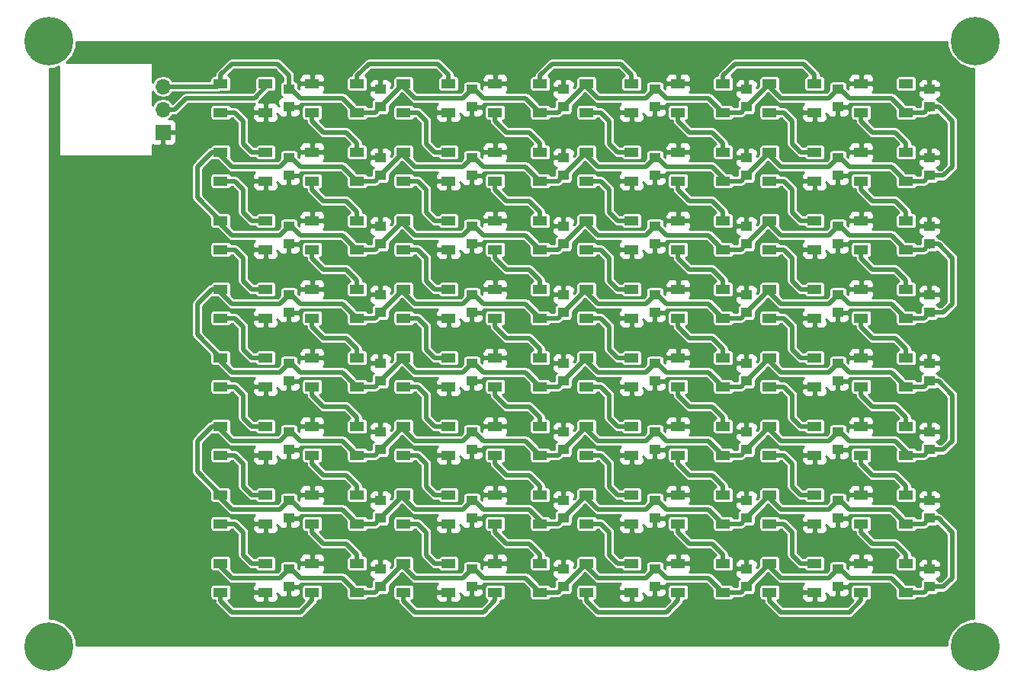
<source format=gbr>
G04 #@! TF.FileFunction,Copper,L1,Top,Signal*
%FSLAX46Y46*%
G04 Gerber Fmt 4.6, Leading zero omitted, Abs format (unit mm)*
G04 Created by KiCad (PCBNEW 4.0.6) date 06/13/17 23:52:04*
%MOMM*%
%LPD*%
G01*
G04 APERTURE LIST*
%ADD10C,0.100000*%
%ADD11R,1.600000X1.000000*%
%ADD12R,1.700000X1.700000*%
%ADD13O,1.700000X1.700000*%
%ADD14R,1.250000X1.000000*%
%ADD15C,5.400000*%
%ADD16C,0.600000*%
%ADD17C,0.500000*%
%ADD18C,0.254000*%
G04 APERTURE END LIST*
D10*
D11*
X47030000Y-37770000D03*
X47030000Y-40970000D03*
X52030000Y-37770000D03*
X52030000Y-40970000D03*
X41870000Y-40970000D03*
X41870000Y-37770000D03*
X36870000Y-40970000D03*
X36870000Y-37770000D03*
X47030000Y-68250000D03*
X47030000Y-71450000D03*
X52030000Y-68250000D03*
X52030000Y-71450000D03*
X82510000Y-33350000D03*
X82510000Y-30150000D03*
X77510000Y-33350000D03*
X77510000Y-30150000D03*
X41870000Y-33350000D03*
X41870000Y-30150000D03*
X36870000Y-33350000D03*
X36870000Y-30150000D03*
X107990000Y-75870000D03*
X107990000Y-79070000D03*
X112990000Y-75870000D03*
X112990000Y-79070000D03*
D12*
X30480000Y-27940000D03*
D13*
X30480000Y-25400000D03*
X30480000Y-22860000D03*
D11*
X41870000Y-25730000D03*
X41870000Y-22530000D03*
X36870000Y-25730000D03*
X36870000Y-22530000D03*
X41870000Y-48590000D03*
X41870000Y-45390000D03*
X36870000Y-48590000D03*
X36870000Y-45390000D03*
X41870000Y-56210000D03*
X41870000Y-53010000D03*
X36870000Y-56210000D03*
X36870000Y-53010000D03*
X41870000Y-63830000D03*
X41870000Y-60630000D03*
X36870000Y-63830000D03*
X36870000Y-60630000D03*
X41870000Y-71450000D03*
X41870000Y-68250000D03*
X36870000Y-71450000D03*
X36870000Y-68250000D03*
X41870000Y-79070000D03*
X41870000Y-75870000D03*
X36870000Y-79070000D03*
X36870000Y-75870000D03*
X47030000Y-75870000D03*
X47030000Y-79070000D03*
X52030000Y-75870000D03*
X52030000Y-79070000D03*
X47030000Y-60630000D03*
X47030000Y-63830000D03*
X52030000Y-60630000D03*
X52030000Y-63830000D03*
X47030000Y-53010000D03*
X47030000Y-56210000D03*
X52030000Y-53010000D03*
X52030000Y-56210000D03*
X47030000Y-45390000D03*
X47030000Y-48590000D03*
X52030000Y-45390000D03*
X52030000Y-48590000D03*
X47030000Y-30150000D03*
X47030000Y-33350000D03*
X52030000Y-30150000D03*
X52030000Y-33350000D03*
X47030000Y-22530000D03*
X47030000Y-25730000D03*
X52030000Y-22530000D03*
X52030000Y-25730000D03*
X62190000Y-25730000D03*
X62190000Y-22530000D03*
X57190000Y-25730000D03*
X57190000Y-22530000D03*
X62190000Y-33350000D03*
X62190000Y-30150000D03*
X57190000Y-33350000D03*
X57190000Y-30150000D03*
X62190000Y-40970000D03*
X62190000Y-37770000D03*
X57190000Y-40970000D03*
X57190000Y-37770000D03*
X62190000Y-48590000D03*
X62190000Y-45390000D03*
X57190000Y-48590000D03*
X57190000Y-45390000D03*
X62190000Y-56210000D03*
X62190000Y-53010000D03*
X57190000Y-56210000D03*
X57190000Y-53010000D03*
X62190000Y-63830000D03*
X62190000Y-60630000D03*
X57190000Y-63830000D03*
X57190000Y-60630000D03*
X62190000Y-71450000D03*
X62190000Y-68250000D03*
X57190000Y-71450000D03*
X57190000Y-68250000D03*
X62190000Y-79070000D03*
X62190000Y-75870000D03*
X57190000Y-79070000D03*
X57190000Y-75870000D03*
X67350000Y-75870000D03*
X67350000Y-79070000D03*
X72350000Y-75870000D03*
X72350000Y-79070000D03*
X67350000Y-68250000D03*
X67350000Y-71450000D03*
X72350000Y-68250000D03*
X72350000Y-71450000D03*
X67350000Y-60630000D03*
X67350000Y-63830000D03*
X72350000Y-60630000D03*
X72350000Y-63830000D03*
X67350000Y-53010000D03*
X67350000Y-56210000D03*
X72350000Y-53010000D03*
X72350000Y-56210000D03*
X67350000Y-45390000D03*
X67350000Y-48590000D03*
X72350000Y-45390000D03*
X72350000Y-48590000D03*
X67350000Y-37770000D03*
X67350000Y-40970000D03*
X72350000Y-37770000D03*
X72350000Y-40970000D03*
X67350000Y-30150000D03*
X67350000Y-33350000D03*
X72350000Y-30150000D03*
X72350000Y-33350000D03*
X67350000Y-22530000D03*
X67350000Y-25730000D03*
X72350000Y-22530000D03*
X72350000Y-25730000D03*
X82510000Y-25730000D03*
X82510000Y-22530000D03*
X77510000Y-25730000D03*
X77510000Y-22530000D03*
X82510000Y-40970000D03*
X82510000Y-37770000D03*
X77510000Y-40970000D03*
X77510000Y-37770000D03*
X82510000Y-48590000D03*
X82510000Y-45390000D03*
X77510000Y-48590000D03*
X77510000Y-45390000D03*
X82510000Y-56210000D03*
X82510000Y-53010000D03*
X77510000Y-56210000D03*
X77510000Y-53010000D03*
X82510000Y-63830000D03*
X82510000Y-60630000D03*
X77510000Y-63830000D03*
X77510000Y-60630000D03*
X82510000Y-71450000D03*
X82510000Y-68250000D03*
X77510000Y-71450000D03*
X77510000Y-68250000D03*
X82510000Y-79070000D03*
X82510000Y-75870000D03*
X77510000Y-79070000D03*
X77510000Y-75870000D03*
X87670000Y-75870000D03*
X87670000Y-79070000D03*
X92670000Y-75870000D03*
X92670000Y-79070000D03*
X87670000Y-68250000D03*
X87670000Y-71450000D03*
X92670000Y-68250000D03*
X92670000Y-71450000D03*
X87670000Y-60630000D03*
X87670000Y-63830000D03*
X92670000Y-60630000D03*
X92670000Y-63830000D03*
X87670000Y-53010000D03*
X87670000Y-56210000D03*
X92670000Y-53010000D03*
X92670000Y-56210000D03*
X87670000Y-45390000D03*
X87670000Y-48590000D03*
X92670000Y-45390000D03*
X92670000Y-48590000D03*
X87670000Y-37770000D03*
X87670000Y-40970000D03*
X92670000Y-37770000D03*
X92670000Y-40970000D03*
X87670000Y-30150000D03*
X87670000Y-33350000D03*
X92670000Y-30150000D03*
X92670000Y-33350000D03*
X87670000Y-22530000D03*
X87670000Y-25730000D03*
X92670000Y-22530000D03*
X92670000Y-25730000D03*
X102830000Y-25730000D03*
X102830000Y-22530000D03*
X97830000Y-25730000D03*
X97830000Y-22530000D03*
X102830000Y-33350000D03*
X102830000Y-30150000D03*
X97830000Y-33350000D03*
X97830000Y-30150000D03*
X102830000Y-40970000D03*
X102830000Y-37770000D03*
X97830000Y-40970000D03*
X97830000Y-37770000D03*
X102830000Y-48590000D03*
X102830000Y-45390000D03*
X97830000Y-48590000D03*
X97830000Y-45390000D03*
X102830000Y-56210000D03*
X102830000Y-53010000D03*
X97830000Y-56210000D03*
X97830000Y-53010000D03*
X102830000Y-63830000D03*
X102830000Y-60630000D03*
X97830000Y-63830000D03*
X97830000Y-60630000D03*
X102830000Y-71450000D03*
X102830000Y-68250000D03*
X97830000Y-71450000D03*
X97830000Y-68250000D03*
X102830000Y-79070000D03*
X102830000Y-75870000D03*
X97830000Y-79070000D03*
X97830000Y-75870000D03*
X107990000Y-68250000D03*
X107990000Y-71450000D03*
X112990000Y-68250000D03*
X112990000Y-71450000D03*
X107990000Y-60630000D03*
X107990000Y-63830000D03*
X112990000Y-60630000D03*
X112990000Y-63830000D03*
X107990000Y-53010000D03*
X107990000Y-56210000D03*
X112990000Y-53010000D03*
X112990000Y-56210000D03*
X107990000Y-45390000D03*
X107990000Y-48590000D03*
X112990000Y-45390000D03*
X112990000Y-48590000D03*
X107990000Y-37770000D03*
X107990000Y-40970000D03*
X112990000Y-37770000D03*
X112990000Y-40970000D03*
X107990000Y-30150000D03*
X107990000Y-33350000D03*
X112990000Y-30150000D03*
X112990000Y-33350000D03*
X107990000Y-22530000D03*
X107990000Y-25730000D03*
X112990000Y-22530000D03*
X112990000Y-25730000D03*
D14*
X44450000Y-25130000D03*
X44450000Y-23130000D03*
X44450000Y-32750000D03*
X44450000Y-30750000D03*
X44450000Y-40370000D03*
X44450000Y-38370000D03*
X44450000Y-47990000D03*
X44450000Y-45990000D03*
X44450000Y-55610000D03*
X44450000Y-53610000D03*
X44450000Y-63230000D03*
X44450000Y-61230000D03*
X44450000Y-70850000D03*
X44450000Y-68850000D03*
X44450000Y-78470000D03*
X44450000Y-76470000D03*
X54610000Y-76470000D03*
X54610000Y-78470000D03*
X54610000Y-68850000D03*
X54610000Y-70850000D03*
X54610000Y-61230000D03*
X54610000Y-63230000D03*
X54610000Y-53610000D03*
X54610000Y-55610000D03*
X54610000Y-45990000D03*
X54610000Y-47990000D03*
X54610000Y-38370000D03*
X54610000Y-40370000D03*
X54610000Y-30750000D03*
X54610000Y-32750000D03*
X54610000Y-23130000D03*
X54610000Y-25130000D03*
X64770000Y-25130000D03*
X64770000Y-23130000D03*
X64770000Y-32750000D03*
X64770000Y-30750000D03*
X64770000Y-40370000D03*
X64770000Y-38370000D03*
X64770000Y-47990000D03*
X64770000Y-45990000D03*
X64770000Y-55610000D03*
X64770000Y-53610000D03*
X64770000Y-63230000D03*
X64770000Y-61230000D03*
X64770000Y-70850000D03*
X64770000Y-68850000D03*
X64770000Y-78470000D03*
X64770000Y-76470000D03*
X74930000Y-76470000D03*
X74930000Y-78470000D03*
X74930000Y-68850000D03*
X74930000Y-70850000D03*
X74930000Y-61230000D03*
X74930000Y-63230000D03*
X74930000Y-53610000D03*
X74930000Y-55610000D03*
X74930000Y-45990000D03*
X74930000Y-47990000D03*
X74930000Y-38370000D03*
X74930000Y-40370000D03*
X74930000Y-30750000D03*
X74930000Y-32750000D03*
X74930000Y-23130000D03*
X74930000Y-25130000D03*
X85090000Y-25130000D03*
X85090000Y-23130000D03*
X85090000Y-32750000D03*
X85090000Y-30750000D03*
X85090000Y-40370000D03*
X85090000Y-38370000D03*
X85090000Y-47990000D03*
X85090000Y-45990000D03*
X85090000Y-55610000D03*
X85090000Y-53610000D03*
X85090000Y-63230000D03*
X85090000Y-61230000D03*
X85090000Y-70850000D03*
X85090000Y-68850000D03*
X85090000Y-78470000D03*
X85090000Y-76470000D03*
X95250000Y-76470000D03*
X95250000Y-78470000D03*
X95250000Y-68850000D03*
X95250000Y-70850000D03*
X95250000Y-61230000D03*
X95250000Y-63230000D03*
X95250000Y-53610000D03*
X95250000Y-55610000D03*
X95250000Y-45990000D03*
X95250000Y-47990000D03*
X95250000Y-38370000D03*
X95250000Y-40370000D03*
X95250000Y-30750000D03*
X95250000Y-32750000D03*
X95250000Y-23130000D03*
X95250000Y-25130000D03*
X105410000Y-25130000D03*
X105410000Y-23130000D03*
X105410000Y-32750000D03*
X105410000Y-30750000D03*
X105410000Y-40370000D03*
X105410000Y-38370000D03*
X105410000Y-47990000D03*
X105410000Y-45990000D03*
X105410000Y-55610000D03*
X105410000Y-53610000D03*
X105410000Y-63230000D03*
X105410000Y-61230000D03*
X105410000Y-70850000D03*
X105410000Y-68850000D03*
X105410000Y-78470000D03*
X105410000Y-76470000D03*
X115570000Y-76470000D03*
X115570000Y-78470000D03*
X115570000Y-68850000D03*
X115570000Y-70850000D03*
X115570000Y-61230000D03*
X115570000Y-63230000D03*
X115570000Y-53610000D03*
X115570000Y-55610000D03*
X115570000Y-45990000D03*
X115570000Y-47990000D03*
X115570000Y-38370000D03*
X115570000Y-40370000D03*
X115570000Y-30750000D03*
X115570000Y-32750000D03*
X115570000Y-23130000D03*
X115570000Y-25130000D03*
D15*
X17780000Y-17780000D03*
D16*
X19805000Y-17780000D03*
X19211891Y-19211891D03*
X17780000Y-19805000D03*
X16348109Y-19211891D03*
X15755000Y-17780000D03*
X16348109Y-16348109D03*
X17780000Y-15755000D03*
X19211891Y-16348109D03*
D15*
X120650000Y-17780000D03*
D16*
X122675000Y-17780000D03*
X122081891Y-19211891D03*
X120650000Y-19805000D03*
X119218109Y-19211891D03*
X118625000Y-17780000D03*
X119218109Y-16348109D03*
X120650000Y-15755000D03*
X122081891Y-16348109D03*
D15*
X120650000Y-85090000D03*
D16*
X122675000Y-85090000D03*
X122081891Y-86521891D03*
X120650000Y-87115000D03*
X119218109Y-86521891D03*
X118625000Y-85090000D03*
X119218109Y-83658109D03*
X120650000Y-83065000D03*
X122081891Y-83658109D03*
D15*
X17780000Y-85090000D03*
D16*
X19805000Y-85090000D03*
X19211891Y-86521891D03*
X17780000Y-87115000D03*
X16348109Y-86521891D03*
X15755000Y-85090000D03*
X16348109Y-83658109D03*
X17780000Y-83065000D03*
X19211891Y-83658109D03*
D17*
X30480000Y-25400000D02*
X31750000Y-25400000D01*
X40640000Y-24130000D02*
X41870000Y-22900000D01*
X33020000Y-24130000D02*
X40640000Y-24130000D01*
X31750000Y-25400000D02*
X33020000Y-24130000D01*
X41870000Y-22900000D02*
X41870000Y-22530000D01*
X36870000Y-25730000D02*
X38430000Y-25730000D01*
X40310000Y-30150000D02*
X41870000Y-30150000D01*
X39370000Y-29210000D02*
X40310000Y-30150000D01*
X39370000Y-26670000D02*
X39370000Y-29210000D01*
X38430000Y-25730000D02*
X39370000Y-26670000D01*
X36870000Y-33350000D02*
X38430000Y-33350000D01*
X40310000Y-37770000D02*
X41870000Y-37770000D01*
X39370000Y-36830000D02*
X40310000Y-37770000D01*
X39370000Y-34290000D02*
X39370000Y-36830000D01*
X38430000Y-33350000D02*
X39370000Y-34290000D01*
X36870000Y-40970000D02*
X38430000Y-40970000D01*
X40310000Y-45390000D02*
X41870000Y-45390000D01*
X39370000Y-44450000D02*
X40310000Y-45390000D01*
X39370000Y-41910000D02*
X39370000Y-44450000D01*
X38430000Y-40970000D02*
X39370000Y-41910000D01*
X36870000Y-48590000D02*
X38430000Y-48590000D01*
X40310000Y-53010000D02*
X41870000Y-53010000D01*
X39370000Y-52070000D02*
X40310000Y-53010000D01*
X39370000Y-49530000D02*
X39370000Y-52070000D01*
X38430000Y-48590000D02*
X39370000Y-49530000D01*
X36870000Y-56210000D02*
X38430000Y-56210000D01*
X40310000Y-60630000D02*
X41870000Y-60630000D01*
X39370000Y-59690000D02*
X40310000Y-60630000D01*
X39370000Y-57150000D02*
X39370000Y-59690000D01*
X38430000Y-56210000D02*
X39370000Y-57150000D01*
X36870000Y-63830000D02*
X38430000Y-63830000D01*
X40310000Y-68250000D02*
X41870000Y-68250000D01*
X39370000Y-67310000D02*
X40310000Y-68250000D01*
X39370000Y-64770000D02*
X39370000Y-67310000D01*
X38430000Y-63830000D02*
X39370000Y-64770000D01*
X36870000Y-71450000D02*
X38430000Y-71450000D01*
X40310000Y-75870000D02*
X41870000Y-75870000D01*
X39370000Y-74930000D02*
X40310000Y-75870000D01*
X39370000Y-72390000D02*
X39370000Y-74930000D01*
X38430000Y-71450000D02*
X39370000Y-72390000D01*
X36870000Y-79070000D02*
X36870000Y-80050000D01*
X47030000Y-79970000D02*
X47030000Y-79070000D01*
X45720000Y-81280000D02*
X47030000Y-79970000D01*
X38100000Y-81280000D02*
X45720000Y-81280000D01*
X36870000Y-80050000D02*
X38100000Y-81280000D01*
X47030000Y-71450000D02*
X47030000Y-72430000D01*
X52030000Y-74890000D02*
X52030000Y-75870000D01*
X50800000Y-73660000D02*
X52030000Y-74890000D01*
X48260000Y-73660000D02*
X50800000Y-73660000D01*
X47030000Y-72430000D02*
X48260000Y-73660000D01*
X47030000Y-63830000D02*
X47030000Y-64810000D01*
X52030000Y-67270000D02*
X52030000Y-68250000D01*
X50800000Y-66040000D02*
X52030000Y-67270000D01*
X48260000Y-66040000D02*
X50800000Y-66040000D01*
X47030000Y-64810000D02*
X48260000Y-66040000D01*
X47030000Y-56210000D02*
X47030000Y-57190000D01*
X52030000Y-59650000D02*
X52030000Y-60630000D01*
X50800000Y-58420000D02*
X52030000Y-59650000D01*
X48260000Y-58420000D02*
X50800000Y-58420000D01*
X47030000Y-57190000D02*
X48260000Y-58420000D01*
X47030000Y-48590000D02*
X47030000Y-49570000D01*
X52030000Y-52030000D02*
X52030000Y-53010000D01*
X50800000Y-50800000D02*
X52030000Y-52030000D01*
X48260000Y-50800000D02*
X50800000Y-50800000D01*
X47030000Y-49570000D02*
X48260000Y-50800000D01*
X47030000Y-40970000D02*
X47030000Y-41950000D01*
X52030000Y-44410000D02*
X52030000Y-45390000D01*
X50800000Y-43180000D02*
X52030000Y-44410000D01*
X48260000Y-43180000D02*
X50800000Y-43180000D01*
X47030000Y-41950000D02*
X48260000Y-43180000D01*
X47030000Y-33350000D02*
X47030000Y-34330000D01*
X52030000Y-36790000D02*
X52030000Y-37770000D01*
X50800000Y-35560000D02*
X52030000Y-36790000D01*
X48260000Y-35560000D02*
X50800000Y-35560000D01*
X47030000Y-34330000D02*
X48260000Y-35560000D01*
X47030000Y-25730000D02*
X47030000Y-26710000D01*
X52030000Y-29170000D02*
X52030000Y-30150000D01*
X50800000Y-27940000D02*
X52030000Y-29170000D01*
X48260000Y-27940000D02*
X50800000Y-27940000D01*
X47030000Y-26710000D02*
X48260000Y-27940000D01*
X52030000Y-22530000D02*
X52030000Y-21630000D01*
X62190000Y-21550000D02*
X62190000Y-22530000D01*
X60960000Y-20320000D02*
X62190000Y-21550000D01*
X53340000Y-20320000D02*
X60960000Y-20320000D01*
X52030000Y-21630000D02*
X53340000Y-20320000D01*
X57190000Y-25730000D02*
X58750000Y-25730000D01*
X60630000Y-30150000D02*
X62190000Y-30150000D01*
X59690000Y-29210000D02*
X60630000Y-30150000D01*
X59690000Y-26670000D02*
X59690000Y-29210000D01*
X58750000Y-25730000D02*
X59690000Y-26670000D01*
X57190000Y-33350000D02*
X58750000Y-33350000D01*
X60630000Y-37770000D02*
X62190000Y-37770000D01*
X59690000Y-36830000D02*
X60630000Y-37770000D01*
X59690000Y-34290000D02*
X59690000Y-36830000D01*
X58750000Y-33350000D02*
X59690000Y-34290000D01*
X57190000Y-40970000D02*
X58750000Y-40970000D01*
X60630000Y-45390000D02*
X62190000Y-45390000D01*
X59690000Y-44450000D02*
X60630000Y-45390000D01*
X59690000Y-41910000D02*
X59690000Y-44450000D01*
X58750000Y-40970000D02*
X59690000Y-41910000D01*
X57190000Y-48590000D02*
X58750000Y-48590000D01*
X60630000Y-53010000D02*
X62190000Y-53010000D01*
X59690000Y-52070000D02*
X60630000Y-53010000D01*
X59690000Y-49530000D02*
X59690000Y-52070000D01*
X58750000Y-48590000D02*
X59690000Y-49530000D01*
X57190000Y-56210000D02*
X58750000Y-56210000D01*
X60630000Y-60630000D02*
X62190000Y-60630000D01*
X59690000Y-59690000D02*
X60630000Y-60630000D01*
X59690000Y-57150000D02*
X59690000Y-59690000D01*
X58750000Y-56210000D02*
X59690000Y-57150000D01*
X57190000Y-63830000D02*
X58750000Y-63830000D01*
X60630000Y-68250000D02*
X62190000Y-68250000D01*
X59690000Y-67310000D02*
X60630000Y-68250000D01*
X59690000Y-64770000D02*
X59690000Y-67310000D01*
X58750000Y-63830000D02*
X59690000Y-64770000D01*
X57190000Y-71450000D02*
X58750000Y-71450000D01*
X60630000Y-75870000D02*
X62190000Y-75870000D01*
X59690000Y-74930000D02*
X60630000Y-75870000D01*
X59690000Y-72390000D02*
X59690000Y-74930000D01*
X58750000Y-71450000D02*
X59690000Y-72390000D01*
X57190000Y-79070000D02*
X57190000Y-80050000D01*
X67350000Y-79970000D02*
X67350000Y-79070000D01*
X66040000Y-81280000D02*
X67350000Y-79970000D01*
X58420000Y-81280000D02*
X66040000Y-81280000D01*
X57190000Y-80050000D02*
X58420000Y-81280000D01*
X67350000Y-71450000D02*
X67350000Y-72430000D01*
X72350000Y-74890000D02*
X72350000Y-75870000D01*
X71120000Y-73660000D02*
X72350000Y-74890000D01*
X68580000Y-73660000D02*
X71120000Y-73660000D01*
X67350000Y-72430000D02*
X68580000Y-73660000D01*
X67350000Y-63830000D02*
X67350000Y-64810000D01*
X72350000Y-67270000D02*
X72350000Y-68250000D01*
X71120000Y-66040000D02*
X72350000Y-67270000D01*
X68580000Y-66040000D02*
X71120000Y-66040000D01*
X67350000Y-64810000D02*
X68580000Y-66040000D01*
X67350000Y-56210000D02*
X67350000Y-57190000D01*
X72350000Y-59650000D02*
X72350000Y-60630000D01*
X71120000Y-58420000D02*
X72350000Y-59650000D01*
X68580000Y-58420000D02*
X71120000Y-58420000D01*
X67350000Y-57190000D02*
X68580000Y-58420000D01*
X67350000Y-48590000D02*
X67350000Y-49570000D01*
X72350000Y-52030000D02*
X72350000Y-53010000D01*
X71120000Y-50800000D02*
X72350000Y-52030000D01*
X68580000Y-50800000D02*
X71120000Y-50800000D01*
X67350000Y-49570000D02*
X68580000Y-50800000D01*
X67350000Y-40970000D02*
X67350000Y-41950000D01*
X72350000Y-44410000D02*
X72350000Y-45390000D01*
X71120000Y-43180000D02*
X72350000Y-44410000D01*
X68580000Y-43180000D02*
X71120000Y-43180000D01*
X67350000Y-41950000D02*
X68580000Y-43180000D01*
X67350000Y-33350000D02*
X67350000Y-34330000D01*
X72350000Y-36790000D02*
X72350000Y-37770000D01*
X71120000Y-35560000D02*
X72350000Y-36790000D01*
X68580000Y-35560000D02*
X71120000Y-35560000D01*
X67350000Y-34330000D02*
X68580000Y-35560000D01*
X67350000Y-25730000D02*
X67350000Y-26710000D01*
X72350000Y-29170000D02*
X72350000Y-30150000D01*
X71120000Y-27940000D02*
X72350000Y-29170000D01*
X68580000Y-27940000D02*
X71120000Y-27940000D01*
X67350000Y-26710000D02*
X68580000Y-27940000D01*
X72350000Y-22530000D02*
X72350000Y-21630000D01*
X82510000Y-21550000D02*
X82510000Y-22530000D01*
X81280000Y-20320000D02*
X82510000Y-21550000D01*
X73660000Y-20320000D02*
X81280000Y-20320000D01*
X72350000Y-21630000D02*
X73660000Y-20320000D01*
X77510000Y-25730000D02*
X79070000Y-25730000D01*
X80950000Y-30150000D02*
X82510000Y-30150000D01*
X80010000Y-29210000D02*
X80950000Y-30150000D01*
X80010000Y-26670000D02*
X80010000Y-29210000D01*
X79070000Y-25730000D02*
X80010000Y-26670000D01*
X77510000Y-33350000D02*
X79070000Y-33350000D01*
X80950000Y-37770000D02*
X82510000Y-37770000D01*
X80010000Y-36830000D02*
X80950000Y-37770000D01*
X80010000Y-34290000D02*
X80010000Y-36830000D01*
X79070000Y-33350000D02*
X80010000Y-34290000D01*
X77510000Y-40970000D02*
X79070000Y-40970000D01*
X80950000Y-45390000D02*
X82510000Y-45390000D01*
X80010000Y-44450000D02*
X80950000Y-45390000D01*
X80010000Y-41910000D02*
X80010000Y-44450000D01*
X79070000Y-40970000D02*
X80010000Y-41910000D01*
X77510000Y-48590000D02*
X79070000Y-48590000D01*
X80950000Y-53010000D02*
X82510000Y-53010000D01*
X80010000Y-52070000D02*
X80950000Y-53010000D01*
X80010000Y-49530000D02*
X80010000Y-52070000D01*
X79070000Y-48590000D02*
X80010000Y-49530000D01*
X77510000Y-56210000D02*
X79070000Y-56210000D01*
X80950000Y-60630000D02*
X82510000Y-60630000D01*
X80010000Y-59690000D02*
X80950000Y-60630000D01*
X80010000Y-57150000D02*
X80010000Y-59690000D01*
X79070000Y-56210000D02*
X80010000Y-57150000D01*
X77510000Y-63830000D02*
X79070000Y-63830000D01*
X80950000Y-68250000D02*
X82510000Y-68250000D01*
X80010000Y-67310000D02*
X80950000Y-68250000D01*
X80010000Y-64770000D02*
X80010000Y-67310000D01*
X79070000Y-63830000D02*
X80010000Y-64770000D01*
X77510000Y-71450000D02*
X79070000Y-71450000D01*
X80950000Y-75870000D02*
X82510000Y-75870000D01*
X80010000Y-74930000D02*
X80950000Y-75870000D01*
X80010000Y-72390000D02*
X80010000Y-74930000D01*
X79070000Y-71450000D02*
X80010000Y-72390000D01*
X77510000Y-79070000D02*
X77510000Y-80050000D01*
X87670000Y-79970000D02*
X87670000Y-79070000D01*
X86360000Y-81280000D02*
X87670000Y-79970000D01*
X78740000Y-81280000D02*
X86360000Y-81280000D01*
X77510000Y-80050000D02*
X78740000Y-81280000D01*
X87670000Y-71450000D02*
X87670000Y-72430000D01*
X92670000Y-74890000D02*
X92670000Y-75870000D01*
X91440000Y-73660000D02*
X92670000Y-74890000D01*
X88900000Y-73660000D02*
X91440000Y-73660000D01*
X87670000Y-72430000D02*
X88900000Y-73660000D01*
X87670000Y-63830000D02*
X87670000Y-64810000D01*
X92670000Y-67270000D02*
X92670000Y-68250000D01*
X91440000Y-66040000D02*
X92670000Y-67270000D01*
X88900000Y-66040000D02*
X91440000Y-66040000D01*
X87670000Y-64810000D02*
X88900000Y-66040000D01*
X87670000Y-56210000D02*
X87670000Y-57190000D01*
X92670000Y-59650000D02*
X92670000Y-60630000D01*
X91440000Y-58420000D02*
X92670000Y-59650000D01*
X88900000Y-58420000D02*
X91440000Y-58420000D01*
X87670000Y-57190000D02*
X88900000Y-58420000D01*
X87670000Y-48590000D02*
X87670000Y-49570000D01*
X92670000Y-52030000D02*
X92670000Y-53010000D01*
X91440000Y-50800000D02*
X92670000Y-52030000D01*
X88900000Y-50800000D02*
X91440000Y-50800000D01*
X87670000Y-49570000D02*
X88900000Y-50800000D01*
X87670000Y-40970000D02*
X87670000Y-41950000D01*
X92670000Y-44410000D02*
X92670000Y-45390000D01*
X91440000Y-43180000D02*
X92670000Y-44410000D01*
X88900000Y-43180000D02*
X91440000Y-43180000D01*
X87670000Y-41950000D02*
X88900000Y-43180000D01*
X87670000Y-33350000D02*
X87670000Y-34330000D01*
X92670000Y-36790000D02*
X92670000Y-37770000D01*
X91440000Y-35560000D02*
X92670000Y-36790000D01*
X88900000Y-35560000D02*
X91440000Y-35560000D01*
X87670000Y-34330000D02*
X88900000Y-35560000D01*
X87670000Y-25730000D02*
X87670000Y-26710000D01*
X92670000Y-29170000D02*
X92670000Y-30150000D01*
X91440000Y-27940000D02*
X92670000Y-29170000D01*
X88900000Y-27940000D02*
X91440000Y-27940000D01*
X87670000Y-26710000D02*
X88900000Y-27940000D01*
X92670000Y-22530000D02*
X92670000Y-21630000D01*
X102830000Y-21550000D02*
X102830000Y-22530000D01*
X101600000Y-20320000D02*
X102830000Y-21550000D01*
X93980000Y-20320000D02*
X101600000Y-20320000D01*
X92670000Y-21630000D02*
X93980000Y-20320000D01*
X97830000Y-25730000D02*
X99390000Y-25730000D01*
X101270000Y-30150000D02*
X102830000Y-30150000D01*
X100330000Y-29210000D02*
X101270000Y-30150000D01*
X100330000Y-26670000D02*
X100330000Y-29210000D01*
X99390000Y-25730000D02*
X100330000Y-26670000D01*
X97830000Y-33350000D02*
X99390000Y-33350000D01*
X101270000Y-37770000D02*
X102830000Y-37770000D01*
X100330000Y-36830000D02*
X101270000Y-37770000D01*
X100330000Y-34290000D02*
X100330000Y-36830000D01*
X99390000Y-33350000D02*
X100330000Y-34290000D01*
X97830000Y-40970000D02*
X99390000Y-40970000D01*
X101270000Y-45390000D02*
X102830000Y-45390000D01*
X100330000Y-44450000D02*
X101270000Y-45390000D01*
X100330000Y-41910000D02*
X100330000Y-44450000D01*
X99390000Y-40970000D02*
X100330000Y-41910000D01*
X97830000Y-48590000D02*
X99390000Y-48590000D01*
X101270000Y-53010000D02*
X102830000Y-53010000D01*
X100330000Y-52070000D02*
X101270000Y-53010000D01*
X100330000Y-49530000D02*
X100330000Y-52070000D01*
X99390000Y-48590000D02*
X100330000Y-49530000D01*
X97830000Y-56210000D02*
X99390000Y-56210000D01*
X101270000Y-60630000D02*
X102830000Y-60630000D01*
X100330000Y-59690000D02*
X101270000Y-60630000D01*
X100330000Y-57150000D02*
X100330000Y-59690000D01*
X99390000Y-56210000D02*
X100330000Y-57150000D01*
X97830000Y-63830000D02*
X99390000Y-63830000D01*
X101270000Y-68250000D02*
X102830000Y-68250000D01*
X100330000Y-67310000D02*
X101270000Y-68250000D01*
X100330000Y-64770000D02*
X100330000Y-67310000D01*
X99390000Y-63830000D02*
X100330000Y-64770000D01*
X97830000Y-71450000D02*
X99390000Y-71450000D01*
X101270000Y-75870000D02*
X102830000Y-75870000D01*
X100330000Y-74930000D02*
X101270000Y-75870000D01*
X100330000Y-72390000D02*
X100330000Y-74930000D01*
X99390000Y-71450000D02*
X100330000Y-72390000D01*
X97830000Y-79070000D02*
X97830000Y-80050000D01*
X107990000Y-79970000D02*
X107990000Y-79070000D01*
X106680000Y-81280000D02*
X107990000Y-79970000D01*
X99060000Y-81280000D02*
X106680000Y-81280000D01*
X97830000Y-80050000D02*
X99060000Y-81280000D01*
X107990000Y-71450000D02*
X107990000Y-72430000D01*
X112990000Y-74890000D02*
X112990000Y-75870000D01*
X111760000Y-73660000D02*
X112990000Y-74890000D01*
X109220000Y-73660000D02*
X111760000Y-73660000D01*
X107990000Y-72430000D02*
X109220000Y-73660000D01*
X107990000Y-63830000D02*
X107990000Y-64810000D01*
X112990000Y-67270000D02*
X112990000Y-68250000D01*
X111760000Y-66040000D02*
X112990000Y-67270000D01*
X109220000Y-66040000D02*
X111760000Y-66040000D01*
X107990000Y-64810000D02*
X109220000Y-66040000D01*
X107990000Y-56210000D02*
X107990000Y-57190000D01*
X112990000Y-59650000D02*
X112990000Y-60630000D01*
X111760000Y-58420000D02*
X112990000Y-59650000D01*
X109220000Y-58420000D02*
X111760000Y-58420000D01*
X107990000Y-57190000D02*
X109220000Y-58420000D01*
X107990000Y-48590000D02*
X107990000Y-49570000D01*
X112990000Y-52030000D02*
X112990000Y-53010000D01*
X111760000Y-50800000D02*
X112990000Y-52030000D01*
X109220000Y-50800000D02*
X111760000Y-50800000D01*
X107990000Y-49570000D02*
X109220000Y-50800000D01*
X107990000Y-40970000D02*
X107990000Y-41950000D01*
X112990000Y-44410000D02*
X112990000Y-45390000D01*
X111760000Y-43180000D02*
X112990000Y-44410000D01*
X109220000Y-43180000D02*
X111760000Y-43180000D01*
X107990000Y-41950000D02*
X109220000Y-43180000D01*
X107990000Y-33350000D02*
X107990000Y-34330000D01*
X112990000Y-36790000D02*
X112990000Y-37770000D01*
X111760000Y-35560000D02*
X112990000Y-36790000D01*
X109220000Y-35560000D02*
X111760000Y-35560000D01*
X107990000Y-34330000D02*
X109220000Y-35560000D01*
X107990000Y-25730000D02*
X107990000Y-26710000D01*
X112990000Y-29170000D02*
X112990000Y-30150000D01*
X111760000Y-27940000D02*
X112990000Y-29170000D01*
X109220000Y-27940000D02*
X111760000Y-27940000D01*
X107990000Y-26710000D02*
X109220000Y-27940000D01*
X44450000Y-61230000D02*
X44720000Y-61230000D01*
X44720000Y-61230000D02*
X45720000Y-62230000D01*
X50430000Y-62230000D02*
X52030000Y-63830000D01*
X45720000Y-62230000D02*
X50430000Y-62230000D01*
X44450000Y-53610000D02*
X44720000Y-53610000D01*
X44720000Y-53610000D02*
X45720000Y-54610000D01*
X50430000Y-54610000D02*
X52030000Y-56210000D01*
X45720000Y-54610000D02*
X50430000Y-54610000D01*
X44450000Y-45990000D02*
X44720000Y-45990000D01*
X44720000Y-45990000D02*
X45720000Y-46990000D01*
X50430000Y-46990000D02*
X52030000Y-48590000D01*
X45720000Y-46990000D02*
X50430000Y-46990000D01*
X85090000Y-45990000D02*
X85360000Y-45990000D01*
X85360000Y-45990000D02*
X86360000Y-46990000D01*
X91070000Y-46990000D02*
X92670000Y-48590000D01*
X86360000Y-46990000D02*
X91070000Y-46990000D01*
X54610000Y-47990000D02*
X54610000Y-47970000D01*
X54610000Y-47970000D02*
X57190000Y-45390000D01*
X54610000Y-55610000D02*
X54610000Y-55590000D01*
X54610000Y-55590000D02*
X57190000Y-53010000D01*
X74930000Y-55610000D02*
X74930000Y-55590000D01*
X74930000Y-55590000D02*
X77510000Y-53010000D01*
X64770000Y-53610000D02*
X65040000Y-53610000D01*
X65040000Y-53610000D02*
X66040000Y-54610000D01*
X70750000Y-54610000D02*
X72350000Y-56210000D01*
X66040000Y-54610000D02*
X70750000Y-54610000D01*
X44450000Y-68850000D02*
X44720000Y-68850000D01*
X44720000Y-68850000D02*
X45720000Y-69850000D01*
X50430000Y-69850000D02*
X52030000Y-71450000D01*
X45720000Y-69850000D02*
X50430000Y-69850000D01*
X44450000Y-76470000D02*
X44720000Y-76470000D01*
X44720000Y-76470000D02*
X45720000Y-77470000D01*
X50430000Y-77470000D02*
X52030000Y-79070000D01*
X45720000Y-77470000D02*
X50430000Y-77470000D01*
X54610000Y-63230000D02*
X54610000Y-63210000D01*
X54610000Y-63210000D02*
X57190000Y-60630000D01*
X54610000Y-70850000D02*
X54610000Y-70830000D01*
X54610000Y-70830000D02*
X57190000Y-68250000D01*
X54610000Y-78470000D02*
X54610000Y-78450000D01*
X54610000Y-78450000D02*
X57190000Y-75870000D01*
X64770000Y-61230000D02*
X65040000Y-61230000D01*
X65040000Y-61230000D02*
X66040000Y-62230000D01*
X70750000Y-62230000D02*
X72350000Y-63830000D01*
X66040000Y-62230000D02*
X70750000Y-62230000D01*
X64770000Y-68850000D02*
X65040000Y-68850000D01*
X65040000Y-68850000D02*
X66040000Y-69850000D01*
X71120000Y-69850000D02*
X72390000Y-71120000D01*
X66040000Y-69850000D02*
X71120000Y-69850000D01*
X72390000Y-71120000D02*
X72350000Y-71450000D01*
X64770000Y-76470000D02*
X65040000Y-76470000D01*
X65040000Y-76470000D02*
X66040000Y-77470000D01*
X70750000Y-77470000D02*
X72350000Y-79070000D01*
X66040000Y-77470000D02*
X70750000Y-77470000D01*
X74930000Y-63230000D02*
X74930000Y-63210000D01*
X74930000Y-63210000D02*
X77510000Y-60630000D01*
X74930000Y-70850000D02*
X74930000Y-70830000D01*
X74930000Y-70830000D02*
X77510000Y-68250000D01*
X74930000Y-78470000D02*
X74930000Y-78450000D01*
X74930000Y-78450000D02*
X77510000Y-75870000D01*
X95250000Y-47990000D02*
X95250000Y-47970000D01*
X95250000Y-47970000D02*
X97830000Y-45390000D01*
X95250000Y-55610000D02*
X95250000Y-55590000D01*
X95250000Y-55590000D02*
X97830000Y-53010000D01*
X95250000Y-63230000D02*
X95250000Y-63210000D01*
X95250000Y-63210000D02*
X97830000Y-60630000D01*
X95250000Y-78470000D02*
X95250000Y-78450000D01*
X95250000Y-78450000D02*
X97830000Y-75870000D01*
X85090000Y-76470000D02*
X85360000Y-76470000D01*
X85360000Y-76470000D02*
X86360000Y-77470000D01*
X91070000Y-77470000D02*
X92670000Y-79070000D01*
X86360000Y-77470000D02*
X91070000Y-77470000D01*
X85090000Y-68850000D02*
X85360000Y-68850000D01*
X85360000Y-68850000D02*
X86360000Y-69850000D01*
X91070000Y-69850000D02*
X92670000Y-71450000D01*
X86360000Y-69850000D02*
X91070000Y-69850000D01*
X85090000Y-61230000D02*
X85360000Y-61230000D01*
X85360000Y-61230000D02*
X86360000Y-62230000D01*
X91070000Y-62230000D02*
X92670000Y-63830000D01*
X86360000Y-62230000D02*
X91070000Y-62230000D01*
X85090000Y-53610000D02*
X85360000Y-53610000D01*
X85360000Y-53610000D02*
X86360000Y-54610000D01*
X91070000Y-54610000D02*
X92670000Y-56210000D01*
X86360000Y-54610000D02*
X91070000Y-54610000D01*
X97830000Y-68250000D02*
X97830000Y-68620000D01*
X97830000Y-68620000D02*
X99060000Y-69850000D01*
X104410000Y-69850000D02*
X105410000Y-68850000D01*
X99060000Y-69850000D02*
X104410000Y-69850000D01*
X95250000Y-70850000D02*
X95250000Y-70830000D01*
X95250000Y-70830000D02*
X97830000Y-68250000D01*
X105410000Y-76470000D02*
X105680000Y-76470000D01*
X105680000Y-76470000D02*
X106680000Y-77470000D01*
X111390000Y-77470000D02*
X112990000Y-79070000D01*
X106680000Y-77470000D02*
X111390000Y-77470000D01*
X105410000Y-68850000D02*
X105680000Y-68850000D01*
X105680000Y-68850000D02*
X106680000Y-69850000D01*
X106680000Y-69850000D02*
X111390000Y-69850000D01*
X111390000Y-69850000D02*
X112990000Y-71450000D01*
X105410000Y-61230000D02*
X105680000Y-61230000D01*
X105680000Y-61230000D02*
X106680000Y-62230000D01*
X111760000Y-62230000D02*
X113030000Y-63500000D01*
X106680000Y-62230000D02*
X111760000Y-62230000D01*
X113030000Y-63500000D02*
X112990000Y-63830000D01*
X105410000Y-53610000D02*
X105680000Y-53610000D01*
X105680000Y-53610000D02*
X106680000Y-54610000D01*
X111390000Y-54610000D02*
X112990000Y-56210000D01*
X106680000Y-54610000D02*
X111390000Y-54610000D01*
X105410000Y-45990000D02*
X105680000Y-45990000D01*
X105680000Y-45990000D02*
X106680000Y-46990000D01*
X111390000Y-46990000D02*
X112990000Y-48590000D01*
X106680000Y-46990000D02*
X111390000Y-46990000D01*
X115570000Y-70850000D02*
X116570000Y-70850000D01*
X117110000Y-78470000D02*
X115570000Y-78470000D01*
X118110000Y-77470000D02*
X117110000Y-78470000D01*
X118110000Y-72390000D02*
X118110000Y-77470000D01*
X116570000Y-70850000D02*
X118110000Y-72390000D01*
X115570000Y-55610000D02*
X116570000Y-55610000D01*
X117110000Y-63230000D02*
X115570000Y-63230000D01*
X118110000Y-62230000D02*
X117110000Y-63230000D01*
X118110000Y-57150000D02*
X118110000Y-62230000D01*
X116570000Y-55610000D02*
X118110000Y-57150000D01*
X115570000Y-40370000D02*
X116570000Y-40370000D01*
X117110000Y-47990000D02*
X115570000Y-47990000D01*
X118110000Y-46990000D02*
X117110000Y-47990000D01*
X118110000Y-41910000D02*
X118110000Y-46990000D01*
X116570000Y-40370000D02*
X118110000Y-41910000D01*
X115570000Y-25130000D02*
X116570000Y-25130000D01*
X117110000Y-32750000D02*
X115570000Y-32750000D01*
X118110000Y-31750000D02*
X117110000Y-32750000D01*
X118110000Y-26670000D02*
X118110000Y-31750000D01*
X116570000Y-25130000D02*
X118110000Y-26670000D01*
X36870000Y-60630000D02*
X35890000Y-60630000D01*
X34290000Y-65670000D02*
X36870000Y-68250000D01*
X34290000Y-62230000D02*
X34290000Y-65670000D01*
X35890000Y-60630000D02*
X34290000Y-62230000D01*
X36870000Y-45390000D02*
X35890000Y-45390000D01*
X34290000Y-50430000D02*
X36870000Y-53010000D01*
X34290000Y-46990000D02*
X34290000Y-50430000D01*
X35890000Y-45390000D02*
X34290000Y-46990000D01*
X36870000Y-30150000D02*
X35890000Y-30150000D01*
X34290000Y-35190000D02*
X36870000Y-37770000D01*
X34290000Y-31750000D02*
X34290000Y-35190000D01*
X35890000Y-30150000D02*
X34290000Y-31750000D01*
X36870000Y-30150000D02*
X36870000Y-30440000D01*
X115570000Y-40370000D02*
X115570000Y-40640000D01*
X95250000Y-40370000D02*
X95250000Y-40350000D01*
X95250000Y-40350000D02*
X97830000Y-37770000D01*
X85090000Y-38370000D02*
X85360000Y-38370000D01*
X85360000Y-38370000D02*
X86360000Y-39370000D01*
X91070000Y-39370000D02*
X92670000Y-40970000D01*
X86360000Y-39370000D02*
X91070000Y-39370000D01*
X74930000Y-40370000D02*
X74930000Y-40350000D01*
X74930000Y-40350000D02*
X77510000Y-37770000D01*
X64770000Y-38370000D02*
X65040000Y-38370000D01*
X65040000Y-38370000D02*
X66040000Y-39370000D01*
X70750000Y-39370000D02*
X72350000Y-40970000D01*
X66040000Y-39370000D02*
X70750000Y-39370000D01*
X54610000Y-40370000D02*
X54610000Y-40350000D01*
X54610000Y-40350000D02*
X57190000Y-37770000D01*
X74930000Y-47990000D02*
X74930000Y-47970000D01*
X74930000Y-47970000D02*
X77510000Y-45390000D01*
X64770000Y-45990000D02*
X65040000Y-45990000D01*
X65040000Y-45990000D02*
X66040000Y-46990000D01*
X70750000Y-46990000D02*
X72350000Y-48590000D01*
X66040000Y-46990000D02*
X70750000Y-46990000D01*
X44450000Y-38370000D02*
X44720000Y-38370000D01*
X44720000Y-38370000D02*
X45720000Y-39370000D01*
X50430000Y-39370000D02*
X52030000Y-40970000D01*
X45720000Y-39370000D02*
X50430000Y-39370000D01*
X44450000Y-30750000D02*
X44720000Y-30750000D01*
X44720000Y-30750000D02*
X45720000Y-31750000D01*
X50430000Y-31750000D02*
X52030000Y-33350000D01*
X45720000Y-31750000D02*
X50430000Y-31750000D01*
X54610000Y-32750000D02*
X54610000Y-32730000D01*
X54610000Y-32730000D02*
X57190000Y-30150000D01*
X74930000Y-32750000D02*
X74930000Y-32730000D01*
X74930000Y-32730000D02*
X77510000Y-30150000D01*
X64770000Y-30750000D02*
X65040000Y-30750000D01*
X65040000Y-30750000D02*
X66040000Y-31750000D01*
X70750000Y-31750000D02*
X72350000Y-33350000D01*
X66040000Y-31750000D02*
X70750000Y-31750000D01*
X85090000Y-30750000D02*
X85360000Y-30750000D01*
X85360000Y-30750000D02*
X86360000Y-31750000D01*
X91440000Y-31750000D02*
X92710000Y-33020000D01*
X86360000Y-31750000D02*
X91440000Y-31750000D01*
X92710000Y-33020000D02*
X92670000Y-33350000D01*
X95250000Y-32750000D02*
X95250000Y-32730000D01*
X95250000Y-32730000D02*
X97830000Y-30150000D01*
X105410000Y-30750000D02*
X105680000Y-30750000D01*
X105680000Y-30750000D02*
X106680000Y-31750000D01*
X111390000Y-31750000D02*
X112990000Y-33350000D01*
X106680000Y-31750000D02*
X111390000Y-31750000D01*
X105410000Y-38370000D02*
X105680000Y-38370000D01*
X105680000Y-38370000D02*
X106680000Y-39370000D01*
X111390000Y-39370000D02*
X112990000Y-40970000D01*
X106680000Y-39370000D02*
X111390000Y-39370000D01*
X115570000Y-25130000D02*
X115570000Y-25400000D01*
X105410000Y-23130000D02*
X105680000Y-23130000D01*
X105680000Y-23130000D02*
X106680000Y-24130000D01*
X111390000Y-24130000D02*
X112990000Y-25730000D01*
X106680000Y-24130000D02*
X111390000Y-24130000D01*
X95250000Y-25130000D02*
X95250000Y-25110000D01*
X95250000Y-25110000D02*
X97830000Y-22530000D01*
X85090000Y-23130000D02*
X85360000Y-23130000D01*
X85360000Y-23130000D02*
X86360000Y-24130000D01*
X91070000Y-24130000D02*
X92670000Y-25730000D01*
X86360000Y-24130000D02*
X91070000Y-24130000D01*
X74930000Y-25130000D02*
X74930000Y-25110000D01*
X74930000Y-25110000D02*
X77510000Y-22530000D01*
X54610000Y-25130000D02*
X54610000Y-25110000D01*
X54610000Y-25110000D02*
X57190000Y-22530000D01*
X64770000Y-23130000D02*
X65040000Y-23130000D01*
X65040000Y-23130000D02*
X66040000Y-24130000D01*
X70750000Y-24130000D02*
X72350000Y-25730000D01*
X66040000Y-24130000D02*
X70750000Y-24130000D01*
X44450000Y-23130000D02*
X44720000Y-23130000D01*
X44720000Y-23130000D02*
X45720000Y-24130000D01*
X50430000Y-24130000D02*
X52030000Y-25730000D01*
X45720000Y-24130000D02*
X50430000Y-24130000D01*
X77510000Y-60630000D02*
X77510000Y-61000000D01*
X77510000Y-61000000D02*
X78740000Y-62230000D01*
X78740000Y-62230000D02*
X84090000Y-62230000D01*
X84090000Y-62230000D02*
X85090000Y-61230000D01*
X77510000Y-68250000D02*
X77510000Y-68620000D01*
X77510000Y-68620000D02*
X78740000Y-69850000D01*
X78740000Y-69850000D02*
X84090000Y-69850000D01*
X84090000Y-69850000D02*
X85090000Y-68850000D01*
X77510000Y-75870000D02*
X77510000Y-76240000D01*
X77510000Y-76240000D02*
X78740000Y-77470000D01*
X78740000Y-77470000D02*
X84090000Y-77470000D01*
X84090000Y-77470000D02*
X85090000Y-76470000D01*
X112990000Y-56210000D02*
X114970000Y-56210000D01*
X114970000Y-56210000D02*
X115570000Y-55610000D01*
X72350000Y-33350000D02*
X74330000Y-33350000D01*
X74330000Y-33350000D02*
X74930000Y-32750000D01*
X77510000Y-22530000D02*
X77510000Y-22900000D01*
X77510000Y-22900000D02*
X78740000Y-24130000D01*
X78740000Y-24130000D02*
X84090000Y-24130000D01*
X84090000Y-24130000D02*
X85090000Y-23130000D01*
X77510000Y-30150000D02*
X77510000Y-30520000D01*
X77510000Y-30520000D02*
X78740000Y-31750000D01*
X78740000Y-31750000D02*
X84090000Y-31750000D01*
X84090000Y-31750000D02*
X85090000Y-30750000D01*
X77510000Y-37770000D02*
X77510000Y-38140000D01*
X77510000Y-38140000D02*
X78740000Y-39370000D01*
X78740000Y-39370000D02*
X84090000Y-39370000D01*
X84090000Y-39370000D02*
X85090000Y-38370000D01*
X92670000Y-33350000D02*
X94650000Y-33350000D01*
X94650000Y-33350000D02*
X95250000Y-32750000D01*
X72350000Y-40970000D02*
X74330000Y-40970000D01*
X74330000Y-40970000D02*
X74930000Y-40370000D01*
X72350000Y-48590000D02*
X74330000Y-48590000D01*
X74330000Y-48590000D02*
X74930000Y-47990000D01*
X57190000Y-53010000D02*
X57190000Y-53380000D01*
X57190000Y-53380000D02*
X58420000Y-54610000D01*
X58420000Y-54610000D02*
X63770000Y-54610000D01*
X63770000Y-54610000D02*
X64770000Y-53610000D01*
X57190000Y-45390000D02*
X57190000Y-45760000D01*
X57190000Y-45760000D02*
X58420000Y-46990000D01*
X58420000Y-46990000D02*
X63770000Y-46990000D01*
X63770000Y-46990000D02*
X64770000Y-45990000D01*
X52030000Y-33350000D02*
X54010000Y-33350000D01*
X54010000Y-33350000D02*
X54610000Y-32750000D01*
X52030000Y-63830000D02*
X54010000Y-63830000D01*
X54010000Y-63830000D02*
X54610000Y-63230000D01*
X52030000Y-56210000D02*
X54010000Y-56210000D01*
X54010000Y-56210000D02*
X54610000Y-55610000D01*
X72350000Y-63830000D02*
X74330000Y-63830000D01*
X74330000Y-63830000D02*
X74930000Y-63230000D01*
X72350000Y-56210000D02*
X74330000Y-56210000D01*
X74330000Y-56210000D02*
X74930000Y-55610000D01*
X57190000Y-68250000D02*
X57190000Y-68620000D01*
X57190000Y-68620000D02*
X58420000Y-69850000D01*
X58420000Y-69850000D02*
X63770000Y-69850000D01*
X63770000Y-69850000D02*
X64770000Y-68850000D01*
X57190000Y-60630000D02*
X57190000Y-61000000D01*
X57190000Y-61000000D02*
X58420000Y-62230000D01*
X58420000Y-62230000D02*
X63770000Y-62230000D01*
X63770000Y-62230000D02*
X64770000Y-61230000D01*
X52030000Y-71450000D02*
X54010000Y-71450000D01*
X54010000Y-71450000D02*
X54610000Y-70850000D01*
X57190000Y-75870000D02*
X57190000Y-76240000D01*
X57190000Y-76240000D02*
X58420000Y-77470000D01*
X58420000Y-77470000D02*
X63770000Y-77470000D01*
X63770000Y-77470000D02*
X64770000Y-76470000D01*
X52030000Y-79070000D02*
X54010000Y-79070000D01*
X54010000Y-79070000D02*
X54610000Y-78470000D01*
X36870000Y-75870000D02*
X36870000Y-76240000D01*
X36870000Y-76240000D02*
X38100000Y-77470000D01*
X38100000Y-77470000D02*
X43450000Y-77470000D01*
X43450000Y-77470000D02*
X44450000Y-76470000D01*
X36870000Y-22530000D02*
X36870000Y-21550000D01*
X44450000Y-21590000D02*
X44450000Y-22860000D01*
X43180000Y-20320000D02*
X44450000Y-21590000D01*
X38100000Y-20320000D02*
X43180000Y-20320000D01*
X36870000Y-21550000D02*
X38100000Y-20320000D01*
X44450000Y-22860000D02*
X44450000Y-23130000D01*
X36870000Y-30150000D02*
X36870000Y-30520000D01*
X36870000Y-30520000D02*
X38100000Y-31750000D01*
X38100000Y-31750000D02*
X43450000Y-31750000D01*
X43450000Y-31750000D02*
X44450000Y-30750000D01*
X36870000Y-37770000D02*
X36870000Y-38140000D01*
X36870000Y-38140000D02*
X38100000Y-39370000D01*
X38100000Y-39370000D02*
X43450000Y-39370000D01*
X43450000Y-39370000D02*
X44450000Y-38370000D01*
X36870000Y-45390000D02*
X36870000Y-45760000D01*
X36870000Y-45760000D02*
X38100000Y-46990000D01*
X38100000Y-46990000D02*
X43450000Y-46990000D01*
X43450000Y-46990000D02*
X44450000Y-45990000D01*
X36870000Y-53010000D02*
X36870000Y-53380000D01*
X36870000Y-53380000D02*
X38100000Y-54610000D01*
X38100000Y-54610000D02*
X43450000Y-54610000D01*
X43450000Y-54610000D02*
X44450000Y-53610000D01*
X36870000Y-60630000D02*
X36870000Y-61000000D01*
X36870000Y-61000000D02*
X38100000Y-62230000D01*
X38100000Y-62230000D02*
X43450000Y-62230000D01*
X43450000Y-62230000D02*
X44450000Y-61230000D01*
X36870000Y-68250000D02*
X36870000Y-68620000D01*
X36870000Y-68620000D02*
X38100000Y-69850000D01*
X38100000Y-69850000D02*
X43450000Y-69850000D01*
X43450000Y-69850000D02*
X44450000Y-68850000D01*
X97830000Y-75870000D02*
X97830000Y-76240000D01*
X97830000Y-76240000D02*
X99060000Y-77470000D01*
X99060000Y-77470000D02*
X104410000Y-77470000D01*
X104410000Y-77470000D02*
X105410000Y-76470000D01*
X97830000Y-60630000D02*
X97830000Y-61000000D01*
X97830000Y-61000000D02*
X99060000Y-62230000D01*
X99060000Y-62230000D02*
X104410000Y-62230000D01*
X104410000Y-62230000D02*
X105410000Y-61230000D01*
X97830000Y-53010000D02*
X97830000Y-53380000D01*
X97830000Y-53380000D02*
X99060000Y-54610000D01*
X99060000Y-54610000D02*
X104410000Y-54610000D01*
X104410000Y-54610000D02*
X105410000Y-53610000D01*
X97830000Y-37770000D02*
X97830000Y-38140000D01*
X97830000Y-38140000D02*
X99060000Y-39370000D01*
X99060000Y-39370000D02*
X104410000Y-39370000D01*
X104410000Y-39370000D02*
X105410000Y-38370000D01*
X97830000Y-45390000D02*
X97830000Y-45760000D01*
X97830000Y-45760000D02*
X99060000Y-46990000D01*
X99060000Y-46990000D02*
X104410000Y-46990000D01*
X104410000Y-46990000D02*
X105410000Y-45990000D01*
X97830000Y-22530000D02*
X97830000Y-22900000D01*
X97830000Y-22900000D02*
X99060000Y-24130000D01*
X99060000Y-24130000D02*
X104410000Y-24130000D01*
X104410000Y-24130000D02*
X105410000Y-23130000D01*
X97830000Y-30150000D02*
X97830000Y-30520000D01*
X97830000Y-30520000D02*
X99060000Y-31750000D01*
X99060000Y-31750000D02*
X104410000Y-31750000D01*
X104410000Y-31750000D02*
X105410000Y-30750000D01*
X77510000Y-45390000D02*
X77510000Y-45760000D01*
X77510000Y-45760000D02*
X78740000Y-46990000D01*
X78740000Y-46990000D02*
X84090000Y-46990000D01*
X84090000Y-46990000D02*
X85090000Y-45990000D01*
X77510000Y-53010000D02*
X77510000Y-53380000D01*
X77510000Y-53380000D02*
X78740000Y-54610000D01*
X78740000Y-54610000D02*
X84090000Y-54610000D01*
X84090000Y-54610000D02*
X85090000Y-53610000D01*
X72350000Y-71450000D02*
X74330000Y-71450000D01*
X74330000Y-71450000D02*
X74930000Y-70850000D01*
X72350000Y-79070000D02*
X74330000Y-79070000D01*
X74330000Y-79070000D02*
X74930000Y-78470000D01*
X52030000Y-40970000D02*
X54010000Y-40970000D01*
X54010000Y-40970000D02*
X54610000Y-40370000D01*
X52030000Y-48590000D02*
X54010000Y-48590000D01*
X54010000Y-48590000D02*
X54610000Y-47990000D01*
X52030000Y-25730000D02*
X54010000Y-25730000D01*
X54010000Y-25730000D02*
X54610000Y-25130000D01*
X57190000Y-22530000D02*
X57190000Y-22900000D01*
X57190000Y-22900000D02*
X58420000Y-24130000D01*
X58420000Y-24130000D02*
X63770000Y-24130000D01*
X63770000Y-24130000D02*
X64770000Y-23130000D01*
X57190000Y-37770000D02*
X57190000Y-38140000D01*
X57190000Y-38140000D02*
X58420000Y-39370000D01*
X58420000Y-39370000D02*
X63770000Y-39370000D01*
X63770000Y-39370000D02*
X64770000Y-38370000D01*
X57190000Y-30150000D02*
X57190000Y-30520000D01*
X57190000Y-30520000D02*
X58420000Y-31750000D01*
X58420000Y-31750000D02*
X63770000Y-31750000D01*
X63770000Y-31750000D02*
X64770000Y-30750000D01*
X72350000Y-25730000D02*
X74330000Y-25730000D01*
X74330000Y-25730000D02*
X74930000Y-25130000D01*
X92670000Y-25730000D02*
X94650000Y-25730000D01*
X94650000Y-25730000D02*
X95250000Y-25130000D01*
X92670000Y-48590000D02*
X94650000Y-48590000D01*
X94650000Y-48590000D02*
X95250000Y-47990000D01*
X92670000Y-40970000D02*
X94650000Y-40970000D01*
X94650000Y-40970000D02*
X95250000Y-40370000D01*
X92670000Y-56210000D02*
X94650000Y-56210000D01*
X94650000Y-56210000D02*
X95250000Y-55610000D01*
X92670000Y-63830000D02*
X94650000Y-63830000D01*
X94650000Y-63830000D02*
X95250000Y-63230000D01*
X92670000Y-71450000D02*
X94650000Y-71450000D01*
X94650000Y-71450000D02*
X95250000Y-70850000D01*
X92670000Y-79070000D02*
X94650000Y-79070000D01*
X94650000Y-79070000D02*
X95250000Y-78470000D01*
X112990000Y-25730000D02*
X114970000Y-25730000D01*
X114970000Y-25730000D02*
X115570000Y-25130000D01*
X112990000Y-33350000D02*
X114970000Y-33350000D01*
X114970000Y-33350000D02*
X115570000Y-32750000D01*
X112990000Y-40970000D02*
X114970000Y-40970000D01*
X114970000Y-40970000D02*
X115570000Y-40370000D01*
X112990000Y-48590000D02*
X114970000Y-48590000D01*
X114970000Y-48590000D02*
X115570000Y-47990000D01*
X112990000Y-63830000D02*
X114970000Y-63830000D01*
X114970000Y-63830000D02*
X115570000Y-63230000D01*
X112990000Y-71450000D02*
X114970000Y-71450000D01*
X114970000Y-71450000D02*
X115570000Y-70850000D01*
X112990000Y-79070000D02*
X114970000Y-79070000D01*
X114970000Y-79070000D02*
X115570000Y-78470000D01*
X30480000Y-22860000D02*
X36540000Y-22860000D01*
X36540000Y-22860000D02*
X36870000Y-22530000D01*
D18*
G36*
X117567466Y-18390358D02*
X118035684Y-19523532D01*
X118901908Y-20391269D01*
X120034263Y-20861464D01*
X120523000Y-20861891D01*
X120523000Y-82007888D01*
X120039642Y-82007466D01*
X118906468Y-82475684D01*
X118038731Y-83341908D01*
X117568536Y-84474263D01*
X117568109Y-84963000D01*
X20862112Y-84963000D01*
X20862534Y-84479642D01*
X20394316Y-83346468D01*
X19528092Y-82478731D01*
X18395737Y-82008536D01*
X17907000Y-82008109D01*
X17907000Y-78570000D01*
X35680517Y-78570000D01*
X35680517Y-79570000D01*
X35707153Y-79711560D01*
X35790816Y-79841575D01*
X35918469Y-79928797D01*
X36070000Y-79959483D01*
X36238000Y-79959483D01*
X36238000Y-80050000D01*
X36270195Y-80211856D01*
X36286108Y-80291856D01*
X36423109Y-80496891D01*
X37653109Y-81726892D01*
X37858144Y-81863892D01*
X38100000Y-81912000D01*
X45720000Y-81912000D01*
X45961856Y-81863892D01*
X46166891Y-81726891D01*
X47476892Y-80416891D01*
X47613892Y-80211856D01*
X47634485Y-80108327D01*
X47662000Y-79970000D01*
X47662000Y-79959483D01*
X47830000Y-79959483D01*
X47971560Y-79932847D01*
X48101575Y-79849184D01*
X48188797Y-79721531D01*
X48219483Y-79570000D01*
X48219483Y-78570000D01*
X48192847Y-78428440D01*
X48109184Y-78298425D01*
X47981531Y-78211203D01*
X47830000Y-78180517D01*
X46230000Y-78180517D01*
X46088440Y-78207153D01*
X45958425Y-78290816D01*
X45871203Y-78418469D01*
X45840517Y-78570000D01*
X45840517Y-79570000D01*
X45867153Y-79711560D01*
X45950816Y-79841575D01*
X46078469Y-79928797D01*
X46160757Y-79945461D01*
X45458218Y-80648000D01*
X38361783Y-80648000D01*
X37672748Y-79958966D01*
X37811560Y-79932847D01*
X37941575Y-79849184D01*
X38028797Y-79721531D01*
X38059483Y-79570000D01*
X38059483Y-79355750D01*
X40435000Y-79355750D01*
X40435000Y-79696310D01*
X40531673Y-79929699D01*
X40710302Y-80108327D01*
X40943691Y-80205000D01*
X41584250Y-80205000D01*
X41743000Y-80046250D01*
X41743000Y-79197000D01*
X40593750Y-79197000D01*
X40435000Y-79355750D01*
X38059483Y-79355750D01*
X38059483Y-78570000D01*
X38032847Y-78428440D01*
X37949184Y-78298425D01*
X37821531Y-78211203D01*
X37670000Y-78180517D01*
X36070000Y-78180517D01*
X35928440Y-78207153D01*
X35798425Y-78290816D01*
X35711203Y-78418469D01*
X35680517Y-78570000D01*
X17907000Y-78570000D01*
X17907000Y-70950000D01*
X35680517Y-70950000D01*
X35680517Y-71950000D01*
X35707153Y-72091560D01*
X35790816Y-72221575D01*
X35918469Y-72308797D01*
X36070000Y-72339483D01*
X37670000Y-72339483D01*
X37811560Y-72312847D01*
X37941575Y-72229184D01*
X38028797Y-72101531D01*
X38032752Y-72082000D01*
X38168218Y-72082000D01*
X38738000Y-72651783D01*
X38738000Y-74930000D01*
X38771502Y-75098425D01*
X38786108Y-75171856D01*
X38923109Y-75376891D01*
X39863109Y-76316892D01*
X40068144Y-76453892D01*
X40310000Y-76502000D01*
X40705354Y-76502000D01*
X40707153Y-76511560D01*
X40790816Y-76641575D01*
X40918469Y-76728797D01*
X41070000Y-76759483D01*
X42670000Y-76759483D01*
X42811560Y-76732847D01*
X42941575Y-76649184D01*
X43028797Y-76521531D01*
X43059483Y-76370000D01*
X43059483Y-75370000D01*
X43035717Y-75243690D01*
X45595000Y-75243690D01*
X45595000Y-75584250D01*
X45753750Y-75743000D01*
X46903000Y-75743000D01*
X46903000Y-74893750D01*
X47157000Y-74893750D01*
X47157000Y-75743000D01*
X48306250Y-75743000D01*
X48465000Y-75584250D01*
X48465000Y-75243690D01*
X48368327Y-75010301D01*
X48189698Y-74831673D01*
X47956309Y-74735000D01*
X47315750Y-74735000D01*
X47157000Y-74893750D01*
X46903000Y-74893750D01*
X46744250Y-74735000D01*
X46103691Y-74735000D01*
X45870302Y-74831673D01*
X45691673Y-75010301D01*
X45595000Y-75243690D01*
X43035717Y-75243690D01*
X43032847Y-75228440D01*
X42949184Y-75098425D01*
X42821531Y-75011203D01*
X42670000Y-74980517D01*
X41070000Y-74980517D01*
X40928440Y-75007153D01*
X40798425Y-75090816D01*
X40711203Y-75218469D01*
X40707248Y-75238000D01*
X40571783Y-75238000D01*
X40002000Y-74668218D01*
X40002000Y-72390000D01*
X39953892Y-72148144D01*
X39909695Y-72081999D01*
X39816892Y-71943109D01*
X39609533Y-71735750D01*
X40435000Y-71735750D01*
X40435000Y-72076310D01*
X40531673Y-72309699D01*
X40710302Y-72488327D01*
X40943691Y-72585000D01*
X41584250Y-72585000D01*
X41743000Y-72426250D01*
X41743000Y-71577000D01*
X40593750Y-71577000D01*
X40435000Y-71735750D01*
X39609533Y-71735750D01*
X38876891Y-71003109D01*
X38671856Y-70866108D01*
X38430000Y-70818000D01*
X38034646Y-70818000D01*
X38032847Y-70808440D01*
X37949184Y-70678425D01*
X37821531Y-70591203D01*
X37670000Y-70560517D01*
X36070000Y-70560517D01*
X35928440Y-70587153D01*
X35798425Y-70670816D01*
X35711203Y-70798469D01*
X35680517Y-70950000D01*
X17907000Y-70950000D01*
X17907000Y-55710000D01*
X35680517Y-55710000D01*
X35680517Y-56710000D01*
X35707153Y-56851560D01*
X35790816Y-56981575D01*
X35918469Y-57068797D01*
X36070000Y-57099483D01*
X37670000Y-57099483D01*
X37811560Y-57072847D01*
X37941575Y-56989184D01*
X38028797Y-56861531D01*
X38032752Y-56842000D01*
X38168218Y-56842000D01*
X38738000Y-57411783D01*
X38738000Y-59690000D01*
X38771502Y-59858425D01*
X38786108Y-59931856D01*
X38923109Y-60136891D01*
X39863109Y-61076892D01*
X40068144Y-61213892D01*
X40310000Y-61262000D01*
X40705354Y-61262000D01*
X40707153Y-61271560D01*
X40790816Y-61401575D01*
X40918469Y-61488797D01*
X41070000Y-61519483D01*
X42670000Y-61519483D01*
X42811560Y-61492847D01*
X42941575Y-61409184D01*
X43028797Y-61281531D01*
X43059483Y-61130000D01*
X43059483Y-60130000D01*
X43035717Y-60003690D01*
X45595000Y-60003690D01*
X45595000Y-60344250D01*
X45753750Y-60503000D01*
X46903000Y-60503000D01*
X46903000Y-59653750D01*
X47157000Y-59653750D01*
X47157000Y-60503000D01*
X48306250Y-60503000D01*
X48465000Y-60344250D01*
X48465000Y-60003690D01*
X48368327Y-59770301D01*
X48189698Y-59591673D01*
X47956309Y-59495000D01*
X47315750Y-59495000D01*
X47157000Y-59653750D01*
X46903000Y-59653750D01*
X46744250Y-59495000D01*
X46103691Y-59495000D01*
X45870302Y-59591673D01*
X45691673Y-59770301D01*
X45595000Y-60003690D01*
X43035717Y-60003690D01*
X43032847Y-59988440D01*
X42949184Y-59858425D01*
X42821531Y-59771203D01*
X42670000Y-59740517D01*
X41070000Y-59740517D01*
X40928440Y-59767153D01*
X40798425Y-59850816D01*
X40711203Y-59978469D01*
X40707248Y-59998000D01*
X40571783Y-59998000D01*
X40002000Y-59428218D01*
X40002000Y-57150000D01*
X39953892Y-56908144D01*
X39877551Y-56793892D01*
X39816892Y-56703109D01*
X39609533Y-56495750D01*
X40435000Y-56495750D01*
X40435000Y-56836310D01*
X40531673Y-57069699D01*
X40710302Y-57248327D01*
X40943691Y-57345000D01*
X41584250Y-57345000D01*
X41743000Y-57186250D01*
X41743000Y-56337000D01*
X40593750Y-56337000D01*
X40435000Y-56495750D01*
X39609533Y-56495750D01*
X38876891Y-55763109D01*
X38671856Y-55626108D01*
X38430000Y-55578000D01*
X38034646Y-55578000D01*
X38032847Y-55568440D01*
X37949184Y-55438425D01*
X37821531Y-55351203D01*
X37670000Y-55320517D01*
X36070000Y-55320517D01*
X35928440Y-55347153D01*
X35798425Y-55430816D01*
X35711203Y-55558469D01*
X35680517Y-55710000D01*
X17907000Y-55710000D01*
X17907000Y-40470000D01*
X35680517Y-40470000D01*
X35680517Y-41470000D01*
X35707153Y-41611560D01*
X35790816Y-41741575D01*
X35918469Y-41828797D01*
X36070000Y-41859483D01*
X37670000Y-41859483D01*
X37811560Y-41832847D01*
X37941575Y-41749184D01*
X38028797Y-41621531D01*
X38032752Y-41602000D01*
X38168218Y-41602000D01*
X38738000Y-42171783D01*
X38738000Y-44450000D01*
X38771502Y-44618425D01*
X38786108Y-44691856D01*
X38923109Y-44896891D01*
X39863109Y-45836892D01*
X40068144Y-45973892D01*
X40310000Y-46022000D01*
X40705354Y-46022000D01*
X40707153Y-46031560D01*
X40790816Y-46161575D01*
X40918469Y-46248797D01*
X41070000Y-46279483D01*
X42670000Y-46279483D01*
X42811560Y-46252847D01*
X42941575Y-46169184D01*
X43028797Y-46041531D01*
X43059483Y-45890000D01*
X43059483Y-44890000D01*
X43035717Y-44763690D01*
X45595000Y-44763690D01*
X45595000Y-45104250D01*
X45753750Y-45263000D01*
X46903000Y-45263000D01*
X46903000Y-44413750D01*
X47157000Y-44413750D01*
X47157000Y-45263000D01*
X48306250Y-45263000D01*
X48465000Y-45104250D01*
X48465000Y-44763690D01*
X48368327Y-44530301D01*
X48189698Y-44351673D01*
X47956309Y-44255000D01*
X47315750Y-44255000D01*
X47157000Y-44413750D01*
X46903000Y-44413750D01*
X46744250Y-44255000D01*
X46103691Y-44255000D01*
X45870302Y-44351673D01*
X45691673Y-44530301D01*
X45595000Y-44763690D01*
X43035717Y-44763690D01*
X43032847Y-44748440D01*
X42949184Y-44618425D01*
X42821531Y-44531203D01*
X42670000Y-44500517D01*
X41070000Y-44500517D01*
X40928440Y-44527153D01*
X40798425Y-44610816D01*
X40711203Y-44738469D01*
X40707248Y-44758000D01*
X40571783Y-44758000D01*
X40002000Y-44188218D01*
X40002000Y-41910000D01*
X39953892Y-41668144D01*
X39877551Y-41553892D01*
X39816892Y-41463109D01*
X39609533Y-41255750D01*
X40435000Y-41255750D01*
X40435000Y-41596310D01*
X40531673Y-41829699D01*
X40710302Y-42008327D01*
X40943691Y-42105000D01*
X41584250Y-42105000D01*
X41743000Y-41946250D01*
X41743000Y-41097000D01*
X40593750Y-41097000D01*
X40435000Y-41255750D01*
X39609533Y-41255750D01*
X38876891Y-40523109D01*
X38671856Y-40386108D01*
X38430000Y-40338000D01*
X38034646Y-40338000D01*
X38032847Y-40328440D01*
X37949184Y-40198425D01*
X37821531Y-40111203D01*
X37670000Y-40080517D01*
X36070000Y-40080517D01*
X35928440Y-40107153D01*
X35798425Y-40190816D01*
X35711203Y-40318469D01*
X35680517Y-40470000D01*
X17907000Y-40470000D01*
X17907000Y-20862112D01*
X18390358Y-20862534D01*
X18923000Y-20642451D01*
X18923000Y-30480000D01*
X18931685Y-30526159D01*
X18958965Y-30568553D01*
X19000590Y-30596994D01*
X19050000Y-30607000D01*
X29210000Y-30607000D01*
X29256159Y-30598315D01*
X29298553Y-30571035D01*
X29326994Y-30529410D01*
X29337000Y-30480000D01*
X29337000Y-29355954D01*
X29503691Y-29425000D01*
X30194250Y-29425000D01*
X30353000Y-29266250D01*
X30353000Y-28067000D01*
X30607000Y-28067000D01*
X30607000Y-29266250D01*
X30765750Y-29425000D01*
X31456309Y-29425000D01*
X31689698Y-29328327D01*
X31868327Y-29149699D01*
X31965000Y-28916310D01*
X31965000Y-28225750D01*
X31806250Y-28067000D01*
X30607000Y-28067000D01*
X30353000Y-28067000D01*
X30333000Y-28067000D01*
X30333000Y-27813000D01*
X30353000Y-27813000D01*
X30353000Y-27793000D01*
X30607000Y-27793000D01*
X30607000Y-27813000D01*
X31806250Y-27813000D01*
X31965000Y-27654250D01*
X31965000Y-26963690D01*
X31868327Y-26730301D01*
X31689698Y-26551673D01*
X31456309Y-26455000D01*
X31100150Y-26455000D01*
X31375292Y-26271156D01*
X31535091Y-26032000D01*
X31750000Y-26032000D01*
X31991856Y-25983892D01*
X32196891Y-25846891D01*
X32813782Y-25230000D01*
X35680517Y-25230000D01*
X35680517Y-26230000D01*
X35707153Y-26371560D01*
X35790816Y-26501575D01*
X35918469Y-26588797D01*
X36070000Y-26619483D01*
X37670000Y-26619483D01*
X37811560Y-26592847D01*
X37941575Y-26509184D01*
X38028797Y-26381531D01*
X38032752Y-26362000D01*
X38168218Y-26362000D01*
X38738000Y-26931783D01*
X38738000Y-29210000D01*
X38771502Y-29378425D01*
X38786108Y-29451856D01*
X38923109Y-29656891D01*
X39863109Y-30596892D01*
X39990267Y-30681856D01*
X40068144Y-30733892D01*
X40310000Y-30782000D01*
X40705354Y-30782000D01*
X40707153Y-30791560D01*
X40790816Y-30921575D01*
X40918469Y-31008797D01*
X41070000Y-31039483D01*
X42670000Y-31039483D01*
X42811560Y-31012847D01*
X42941575Y-30929184D01*
X43028797Y-30801531D01*
X43059483Y-30650000D01*
X43059483Y-29650000D01*
X43035717Y-29523690D01*
X45595000Y-29523690D01*
X45595000Y-29864250D01*
X45753750Y-30023000D01*
X46903000Y-30023000D01*
X46903000Y-29173750D01*
X47157000Y-29173750D01*
X47157000Y-30023000D01*
X48306250Y-30023000D01*
X48465000Y-29864250D01*
X48465000Y-29523690D01*
X48368327Y-29290301D01*
X48189698Y-29111673D01*
X47956309Y-29015000D01*
X47315750Y-29015000D01*
X47157000Y-29173750D01*
X46903000Y-29173750D01*
X46744250Y-29015000D01*
X46103691Y-29015000D01*
X45870302Y-29111673D01*
X45691673Y-29290301D01*
X45595000Y-29523690D01*
X43035717Y-29523690D01*
X43032847Y-29508440D01*
X42949184Y-29378425D01*
X42821531Y-29291203D01*
X42670000Y-29260517D01*
X41070000Y-29260517D01*
X40928440Y-29287153D01*
X40798425Y-29370816D01*
X40711203Y-29498469D01*
X40707248Y-29518000D01*
X40571783Y-29518000D01*
X40002000Y-28948218D01*
X40002000Y-26670000D01*
X39953892Y-26428144D01*
X39877551Y-26313892D01*
X39816892Y-26223109D01*
X39609533Y-26015750D01*
X40435000Y-26015750D01*
X40435000Y-26356310D01*
X40531673Y-26589699D01*
X40710302Y-26768327D01*
X40943691Y-26865000D01*
X41584250Y-26865000D01*
X41743000Y-26706250D01*
X41743000Y-25857000D01*
X40593750Y-25857000D01*
X40435000Y-26015750D01*
X39609533Y-26015750D01*
X38876891Y-25283109D01*
X38671856Y-25146108D01*
X38430000Y-25098000D01*
X38034646Y-25098000D01*
X38032847Y-25088440D01*
X37949184Y-24958425D01*
X37821531Y-24871203D01*
X37670000Y-24840517D01*
X36070000Y-24840517D01*
X35928440Y-24867153D01*
X35798425Y-24950816D01*
X35711203Y-25078469D01*
X35680517Y-25230000D01*
X32813782Y-25230000D01*
X33281783Y-24762000D01*
X40639975Y-24762000D01*
X40531673Y-24870301D01*
X40435000Y-25103690D01*
X40435000Y-25444250D01*
X40593750Y-25603000D01*
X41743000Y-25603000D01*
X41743000Y-24753750D01*
X41584250Y-24595000D01*
X41059789Y-24595000D01*
X41086891Y-24576891D01*
X42244300Y-23419483D01*
X42670000Y-23419483D01*
X42811560Y-23392847D01*
X42941575Y-23309184D01*
X43028797Y-23181531D01*
X43059483Y-23030000D01*
X43059483Y-22030000D01*
X43032847Y-21888440D01*
X42949184Y-21758425D01*
X42821531Y-21671203D01*
X42670000Y-21640517D01*
X41070000Y-21640517D01*
X40928440Y-21667153D01*
X40798425Y-21750816D01*
X40711203Y-21878469D01*
X40680517Y-22030000D01*
X40680517Y-23030000D01*
X40706758Y-23169460D01*
X40378218Y-23498000D01*
X33020000Y-23498000D01*
X32778144Y-23546108D01*
X32573108Y-23683109D01*
X31516316Y-24739902D01*
X31375292Y-24528844D01*
X30975602Y-24261780D01*
X30504136Y-24168000D01*
X30455864Y-24168000D01*
X29984398Y-24261780D01*
X29584708Y-24528844D01*
X29337000Y-24899566D01*
X29337000Y-23360434D01*
X29584708Y-23731156D01*
X29984398Y-23998220D01*
X30455864Y-24092000D01*
X30504136Y-24092000D01*
X30975602Y-23998220D01*
X31375292Y-23731156D01*
X31535091Y-23492000D01*
X36540000Y-23492000D01*
X36781856Y-23443892D01*
X36818386Y-23419483D01*
X37670000Y-23419483D01*
X37811560Y-23392847D01*
X37941575Y-23309184D01*
X38028797Y-23181531D01*
X38059483Y-23030000D01*
X38059483Y-22030000D01*
X38032847Y-21888440D01*
X37949184Y-21758425D01*
X37821531Y-21671203D01*
X37672715Y-21641067D01*
X38361783Y-20952000D01*
X42918218Y-20952000D01*
X43818000Y-21851783D01*
X43818000Y-22241834D01*
X43683440Y-22267153D01*
X43553425Y-22350816D01*
X43466203Y-22478469D01*
X43435517Y-22630000D01*
X43435517Y-23630000D01*
X43462153Y-23771560D01*
X43545816Y-23901575D01*
X43673469Y-23988797D01*
X43704100Y-23995000D01*
X43698690Y-23995000D01*
X43465301Y-24091673D01*
X43286673Y-24270302D01*
X43190000Y-24503691D01*
X43190000Y-24844250D01*
X43348748Y-25002998D01*
X43263292Y-25002998D01*
X43208327Y-24870301D01*
X43029698Y-24691673D01*
X42796309Y-24595000D01*
X42155750Y-24595000D01*
X41997000Y-24753750D01*
X41997000Y-25603000D01*
X42017000Y-25603000D01*
X42017000Y-25857000D01*
X41997000Y-25857000D01*
X41997000Y-26706250D01*
X42155750Y-26865000D01*
X42796309Y-26865000D01*
X43029698Y-26768327D01*
X43208327Y-26589699D01*
X43305000Y-26356310D01*
X43305000Y-26015750D01*
X43146252Y-25857002D01*
X43231708Y-25857002D01*
X43286673Y-25989698D01*
X43465301Y-26168327D01*
X43698690Y-26265000D01*
X44164250Y-26265000D01*
X44323000Y-26106250D01*
X44323000Y-25257000D01*
X44577000Y-25257000D01*
X44577000Y-26106250D01*
X44735750Y-26265000D01*
X45201310Y-26265000D01*
X45434699Y-26168327D01*
X45613327Y-25989698D01*
X45710000Y-25756309D01*
X45710000Y-25415750D01*
X45551250Y-25257000D01*
X44577000Y-25257000D01*
X44323000Y-25257000D01*
X44303000Y-25257000D01*
X44303000Y-25230000D01*
X45840517Y-25230000D01*
X45840517Y-26230000D01*
X45867153Y-26371560D01*
X45950816Y-26501575D01*
X46078469Y-26588797D01*
X46230000Y-26619483D01*
X46398000Y-26619483D01*
X46398000Y-26710000D01*
X46438152Y-26911856D01*
X46446108Y-26951856D01*
X46583109Y-27156891D01*
X47813109Y-28386892D01*
X48018144Y-28523892D01*
X48260000Y-28572000D01*
X50538218Y-28572000D01*
X51227251Y-29261034D01*
X51088440Y-29287153D01*
X50958425Y-29370816D01*
X50871203Y-29498469D01*
X50840517Y-29650000D01*
X50840517Y-30650000D01*
X50867153Y-30791560D01*
X50950816Y-30921575D01*
X51078469Y-31008797D01*
X51230000Y-31039483D01*
X52830000Y-31039483D01*
X52971560Y-31012847D01*
X53101575Y-30929184D01*
X53188797Y-30801531D01*
X53219483Y-30650000D01*
X53219483Y-30123691D01*
X53350000Y-30123691D01*
X53350000Y-30464250D01*
X53508750Y-30623000D01*
X54483000Y-30623000D01*
X54483000Y-29773750D01*
X54324250Y-29615000D01*
X53858690Y-29615000D01*
X53625301Y-29711673D01*
X53446673Y-29890302D01*
X53350000Y-30123691D01*
X53219483Y-30123691D01*
X53219483Y-29650000D01*
X53192847Y-29508440D01*
X53109184Y-29378425D01*
X52981531Y-29291203D01*
X52830000Y-29260517D01*
X52662000Y-29260517D01*
X52662000Y-29170000D01*
X52613892Y-28928144D01*
X52605985Y-28916310D01*
X52476892Y-28723109D01*
X51246891Y-27493109D01*
X51041856Y-27356108D01*
X50800000Y-27308000D01*
X48521783Y-27308000D01*
X47832748Y-26618966D01*
X47971560Y-26592847D01*
X48101575Y-26509184D01*
X48188797Y-26381531D01*
X48219483Y-26230000D01*
X48219483Y-25230000D01*
X48192847Y-25088440D01*
X48109184Y-24958425D01*
X47981531Y-24871203D01*
X47830000Y-24840517D01*
X46230000Y-24840517D01*
X46088440Y-24867153D01*
X45958425Y-24950816D01*
X45871203Y-25078469D01*
X45840517Y-25230000D01*
X44303000Y-25230000D01*
X44303000Y-25003000D01*
X44323000Y-25003000D01*
X44323000Y-24983000D01*
X44577000Y-24983000D01*
X44577000Y-25003000D01*
X45551250Y-25003000D01*
X45710000Y-24844250D01*
X45710000Y-24760011D01*
X45720000Y-24762000D01*
X50168218Y-24762000D01*
X50840517Y-25434300D01*
X50840517Y-26230000D01*
X50867153Y-26371560D01*
X50950816Y-26501575D01*
X51078469Y-26588797D01*
X51230000Y-26619483D01*
X52830000Y-26619483D01*
X52971560Y-26592847D01*
X53101575Y-26509184D01*
X53188797Y-26381531D01*
X53192752Y-26362000D01*
X54010000Y-26362000D01*
X54251856Y-26313892D01*
X54456891Y-26176891D01*
X54614299Y-26019483D01*
X55235000Y-26019483D01*
X55376560Y-25992847D01*
X55506575Y-25909184D01*
X55593797Y-25781531D01*
X55624483Y-25630000D01*
X55624483Y-25230000D01*
X56000517Y-25230000D01*
X56000517Y-26230000D01*
X56027153Y-26371560D01*
X56110816Y-26501575D01*
X56238469Y-26588797D01*
X56390000Y-26619483D01*
X57990000Y-26619483D01*
X58131560Y-26592847D01*
X58261575Y-26509184D01*
X58348797Y-26381531D01*
X58352752Y-26362000D01*
X58488218Y-26362000D01*
X59058000Y-26931783D01*
X59058000Y-29210000D01*
X59091502Y-29378425D01*
X59106108Y-29451856D01*
X59243109Y-29656891D01*
X60183109Y-30596892D01*
X60310267Y-30681856D01*
X60388144Y-30733892D01*
X60630000Y-30782000D01*
X61025354Y-30782000D01*
X61027153Y-30791560D01*
X61110816Y-30921575D01*
X61238469Y-31008797D01*
X61390000Y-31039483D01*
X62990000Y-31039483D01*
X63131560Y-31012847D01*
X63261575Y-30929184D01*
X63348797Y-30801531D01*
X63379483Y-30650000D01*
X63379483Y-29650000D01*
X63355717Y-29523690D01*
X65915000Y-29523690D01*
X65915000Y-29864250D01*
X66073750Y-30023000D01*
X67223000Y-30023000D01*
X67223000Y-29173750D01*
X67477000Y-29173750D01*
X67477000Y-30023000D01*
X68626250Y-30023000D01*
X68785000Y-29864250D01*
X68785000Y-29523690D01*
X68688327Y-29290301D01*
X68509698Y-29111673D01*
X68276309Y-29015000D01*
X67635750Y-29015000D01*
X67477000Y-29173750D01*
X67223000Y-29173750D01*
X67064250Y-29015000D01*
X66423691Y-29015000D01*
X66190302Y-29111673D01*
X66011673Y-29290301D01*
X65915000Y-29523690D01*
X63355717Y-29523690D01*
X63352847Y-29508440D01*
X63269184Y-29378425D01*
X63141531Y-29291203D01*
X62990000Y-29260517D01*
X61390000Y-29260517D01*
X61248440Y-29287153D01*
X61118425Y-29370816D01*
X61031203Y-29498469D01*
X61027248Y-29518000D01*
X60891783Y-29518000D01*
X60322000Y-28948218D01*
X60322000Y-26670000D01*
X60273892Y-26428144D01*
X60197551Y-26313892D01*
X60136892Y-26223109D01*
X59929533Y-26015750D01*
X60755000Y-26015750D01*
X60755000Y-26356310D01*
X60851673Y-26589699D01*
X61030302Y-26768327D01*
X61263691Y-26865000D01*
X61904250Y-26865000D01*
X62063000Y-26706250D01*
X62063000Y-25857000D01*
X60913750Y-25857000D01*
X60755000Y-26015750D01*
X59929533Y-26015750D01*
X59196891Y-25283109D01*
X58991856Y-25146108D01*
X58750000Y-25098000D01*
X58354646Y-25098000D01*
X58352847Y-25088440D01*
X58269184Y-24958425D01*
X58141531Y-24871203D01*
X57990000Y-24840517D01*
X56390000Y-24840517D01*
X56248440Y-24867153D01*
X56118425Y-24950816D01*
X56031203Y-25078469D01*
X56000517Y-25230000D01*
X55624483Y-25230000D01*
X55624483Y-24989299D01*
X57005000Y-23608782D01*
X57973109Y-24576892D01*
X58102142Y-24663109D01*
X58178144Y-24713892D01*
X58420000Y-24762000D01*
X60959975Y-24762000D01*
X60851673Y-24870301D01*
X60755000Y-25103690D01*
X60755000Y-25444250D01*
X60913750Y-25603000D01*
X62063000Y-25603000D01*
X62063000Y-25583000D01*
X62317000Y-25583000D01*
X62317000Y-25603000D01*
X62337000Y-25603000D01*
X62337000Y-25857000D01*
X62317000Y-25857000D01*
X62317000Y-26706250D01*
X62475750Y-26865000D01*
X63116309Y-26865000D01*
X63349698Y-26768327D01*
X63528327Y-26589699D01*
X63625000Y-26356310D01*
X63625000Y-26015750D01*
X63466252Y-25857002D01*
X63551708Y-25857002D01*
X63606673Y-25989698D01*
X63785301Y-26168327D01*
X64018690Y-26265000D01*
X64484250Y-26265000D01*
X64643000Y-26106250D01*
X64643000Y-25257000D01*
X64897000Y-25257000D01*
X64897000Y-26106250D01*
X65055750Y-26265000D01*
X65521310Y-26265000D01*
X65754699Y-26168327D01*
X65933327Y-25989698D01*
X66030000Y-25756309D01*
X66030000Y-25415750D01*
X65871250Y-25257000D01*
X64897000Y-25257000D01*
X64643000Y-25257000D01*
X64623000Y-25257000D01*
X64623000Y-25230000D01*
X66160517Y-25230000D01*
X66160517Y-26230000D01*
X66187153Y-26371560D01*
X66270816Y-26501575D01*
X66398469Y-26588797D01*
X66550000Y-26619483D01*
X66718000Y-26619483D01*
X66718000Y-26710000D01*
X66758152Y-26911856D01*
X66766108Y-26951856D01*
X66903109Y-27156891D01*
X68133109Y-28386892D01*
X68338144Y-28523892D01*
X68580000Y-28572000D01*
X70858218Y-28572000D01*
X71547251Y-29261034D01*
X71408440Y-29287153D01*
X71278425Y-29370816D01*
X71191203Y-29498469D01*
X71160517Y-29650000D01*
X71160517Y-30650000D01*
X71187153Y-30791560D01*
X71270816Y-30921575D01*
X71398469Y-31008797D01*
X71550000Y-31039483D01*
X73150000Y-31039483D01*
X73291560Y-31012847D01*
X73421575Y-30929184D01*
X73508797Y-30801531D01*
X73539483Y-30650000D01*
X73539483Y-30123691D01*
X73670000Y-30123691D01*
X73670000Y-30464250D01*
X73828750Y-30623000D01*
X74803000Y-30623000D01*
X74803000Y-29773750D01*
X74644250Y-29615000D01*
X74178690Y-29615000D01*
X73945301Y-29711673D01*
X73766673Y-29890302D01*
X73670000Y-30123691D01*
X73539483Y-30123691D01*
X73539483Y-29650000D01*
X73512847Y-29508440D01*
X73429184Y-29378425D01*
X73301531Y-29291203D01*
X73150000Y-29260517D01*
X72982000Y-29260517D01*
X72982000Y-29170000D01*
X72933892Y-28928144D01*
X72925985Y-28916310D01*
X72796892Y-28723109D01*
X71566891Y-27493109D01*
X71361856Y-27356108D01*
X71120000Y-27308000D01*
X68841783Y-27308000D01*
X68152748Y-26618966D01*
X68291560Y-26592847D01*
X68421575Y-26509184D01*
X68508797Y-26381531D01*
X68539483Y-26230000D01*
X68539483Y-25230000D01*
X68512847Y-25088440D01*
X68429184Y-24958425D01*
X68301531Y-24871203D01*
X68150000Y-24840517D01*
X66550000Y-24840517D01*
X66408440Y-24867153D01*
X66278425Y-24950816D01*
X66191203Y-25078469D01*
X66160517Y-25230000D01*
X64623000Y-25230000D01*
X64623000Y-25003000D01*
X64643000Y-25003000D01*
X64643000Y-24983000D01*
X64897000Y-24983000D01*
X64897000Y-25003000D01*
X65871250Y-25003000D01*
X66030000Y-24844250D01*
X66030000Y-24760011D01*
X66040000Y-24762000D01*
X70488218Y-24762000D01*
X71160517Y-25434300D01*
X71160517Y-26230000D01*
X71187153Y-26371560D01*
X71270816Y-26501575D01*
X71398469Y-26588797D01*
X71550000Y-26619483D01*
X73150000Y-26619483D01*
X73291560Y-26592847D01*
X73421575Y-26509184D01*
X73508797Y-26381531D01*
X73512752Y-26362000D01*
X74330000Y-26362000D01*
X74571856Y-26313892D01*
X74776891Y-26176891D01*
X74934299Y-26019483D01*
X75555000Y-26019483D01*
X75696560Y-25992847D01*
X75826575Y-25909184D01*
X75913797Y-25781531D01*
X75944483Y-25630000D01*
X75944483Y-25230000D01*
X76320517Y-25230000D01*
X76320517Y-26230000D01*
X76347153Y-26371560D01*
X76430816Y-26501575D01*
X76558469Y-26588797D01*
X76710000Y-26619483D01*
X78310000Y-26619483D01*
X78451560Y-26592847D01*
X78581575Y-26509184D01*
X78668797Y-26381531D01*
X78672752Y-26362000D01*
X78808218Y-26362000D01*
X79378000Y-26931783D01*
X79378000Y-29210000D01*
X79411502Y-29378425D01*
X79426108Y-29451856D01*
X79563109Y-29656891D01*
X80503109Y-30596892D01*
X80630267Y-30681856D01*
X80708144Y-30733892D01*
X80950000Y-30782000D01*
X81345354Y-30782000D01*
X81347153Y-30791560D01*
X81430816Y-30921575D01*
X81558469Y-31008797D01*
X81710000Y-31039483D01*
X83310000Y-31039483D01*
X83451560Y-31012847D01*
X83581575Y-30929184D01*
X83668797Y-30801531D01*
X83699483Y-30650000D01*
X83699483Y-29650000D01*
X83675717Y-29523690D01*
X86235000Y-29523690D01*
X86235000Y-29864250D01*
X86393750Y-30023000D01*
X87543000Y-30023000D01*
X87543000Y-29173750D01*
X87797000Y-29173750D01*
X87797000Y-30023000D01*
X88946250Y-30023000D01*
X89105000Y-29864250D01*
X89105000Y-29523690D01*
X89008327Y-29290301D01*
X88829698Y-29111673D01*
X88596309Y-29015000D01*
X87955750Y-29015000D01*
X87797000Y-29173750D01*
X87543000Y-29173750D01*
X87384250Y-29015000D01*
X86743691Y-29015000D01*
X86510302Y-29111673D01*
X86331673Y-29290301D01*
X86235000Y-29523690D01*
X83675717Y-29523690D01*
X83672847Y-29508440D01*
X83589184Y-29378425D01*
X83461531Y-29291203D01*
X83310000Y-29260517D01*
X81710000Y-29260517D01*
X81568440Y-29287153D01*
X81438425Y-29370816D01*
X81351203Y-29498469D01*
X81347248Y-29518000D01*
X81211783Y-29518000D01*
X80642000Y-28948218D01*
X80642000Y-26670000D01*
X80593892Y-26428144D01*
X80517551Y-26313892D01*
X80456892Y-26223109D01*
X80249533Y-26015750D01*
X81075000Y-26015750D01*
X81075000Y-26356310D01*
X81171673Y-26589699D01*
X81350302Y-26768327D01*
X81583691Y-26865000D01*
X82224250Y-26865000D01*
X82383000Y-26706250D01*
X82383000Y-25857000D01*
X81233750Y-25857000D01*
X81075000Y-26015750D01*
X80249533Y-26015750D01*
X79516891Y-25283109D01*
X79311856Y-25146108D01*
X79070000Y-25098000D01*
X78674646Y-25098000D01*
X78672847Y-25088440D01*
X78589184Y-24958425D01*
X78461531Y-24871203D01*
X78310000Y-24840517D01*
X76710000Y-24840517D01*
X76568440Y-24867153D01*
X76438425Y-24950816D01*
X76351203Y-25078469D01*
X76320517Y-25230000D01*
X75944483Y-25230000D01*
X75944483Y-24989299D01*
X77325000Y-23608782D01*
X78293109Y-24576892D01*
X78422142Y-24663109D01*
X78498144Y-24713892D01*
X78740000Y-24762000D01*
X81279975Y-24762000D01*
X81171673Y-24870301D01*
X81075000Y-25103690D01*
X81075000Y-25444250D01*
X81233750Y-25603000D01*
X82383000Y-25603000D01*
X82383000Y-25583000D01*
X82637000Y-25583000D01*
X82637000Y-25603000D01*
X82657000Y-25603000D01*
X82657000Y-25857000D01*
X82637000Y-25857000D01*
X82637000Y-26706250D01*
X82795750Y-26865000D01*
X83436309Y-26865000D01*
X83669698Y-26768327D01*
X83848327Y-26589699D01*
X83945000Y-26356310D01*
X83945000Y-26015750D01*
X83786252Y-25857002D01*
X83871708Y-25857002D01*
X83926673Y-25989698D01*
X84105301Y-26168327D01*
X84338690Y-26265000D01*
X84804250Y-26265000D01*
X84963000Y-26106250D01*
X84963000Y-25257000D01*
X85217000Y-25257000D01*
X85217000Y-26106250D01*
X85375750Y-26265000D01*
X85841310Y-26265000D01*
X86074699Y-26168327D01*
X86253327Y-25989698D01*
X86350000Y-25756309D01*
X86350000Y-25415750D01*
X86191250Y-25257000D01*
X85217000Y-25257000D01*
X84963000Y-25257000D01*
X84943000Y-25257000D01*
X84943000Y-25230000D01*
X86480517Y-25230000D01*
X86480517Y-26230000D01*
X86507153Y-26371560D01*
X86590816Y-26501575D01*
X86718469Y-26588797D01*
X86870000Y-26619483D01*
X87038000Y-26619483D01*
X87038000Y-26710000D01*
X87078152Y-26911856D01*
X87086108Y-26951856D01*
X87223109Y-27156891D01*
X88453109Y-28386892D01*
X88658144Y-28523892D01*
X88900000Y-28572000D01*
X91178218Y-28572000D01*
X91867251Y-29261034D01*
X91728440Y-29287153D01*
X91598425Y-29370816D01*
X91511203Y-29498469D01*
X91480517Y-29650000D01*
X91480517Y-30650000D01*
X91507153Y-30791560D01*
X91590816Y-30921575D01*
X91718469Y-31008797D01*
X91870000Y-31039483D01*
X93470000Y-31039483D01*
X93611560Y-31012847D01*
X93741575Y-30929184D01*
X93828797Y-30801531D01*
X93859483Y-30650000D01*
X93859483Y-30123691D01*
X93990000Y-30123691D01*
X93990000Y-30464250D01*
X94148750Y-30623000D01*
X95123000Y-30623000D01*
X95123000Y-29773750D01*
X94964250Y-29615000D01*
X94498690Y-29615000D01*
X94265301Y-29711673D01*
X94086673Y-29890302D01*
X93990000Y-30123691D01*
X93859483Y-30123691D01*
X93859483Y-29650000D01*
X93832847Y-29508440D01*
X93749184Y-29378425D01*
X93621531Y-29291203D01*
X93470000Y-29260517D01*
X93302000Y-29260517D01*
X93302000Y-29170000D01*
X93253892Y-28928144D01*
X93245985Y-28916310D01*
X93116892Y-28723109D01*
X91886891Y-27493109D01*
X91681856Y-27356108D01*
X91440000Y-27308000D01*
X89161783Y-27308000D01*
X88472748Y-26618966D01*
X88611560Y-26592847D01*
X88741575Y-26509184D01*
X88828797Y-26381531D01*
X88859483Y-26230000D01*
X88859483Y-25230000D01*
X88832847Y-25088440D01*
X88749184Y-24958425D01*
X88621531Y-24871203D01*
X88470000Y-24840517D01*
X86870000Y-24840517D01*
X86728440Y-24867153D01*
X86598425Y-24950816D01*
X86511203Y-25078469D01*
X86480517Y-25230000D01*
X84943000Y-25230000D01*
X84943000Y-25003000D01*
X84963000Y-25003000D01*
X84963000Y-24983000D01*
X85217000Y-24983000D01*
X85217000Y-25003000D01*
X86191250Y-25003000D01*
X86350000Y-24844250D01*
X86350000Y-24760011D01*
X86360000Y-24762000D01*
X90808218Y-24762000D01*
X91480517Y-25434300D01*
X91480517Y-26230000D01*
X91507153Y-26371560D01*
X91590816Y-26501575D01*
X91718469Y-26588797D01*
X91870000Y-26619483D01*
X93470000Y-26619483D01*
X93611560Y-26592847D01*
X93741575Y-26509184D01*
X93828797Y-26381531D01*
X93832752Y-26362000D01*
X94650000Y-26362000D01*
X94891856Y-26313892D01*
X95096891Y-26176891D01*
X95254299Y-26019483D01*
X95875000Y-26019483D01*
X96016560Y-25992847D01*
X96146575Y-25909184D01*
X96233797Y-25781531D01*
X96264483Y-25630000D01*
X96264483Y-25230000D01*
X96640517Y-25230000D01*
X96640517Y-26230000D01*
X96667153Y-26371560D01*
X96750816Y-26501575D01*
X96878469Y-26588797D01*
X97030000Y-26619483D01*
X98630000Y-26619483D01*
X98771560Y-26592847D01*
X98901575Y-26509184D01*
X98988797Y-26381531D01*
X98992752Y-26362000D01*
X99128218Y-26362000D01*
X99698000Y-26931783D01*
X99698000Y-29210000D01*
X99731502Y-29378425D01*
X99746108Y-29451856D01*
X99883109Y-29656891D01*
X100823109Y-30596892D01*
X100950267Y-30681856D01*
X101028144Y-30733892D01*
X101270000Y-30782000D01*
X101665354Y-30782000D01*
X101667153Y-30791560D01*
X101750816Y-30921575D01*
X101878469Y-31008797D01*
X102030000Y-31039483D01*
X103630000Y-31039483D01*
X103771560Y-31012847D01*
X103901575Y-30929184D01*
X103988797Y-30801531D01*
X104019483Y-30650000D01*
X104019483Y-29650000D01*
X103995717Y-29523690D01*
X106555000Y-29523690D01*
X106555000Y-29864250D01*
X106713750Y-30023000D01*
X107863000Y-30023000D01*
X107863000Y-29173750D01*
X108117000Y-29173750D01*
X108117000Y-30023000D01*
X109266250Y-30023000D01*
X109425000Y-29864250D01*
X109425000Y-29523690D01*
X109328327Y-29290301D01*
X109149698Y-29111673D01*
X108916309Y-29015000D01*
X108275750Y-29015000D01*
X108117000Y-29173750D01*
X107863000Y-29173750D01*
X107704250Y-29015000D01*
X107063691Y-29015000D01*
X106830302Y-29111673D01*
X106651673Y-29290301D01*
X106555000Y-29523690D01*
X103995717Y-29523690D01*
X103992847Y-29508440D01*
X103909184Y-29378425D01*
X103781531Y-29291203D01*
X103630000Y-29260517D01*
X102030000Y-29260517D01*
X101888440Y-29287153D01*
X101758425Y-29370816D01*
X101671203Y-29498469D01*
X101667248Y-29518000D01*
X101531783Y-29518000D01*
X100962000Y-28948218D01*
X100962000Y-26670000D01*
X100913892Y-26428144D01*
X100837551Y-26313892D01*
X100776892Y-26223109D01*
X100569533Y-26015750D01*
X101395000Y-26015750D01*
X101395000Y-26356310D01*
X101491673Y-26589699D01*
X101670302Y-26768327D01*
X101903691Y-26865000D01*
X102544250Y-26865000D01*
X102703000Y-26706250D01*
X102703000Y-25857000D01*
X101553750Y-25857000D01*
X101395000Y-26015750D01*
X100569533Y-26015750D01*
X99836891Y-25283109D01*
X99631856Y-25146108D01*
X99390000Y-25098000D01*
X98994646Y-25098000D01*
X98992847Y-25088440D01*
X98909184Y-24958425D01*
X98781531Y-24871203D01*
X98630000Y-24840517D01*
X97030000Y-24840517D01*
X96888440Y-24867153D01*
X96758425Y-24950816D01*
X96671203Y-25078469D01*
X96640517Y-25230000D01*
X96264483Y-25230000D01*
X96264483Y-24989299D01*
X97645000Y-23608782D01*
X98613109Y-24576892D01*
X98742142Y-24663109D01*
X98818144Y-24713892D01*
X99060000Y-24762000D01*
X101599975Y-24762000D01*
X101491673Y-24870301D01*
X101395000Y-25103690D01*
X101395000Y-25444250D01*
X101553750Y-25603000D01*
X102703000Y-25603000D01*
X102703000Y-25583000D01*
X102957000Y-25583000D01*
X102957000Y-25603000D01*
X102977000Y-25603000D01*
X102977000Y-25857000D01*
X102957000Y-25857000D01*
X102957000Y-26706250D01*
X103115750Y-26865000D01*
X103756309Y-26865000D01*
X103989698Y-26768327D01*
X104168327Y-26589699D01*
X104265000Y-26356310D01*
X104265000Y-26015750D01*
X104106252Y-25857002D01*
X104191708Y-25857002D01*
X104246673Y-25989698D01*
X104425301Y-26168327D01*
X104658690Y-26265000D01*
X105124250Y-26265000D01*
X105283000Y-26106250D01*
X105283000Y-25257000D01*
X105537000Y-25257000D01*
X105537000Y-26106250D01*
X105695750Y-26265000D01*
X106161310Y-26265000D01*
X106394699Y-26168327D01*
X106573327Y-25989698D01*
X106670000Y-25756309D01*
X106670000Y-25415750D01*
X106511250Y-25257000D01*
X105537000Y-25257000D01*
X105283000Y-25257000D01*
X105263000Y-25257000D01*
X105263000Y-25230000D01*
X106800517Y-25230000D01*
X106800517Y-26230000D01*
X106827153Y-26371560D01*
X106910816Y-26501575D01*
X107038469Y-26588797D01*
X107190000Y-26619483D01*
X107358000Y-26619483D01*
X107358000Y-26710000D01*
X107398152Y-26911856D01*
X107406108Y-26951856D01*
X107543109Y-27156891D01*
X108773109Y-28386892D01*
X108978144Y-28523892D01*
X109220000Y-28572000D01*
X111498218Y-28572000D01*
X112187251Y-29261034D01*
X112048440Y-29287153D01*
X111918425Y-29370816D01*
X111831203Y-29498469D01*
X111800517Y-29650000D01*
X111800517Y-30650000D01*
X111827153Y-30791560D01*
X111910816Y-30921575D01*
X112038469Y-31008797D01*
X112190000Y-31039483D01*
X113790000Y-31039483D01*
X113931560Y-31012847D01*
X114061575Y-30929184D01*
X114148797Y-30801531D01*
X114179483Y-30650000D01*
X114179483Y-30123691D01*
X114310000Y-30123691D01*
X114310000Y-30464250D01*
X114468750Y-30623000D01*
X115443000Y-30623000D01*
X115443000Y-29773750D01*
X115697000Y-29773750D01*
X115697000Y-30623000D01*
X116671250Y-30623000D01*
X116830000Y-30464250D01*
X116830000Y-30123691D01*
X116733327Y-29890302D01*
X116554699Y-29711673D01*
X116321310Y-29615000D01*
X115855750Y-29615000D01*
X115697000Y-29773750D01*
X115443000Y-29773750D01*
X115284250Y-29615000D01*
X114818690Y-29615000D01*
X114585301Y-29711673D01*
X114406673Y-29890302D01*
X114310000Y-30123691D01*
X114179483Y-30123691D01*
X114179483Y-29650000D01*
X114152847Y-29508440D01*
X114069184Y-29378425D01*
X113941531Y-29291203D01*
X113790000Y-29260517D01*
X113622000Y-29260517D01*
X113622000Y-29170000D01*
X113573892Y-28928144D01*
X113565985Y-28916310D01*
X113436892Y-28723109D01*
X112206891Y-27493109D01*
X112001856Y-27356108D01*
X111760000Y-27308000D01*
X109481783Y-27308000D01*
X108792748Y-26618966D01*
X108931560Y-26592847D01*
X109061575Y-26509184D01*
X109148797Y-26381531D01*
X109179483Y-26230000D01*
X109179483Y-25230000D01*
X109152847Y-25088440D01*
X109069184Y-24958425D01*
X108941531Y-24871203D01*
X108790000Y-24840517D01*
X107190000Y-24840517D01*
X107048440Y-24867153D01*
X106918425Y-24950816D01*
X106831203Y-25078469D01*
X106800517Y-25230000D01*
X105263000Y-25230000D01*
X105263000Y-25003000D01*
X105283000Y-25003000D01*
X105283000Y-24983000D01*
X105537000Y-24983000D01*
X105537000Y-25003000D01*
X106511250Y-25003000D01*
X106670000Y-24844250D01*
X106670000Y-24760011D01*
X106680000Y-24762000D01*
X111128218Y-24762000D01*
X111800517Y-25434300D01*
X111800517Y-26230000D01*
X111827153Y-26371560D01*
X111910816Y-26501575D01*
X112038469Y-26588797D01*
X112190000Y-26619483D01*
X113790000Y-26619483D01*
X113931560Y-26592847D01*
X114061575Y-26509184D01*
X114148797Y-26381531D01*
X114152752Y-26362000D01*
X114970000Y-26362000D01*
X115211856Y-26313892D01*
X115416891Y-26176891D01*
X115563146Y-26030637D01*
X115570000Y-26032000D01*
X115632927Y-26019483D01*
X116195000Y-26019483D01*
X116336560Y-25992847D01*
X116459777Y-25913559D01*
X117478000Y-26931783D01*
X117478000Y-31488217D01*
X116848218Y-32118000D01*
X116559646Y-32118000D01*
X116557847Y-32108440D01*
X116474184Y-31978425D01*
X116346531Y-31891203D01*
X116315900Y-31885000D01*
X116321310Y-31885000D01*
X116554699Y-31788327D01*
X116733327Y-31609698D01*
X116830000Y-31376309D01*
X116830000Y-31035750D01*
X116671250Y-30877000D01*
X115697000Y-30877000D01*
X115697000Y-30897000D01*
X115443000Y-30897000D01*
X115443000Y-30877000D01*
X114468750Y-30877000D01*
X114310000Y-31035750D01*
X114310000Y-31376309D01*
X114406673Y-31609698D01*
X114585301Y-31788327D01*
X114817501Y-31884507D01*
X114803440Y-31887153D01*
X114673425Y-31970816D01*
X114586203Y-32098469D01*
X114555517Y-32250000D01*
X114555517Y-32718000D01*
X114154646Y-32718000D01*
X114152847Y-32708440D01*
X114069184Y-32578425D01*
X113941531Y-32491203D01*
X113790000Y-32460517D01*
X112994300Y-32460517D01*
X111836891Y-31303109D01*
X111631856Y-31166108D01*
X111390000Y-31118000D01*
X109220025Y-31118000D01*
X109328327Y-31009699D01*
X109425000Y-30776310D01*
X109425000Y-30435750D01*
X109266250Y-30277000D01*
X108117000Y-30277000D01*
X108117000Y-30297000D01*
X107863000Y-30297000D01*
X107863000Y-30277000D01*
X106713750Y-30277000D01*
X106555000Y-30435750D01*
X106555000Y-30731218D01*
X106424483Y-30600701D01*
X106424483Y-30250000D01*
X106397847Y-30108440D01*
X106314184Y-29978425D01*
X106186531Y-29891203D01*
X106035000Y-29860517D01*
X104785000Y-29860517D01*
X104643440Y-29887153D01*
X104513425Y-29970816D01*
X104426203Y-30098469D01*
X104395517Y-30250000D01*
X104395517Y-30870701D01*
X104148218Y-31118000D01*
X99321783Y-31118000D01*
X98991578Y-30787796D01*
X99019483Y-30650000D01*
X99019483Y-29650000D01*
X98992847Y-29508440D01*
X98909184Y-29378425D01*
X98781531Y-29291203D01*
X98630000Y-29260517D01*
X97030000Y-29260517D01*
X96888440Y-29287153D01*
X96758425Y-29370816D01*
X96671203Y-29498469D01*
X96640517Y-29650000D01*
X96640517Y-30445701D01*
X96463220Y-30622998D01*
X96351252Y-30622998D01*
X96510000Y-30464250D01*
X96510000Y-30123691D01*
X96413327Y-29890302D01*
X96234699Y-29711673D01*
X96001310Y-29615000D01*
X95535750Y-29615000D01*
X95377000Y-29773750D01*
X95377000Y-30623000D01*
X95397000Y-30623000D01*
X95397000Y-30877000D01*
X95377000Y-30877000D01*
X95377000Y-30897000D01*
X95123000Y-30897000D01*
X95123000Y-30877000D01*
X94148750Y-30877000D01*
X93990000Y-31035750D01*
X93990000Y-31376309D01*
X94086673Y-31609698D01*
X94265301Y-31788327D01*
X94497501Y-31884507D01*
X94483440Y-31887153D01*
X94353425Y-31970816D01*
X94266203Y-32098469D01*
X94235517Y-32250000D01*
X94235517Y-32718000D01*
X93834646Y-32718000D01*
X93832847Y-32708440D01*
X93749184Y-32578425D01*
X93621531Y-32491203D01*
X93470000Y-32460517D01*
X93044300Y-32460517D01*
X91886891Y-31303109D01*
X91681856Y-31166108D01*
X91440000Y-31118000D01*
X88900025Y-31118000D01*
X89008327Y-31009699D01*
X89105000Y-30776310D01*
X89105000Y-30435750D01*
X88946250Y-30277000D01*
X87797000Y-30277000D01*
X87797000Y-30297000D01*
X87543000Y-30297000D01*
X87543000Y-30277000D01*
X86393750Y-30277000D01*
X86235000Y-30435750D01*
X86235000Y-30731218D01*
X86104483Y-30600701D01*
X86104483Y-30250000D01*
X86077847Y-30108440D01*
X85994184Y-29978425D01*
X85866531Y-29891203D01*
X85715000Y-29860517D01*
X84465000Y-29860517D01*
X84323440Y-29887153D01*
X84193425Y-29970816D01*
X84106203Y-30098469D01*
X84075517Y-30250000D01*
X84075517Y-30870701D01*
X83828218Y-31118000D01*
X79001783Y-31118000D01*
X78671578Y-30787796D01*
X78699483Y-30650000D01*
X78699483Y-29650000D01*
X78672847Y-29508440D01*
X78589184Y-29378425D01*
X78461531Y-29291203D01*
X78310000Y-29260517D01*
X76710000Y-29260517D01*
X76568440Y-29287153D01*
X76438425Y-29370816D01*
X76351203Y-29498469D01*
X76320517Y-29650000D01*
X76320517Y-30445701D01*
X76143220Y-30622998D01*
X76031252Y-30622998D01*
X76190000Y-30464250D01*
X76190000Y-30123691D01*
X76093327Y-29890302D01*
X75914699Y-29711673D01*
X75681310Y-29615000D01*
X75215750Y-29615000D01*
X75057000Y-29773750D01*
X75057000Y-30623000D01*
X75077000Y-30623000D01*
X75077000Y-30877000D01*
X75057000Y-30877000D01*
X75057000Y-30897000D01*
X74803000Y-30897000D01*
X74803000Y-30877000D01*
X73828750Y-30877000D01*
X73670000Y-31035750D01*
X73670000Y-31376309D01*
X73766673Y-31609698D01*
X73945301Y-31788327D01*
X74177501Y-31884507D01*
X74163440Y-31887153D01*
X74033425Y-31970816D01*
X73946203Y-32098469D01*
X73915517Y-32250000D01*
X73915517Y-32718000D01*
X73514646Y-32718000D01*
X73512847Y-32708440D01*
X73429184Y-32578425D01*
X73301531Y-32491203D01*
X73150000Y-32460517D01*
X72354300Y-32460517D01*
X71196891Y-31303109D01*
X70991856Y-31166108D01*
X70750000Y-31118000D01*
X68580025Y-31118000D01*
X68688327Y-31009699D01*
X68785000Y-30776310D01*
X68785000Y-30435750D01*
X68626250Y-30277000D01*
X67477000Y-30277000D01*
X67477000Y-30297000D01*
X67223000Y-30297000D01*
X67223000Y-30277000D01*
X66073750Y-30277000D01*
X65915000Y-30435750D01*
X65915000Y-30731218D01*
X65784483Y-30600701D01*
X65784483Y-30250000D01*
X65757847Y-30108440D01*
X65674184Y-29978425D01*
X65546531Y-29891203D01*
X65395000Y-29860517D01*
X64145000Y-29860517D01*
X64003440Y-29887153D01*
X63873425Y-29970816D01*
X63786203Y-30098469D01*
X63755517Y-30250000D01*
X63755517Y-30870701D01*
X63508218Y-31118000D01*
X58681783Y-31118000D01*
X58351578Y-30787796D01*
X58379483Y-30650000D01*
X58379483Y-29650000D01*
X58352847Y-29508440D01*
X58269184Y-29378425D01*
X58141531Y-29291203D01*
X57990000Y-29260517D01*
X56390000Y-29260517D01*
X56248440Y-29287153D01*
X56118425Y-29370816D01*
X56031203Y-29498469D01*
X56000517Y-29650000D01*
X56000517Y-30445701D01*
X55823220Y-30622998D01*
X55711252Y-30622998D01*
X55870000Y-30464250D01*
X55870000Y-30123691D01*
X55773327Y-29890302D01*
X55594699Y-29711673D01*
X55361310Y-29615000D01*
X54895750Y-29615000D01*
X54737000Y-29773750D01*
X54737000Y-30623000D01*
X54757000Y-30623000D01*
X54757000Y-30877000D01*
X54737000Y-30877000D01*
X54737000Y-30897000D01*
X54483000Y-30897000D01*
X54483000Y-30877000D01*
X53508750Y-30877000D01*
X53350000Y-31035750D01*
X53350000Y-31376309D01*
X53446673Y-31609698D01*
X53625301Y-31788327D01*
X53857501Y-31884507D01*
X53843440Y-31887153D01*
X53713425Y-31970816D01*
X53626203Y-32098469D01*
X53595517Y-32250000D01*
X53595517Y-32718000D01*
X53194646Y-32718000D01*
X53192847Y-32708440D01*
X53109184Y-32578425D01*
X52981531Y-32491203D01*
X52830000Y-32460517D01*
X52034300Y-32460517D01*
X50876891Y-31303109D01*
X50671856Y-31166108D01*
X50430000Y-31118000D01*
X48260025Y-31118000D01*
X48368327Y-31009699D01*
X48465000Y-30776310D01*
X48465000Y-30435750D01*
X48306250Y-30277000D01*
X47157000Y-30277000D01*
X47157000Y-30297000D01*
X46903000Y-30297000D01*
X46903000Y-30277000D01*
X45753750Y-30277000D01*
X45595000Y-30435750D01*
X45595000Y-30731218D01*
X45464483Y-30600701D01*
X45464483Y-30250000D01*
X45437847Y-30108440D01*
X45354184Y-29978425D01*
X45226531Y-29891203D01*
X45075000Y-29860517D01*
X43825000Y-29860517D01*
X43683440Y-29887153D01*
X43553425Y-29970816D01*
X43466203Y-30098469D01*
X43435517Y-30250000D01*
X43435517Y-30870701D01*
X43188218Y-31118000D01*
X38361783Y-31118000D01*
X38031578Y-30787796D01*
X38059483Y-30650000D01*
X38059483Y-29650000D01*
X38032847Y-29508440D01*
X37949184Y-29378425D01*
X37821531Y-29291203D01*
X37670000Y-29260517D01*
X36070000Y-29260517D01*
X35928440Y-29287153D01*
X35798425Y-29370816D01*
X35711203Y-29498469D01*
X35699577Y-29555877D01*
X35648144Y-29566108D01*
X35443109Y-29703108D01*
X33843110Y-31303108D01*
X33843109Y-31303109D01*
X33706108Y-31508144D01*
X33658000Y-31750000D01*
X33658000Y-35190000D01*
X33706108Y-35431856D01*
X33843109Y-35636891D01*
X35680517Y-37474299D01*
X35680517Y-38270000D01*
X35707153Y-38411560D01*
X35790816Y-38541575D01*
X35918469Y-38628797D01*
X36070000Y-38659483D01*
X36495701Y-38659483D01*
X37653109Y-39816892D01*
X37782142Y-39903109D01*
X37858144Y-39953892D01*
X38100000Y-40002000D01*
X40639975Y-40002000D01*
X40531673Y-40110301D01*
X40435000Y-40343690D01*
X40435000Y-40684250D01*
X40593750Y-40843000D01*
X41743000Y-40843000D01*
X41743000Y-40823000D01*
X41997000Y-40823000D01*
X41997000Y-40843000D01*
X42017000Y-40843000D01*
X42017000Y-41097000D01*
X41997000Y-41097000D01*
X41997000Y-41946250D01*
X42155750Y-42105000D01*
X42796309Y-42105000D01*
X43029698Y-42008327D01*
X43208327Y-41829699D01*
X43305000Y-41596310D01*
X43305000Y-41255750D01*
X43146252Y-41097002D01*
X43231708Y-41097002D01*
X43286673Y-41229698D01*
X43465301Y-41408327D01*
X43698690Y-41505000D01*
X44164250Y-41505000D01*
X44323000Y-41346250D01*
X44323000Y-40497000D01*
X44577000Y-40497000D01*
X44577000Y-41346250D01*
X44735750Y-41505000D01*
X45201310Y-41505000D01*
X45434699Y-41408327D01*
X45613327Y-41229698D01*
X45710000Y-40996309D01*
X45710000Y-40655750D01*
X45551250Y-40497000D01*
X44577000Y-40497000D01*
X44323000Y-40497000D01*
X44303000Y-40497000D01*
X44303000Y-40470000D01*
X45840517Y-40470000D01*
X45840517Y-41470000D01*
X45867153Y-41611560D01*
X45950816Y-41741575D01*
X46078469Y-41828797D01*
X46230000Y-41859483D01*
X46398000Y-41859483D01*
X46398000Y-41950000D01*
X46438152Y-42151856D01*
X46446108Y-42191856D01*
X46583109Y-42396891D01*
X47813109Y-43626892D01*
X48018144Y-43763892D01*
X48260000Y-43812000D01*
X50538218Y-43812000D01*
X51227251Y-44501034D01*
X51088440Y-44527153D01*
X50958425Y-44610816D01*
X50871203Y-44738469D01*
X50840517Y-44890000D01*
X50840517Y-45890000D01*
X50867153Y-46031560D01*
X50950816Y-46161575D01*
X51078469Y-46248797D01*
X51230000Y-46279483D01*
X52830000Y-46279483D01*
X52971560Y-46252847D01*
X53101575Y-46169184D01*
X53188797Y-46041531D01*
X53219483Y-45890000D01*
X53219483Y-45363691D01*
X53350000Y-45363691D01*
X53350000Y-45704250D01*
X53508750Y-45863000D01*
X54483000Y-45863000D01*
X54483000Y-45013750D01*
X54324250Y-44855000D01*
X53858690Y-44855000D01*
X53625301Y-44951673D01*
X53446673Y-45130302D01*
X53350000Y-45363691D01*
X53219483Y-45363691D01*
X53219483Y-44890000D01*
X53192847Y-44748440D01*
X53109184Y-44618425D01*
X52981531Y-44531203D01*
X52830000Y-44500517D01*
X52662000Y-44500517D01*
X52662000Y-44410000D01*
X52613892Y-44168144D01*
X52476892Y-43963109D01*
X51246891Y-42733109D01*
X51041856Y-42596108D01*
X50800000Y-42548000D01*
X48521783Y-42548000D01*
X47832748Y-41858966D01*
X47971560Y-41832847D01*
X48101575Y-41749184D01*
X48188797Y-41621531D01*
X48219483Y-41470000D01*
X48219483Y-40470000D01*
X48192847Y-40328440D01*
X48109184Y-40198425D01*
X47981531Y-40111203D01*
X47830000Y-40080517D01*
X46230000Y-40080517D01*
X46088440Y-40107153D01*
X45958425Y-40190816D01*
X45871203Y-40318469D01*
X45840517Y-40470000D01*
X44303000Y-40470000D01*
X44303000Y-40243000D01*
X44323000Y-40243000D01*
X44323000Y-40223000D01*
X44577000Y-40223000D01*
X44577000Y-40243000D01*
X45551250Y-40243000D01*
X45710000Y-40084250D01*
X45710000Y-40000011D01*
X45720000Y-40002000D01*
X50168218Y-40002000D01*
X50840517Y-40674300D01*
X50840517Y-41470000D01*
X50867153Y-41611560D01*
X50950816Y-41741575D01*
X51078469Y-41828797D01*
X51230000Y-41859483D01*
X52830000Y-41859483D01*
X52971560Y-41832847D01*
X53101575Y-41749184D01*
X53188797Y-41621531D01*
X53192752Y-41602000D01*
X54010000Y-41602000D01*
X54251856Y-41553892D01*
X54456891Y-41416891D01*
X54614299Y-41259483D01*
X55235000Y-41259483D01*
X55376560Y-41232847D01*
X55506575Y-41149184D01*
X55593797Y-41021531D01*
X55624483Y-40870000D01*
X55624483Y-40470000D01*
X56000517Y-40470000D01*
X56000517Y-41470000D01*
X56027153Y-41611560D01*
X56110816Y-41741575D01*
X56238469Y-41828797D01*
X56390000Y-41859483D01*
X57990000Y-41859483D01*
X58131560Y-41832847D01*
X58261575Y-41749184D01*
X58348797Y-41621531D01*
X58352752Y-41602000D01*
X58488218Y-41602000D01*
X59058000Y-42171783D01*
X59058000Y-44450000D01*
X59091502Y-44618425D01*
X59106108Y-44691856D01*
X59243109Y-44896891D01*
X60183109Y-45836892D01*
X60388144Y-45973892D01*
X60630000Y-46022000D01*
X61025354Y-46022000D01*
X61027153Y-46031560D01*
X61110816Y-46161575D01*
X61238469Y-46248797D01*
X61390000Y-46279483D01*
X62990000Y-46279483D01*
X63131560Y-46252847D01*
X63261575Y-46169184D01*
X63348797Y-46041531D01*
X63379483Y-45890000D01*
X63379483Y-44890000D01*
X63355717Y-44763690D01*
X65915000Y-44763690D01*
X65915000Y-45104250D01*
X66073750Y-45263000D01*
X67223000Y-45263000D01*
X67223000Y-44413750D01*
X67477000Y-44413750D01*
X67477000Y-45263000D01*
X68626250Y-45263000D01*
X68785000Y-45104250D01*
X68785000Y-44763690D01*
X68688327Y-44530301D01*
X68509698Y-44351673D01*
X68276309Y-44255000D01*
X67635750Y-44255000D01*
X67477000Y-44413750D01*
X67223000Y-44413750D01*
X67064250Y-44255000D01*
X66423691Y-44255000D01*
X66190302Y-44351673D01*
X66011673Y-44530301D01*
X65915000Y-44763690D01*
X63355717Y-44763690D01*
X63352847Y-44748440D01*
X63269184Y-44618425D01*
X63141531Y-44531203D01*
X62990000Y-44500517D01*
X61390000Y-44500517D01*
X61248440Y-44527153D01*
X61118425Y-44610816D01*
X61031203Y-44738469D01*
X61027248Y-44758000D01*
X60891783Y-44758000D01*
X60322000Y-44188218D01*
X60322000Y-41910000D01*
X60273892Y-41668144D01*
X60197551Y-41553892D01*
X60136892Y-41463109D01*
X59929533Y-41255750D01*
X60755000Y-41255750D01*
X60755000Y-41596310D01*
X60851673Y-41829699D01*
X61030302Y-42008327D01*
X61263691Y-42105000D01*
X61904250Y-42105000D01*
X62063000Y-41946250D01*
X62063000Y-41097000D01*
X60913750Y-41097000D01*
X60755000Y-41255750D01*
X59929533Y-41255750D01*
X59196891Y-40523109D01*
X58991856Y-40386108D01*
X58750000Y-40338000D01*
X58354646Y-40338000D01*
X58352847Y-40328440D01*
X58269184Y-40198425D01*
X58141531Y-40111203D01*
X57990000Y-40080517D01*
X56390000Y-40080517D01*
X56248440Y-40107153D01*
X56118425Y-40190816D01*
X56031203Y-40318469D01*
X56000517Y-40470000D01*
X55624483Y-40470000D01*
X55624483Y-40229299D01*
X57005000Y-38848782D01*
X57973109Y-39816892D01*
X58178144Y-39953892D01*
X58420000Y-40002000D01*
X60959975Y-40002000D01*
X60851673Y-40110301D01*
X60755000Y-40343690D01*
X60755000Y-40684250D01*
X60913750Y-40843000D01*
X62063000Y-40843000D01*
X62063000Y-40823000D01*
X62317000Y-40823000D01*
X62317000Y-40843000D01*
X62337000Y-40843000D01*
X62337000Y-41097000D01*
X62317000Y-41097000D01*
X62317000Y-41946250D01*
X62475750Y-42105000D01*
X63116309Y-42105000D01*
X63349698Y-42008327D01*
X63528327Y-41829699D01*
X63625000Y-41596310D01*
X63625000Y-41255750D01*
X63466252Y-41097002D01*
X63551708Y-41097002D01*
X63606673Y-41229698D01*
X63785301Y-41408327D01*
X64018690Y-41505000D01*
X64484250Y-41505000D01*
X64643000Y-41346250D01*
X64643000Y-40497000D01*
X64897000Y-40497000D01*
X64897000Y-41346250D01*
X65055750Y-41505000D01*
X65521310Y-41505000D01*
X65754699Y-41408327D01*
X65933327Y-41229698D01*
X66030000Y-40996309D01*
X66030000Y-40655750D01*
X65871250Y-40497000D01*
X64897000Y-40497000D01*
X64643000Y-40497000D01*
X64623000Y-40497000D01*
X64623000Y-40470000D01*
X66160517Y-40470000D01*
X66160517Y-41470000D01*
X66187153Y-41611560D01*
X66270816Y-41741575D01*
X66398469Y-41828797D01*
X66550000Y-41859483D01*
X66718000Y-41859483D01*
X66718000Y-41950000D01*
X66758152Y-42151856D01*
X66766108Y-42191856D01*
X66903109Y-42396891D01*
X68133109Y-43626892D01*
X68338144Y-43763892D01*
X68580000Y-43812000D01*
X70858218Y-43812000D01*
X71547251Y-44501034D01*
X71408440Y-44527153D01*
X71278425Y-44610816D01*
X71191203Y-44738469D01*
X71160517Y-44890000D01*
X71160517Y-45890000D01*
X71187153Y-46031560D01*
X71270816Y-46161575D01*
X71398469Y-46248797D01*
X71550000Y-46279483D01*
X73150000Y-46279483D01*
X73291560Y-46252847D01*
X73421575Y-46169184D01*
X73508797Y-46041531D01*
X73539483Y-45890000D01*
X73539483Y-45363691D01*
X73670000Y-45363691D01*
X73670000Y-45704250D01*
X73828750Y-45863000D01*
X74803000Y-45863000D01*
X74803000Y-45013750D01*
X74644250Y-44855000D01*
X74178690Y-44855000D01*
X73945301Y-44951673D01*
X73766673Y-45130302D01*
X73670000Y-45363691D01*
X73539483Y-45363691D01*
X73539483Y-44890000D01*
X73512847Y-44748440D01*
X73429184Y-44618425D01*
X73301531Y-44531203D01*
X73150000Y-44500517D01*
X72982000Y-44500517D01*
X72982000Y-44410000D01*
X72933892Y-44168144D01*
X72796892Y-43963109D01*
X71566891Y-42733109D01*
X71361856Y-42596108D01*
X71120000Y-42548000D01*
X68841783Y-42548000D01*
X68152748Y-41858966D01*
X68291560Y-41832847D01*
X68421575Y-41749184D01*
X68508797Y-41621531D01*
X68539483Y-41470000D01*
X68539483Y-40470000D01*
X68512847Y-40328440D01*
X68429184Y-40198425D01*
X68301531Y-40111203D01*
X68150000Y-40080517D01*
X66550000Y-40080517D01*
X66408440Y-40107153D01*
X66278425Y-40190816D01*
X66191203Y-40318469D01*
X66160517Y-40470000D01*
X64623000Y-40470000D01*
X64623000Y-40243000D01*
X64643000Y-40243000D01*
X64643000Y-40223000D01*
X64897000Y-40223000D01*
X64897000Y-40243000D01*
X65871250Y-40243000D01*
X66030000Y-40084250D01*
X66030000Y-40000011D01*
X66040000Y-40002000D01*
X70488218Y-40002000D01*
X71160517Y-40674300D01*
X71160517Y-41470000D01*
X71187153Y-41611560D01*
X71270816Y-41741575D01*
X71398469Y-41828797D01*
X71550000Y-41859483D01*
X73150000Y-41859483D01*
X73291560Y-41832847D01*
X73421575Y-41749184D01*
X73508797Y-41621531D01*
X73512752Y-41602000D01*
X74330000Y-41602000D01*
X74571856Y-41553892D01*
X74776891Y-41416891D01*
X74934299Y-41259483D01*
X75555000Y-41259483D01*
X75696560Y-41232847D01*
X75826575Y-41149184D01*
X75913797Y-41021531D01*
X75944483Y-40870000D01*
X75944483Y-40470000D01*
X76320517Y-40470000D01*
X76320517Y-41470000D01*
X76347153Y-41611560D01*
X76430816Y-41741575D01*
X76558469Y-41828797D01*
X76710000Y-41859483D01*
X78310000Y-41859483D01*
X78451560Y-41832847D01*
X78581575Y-41749184D01*
X78668797Y-41621531D01*
X78672752Y-41602000D01*
X78808218Y-41602000D01*
X79378000Y-42171783D01*
X79378000Y-44450000D01*
X79411502Y-44618425D01*
X79426108Y-44691856D01*
X79563109Y-44896891D01*
X80503109Y-45836892D01*
X80708144Y-45973892D01*
X80950000Y-46022000D01*
X81345354Y-46022000D01*
X81347153Y-46031560D01*
X81430816Y-46161575D01*
X81558469Y-46248797D01*
X81710000Y-46279483D01*
X83310000Y-46279483D01*
X83451560Y-46252847D01*
X83581575Y-46169184D01*
X83668797Y-46041531D01*
X83699483Y-45890000D01*
X83699483Y-44890000D01*
X83675717Y-44763690D01*
X86235000Y-44763690D01*
X86235000Y-45104250D01*
X86393750Y-45263000D01*
X87543000Y-45263000D01*
X87543000Y-44413750D01*
X87797000Y-44413750D01*
X87797000Y-45263000D01*
X88946250Y-45263000D01*
X89105000Y-45104250D01*
X89105000Y-44763690D01*
X89008327Y-44530301D01*
X88829698Y-44351673D01*
X88596309Y-44255000D01*
X87955750Y-44255000D01*
X87797000Y-44413750D01*
X87543000Y-44413750D01*
X87384250Y-44255000D01*
X86743691Y-44255000D01*
X86510302Y-44351673D01*
X86331673Y-44530301D01*
X86235000Y-44763690D01*
X83675717Y-44763690D01*
X83672847Y-44748440D01*
X83589184Y-44618425D01*
X83461531Y-44531203D01*
X83310000Y-44500517D01*
X81710000Y-44500517D01*
X81568440Y-44527153D01*
X81438425Y-44610816D01*
X81351203Y-44738469D01*
X81347248Y-44758000D01*
X81211783Y-44758000D01*
X80642000Y-44188218D01*
X80642000Y-41910000D01*
X80593892Y-41668144D01*
X80517551Y-41553892D01*
X80456892Y-41463109D01*
X80249533Y-41255750D01*
X81075000Y-41255750D01*
X81075000Y-41596310D01*
X81171673Y-41829699D01*
X81350302Y-42008327D01*
X81583691Y-42105000D01*
X82224250Y-42105000D01*
X82383000Y-41946250D01*
X82383000Y-41097000D01*
X81233750Y-41097000D01*
X81075000Y-41255750D01*
X80249533Y-41255750D01*
X79516891Y-40523109D01*
X79311856Y-40386108D01*
X79070000Y-40338000D01*
X78674646Y-40338000D01*
X78672847Y-40328440D01*
X78589184Y-40198425D01*
X78461531Y-40111203D01*
X78310000Y-40080517D01*
X76710000Y-40080517D01*
X76568440Y-40107153D01*
X76438425Y-40190816D01*
X76351203Y-40318469D01*
X76320517Y-40470000D01*
X75944483Y-40470000D01*
X75944483Y-40229299D01*
X77325000Y-38848782D01*
X78293109Y-39816892D01*
X78498144Y-39953892D01*
X78740000Y-40002000D01*
X81279975Y-40002000D01*
X81171673Y-40110301D01*
X81075000Y-40343690D01*
X81075000Y-40684250D01*
X81233750Y-40843000D01*
X82383000Y-40843000D01*
X82383000Y-40823000D01*
X82637000Y-40823000D01*
X82637000Y-40843000D01*
X82657000Y-40843000D01*
X82657000Y-41097000D01*
X82637000Y-41097000D01*
X82637000Y-41946250D01*
X82795750Y-42105000D01*
X83436309Y-42105000D01*
X83669698Y-42008327D01*
X83848327Y-41829699D01*
X83945000Y-41596310D01*
X83945000Y-41255750D01*
X83786252Y-41097002D01*
X83871708Y-41097002D01*
X83926673Y-41229698D01*
X84105301Y-41408327D01*
X84338690Y-41505000D01*
X84804250Y-41505000D01*
X84963000Y-41346250D01*
X84963000Y-40497000D01*
X85217000Y-40497000D01*
X85217000Y-41346250D01*
X85375750Y-41505000D01*
X85841310Y-41505000D01*
X86074699Y-41408327D01*
X86253327Y-41229698D01*
X86350000Y-40996309D01*
X86350000Y-40655750D01*
X86191250Y-40497000D01*
X85217000Y-40497000D01*
X84963000Y-40497000D01*
X84943000Y-40497000D01*
X84943000Y-40470000D01*
X86480517Y-40470000D01*
X86480517Y-41470000D01*
X86507153Y-41611560D01*
X86590816Y-41741575D01*
X86718469Y-41828797D01*
X86870000Y-41859483D01*
X87038000Y-41859483D01*
X87038000Y-41950000D01*
X87078152Y-42151856D01*
X87086108Y-42191856D01*
X87223109Y-42396891D01*
X88453109Y-43626892D01*
X88658144Y-43763892D01*
X88900000Y-43812000D01*
X91178218Y-43812000D01*
X91867251Y-44501034D01*
X91728440Y-44527153D01*
X91598425Y-44610816D01*
X91511203Y-44738469D01*
X91480517Y-44890000D01*
X91480517Y-45890000D01*
X91507153Y-46031560D01*
X91590816Y-46161575D01*
X91718469Y-46248797D01*
X91870000Y-46279483D01*
X93470000Y-46279483D01*
X93611560Y-46252847D01*
X93741575Y-46169184D01*
X93828797Y-46041531D01*
X93859483Y-45890000D01*
X93859483Y-45363691D01*
X93990000Y-45363691D01*
X93990000Y-45704250D01*
X94148750Y-45863000D01*
X95123000Y-45863000D01*
X95123000Y-45013750D01*
X94964250Y-44855000D01*
X94498690Y-44855000D01*
X94265301Y-44951673D01*
X94086673Y-45130302D01*
X93990000Y-45363691D01*
X93859483Y-45363691D01*
X93859483Y-44890000D01*
X93832847Y-44748440D01*
X93749184Y-44618425D01*
X93621531Y-44531203D01*
X93470000Y-44500517D01*
X93302000Y-44500517D01*
X93302000Y-44410000D01*
X93253892Y-44168144D01*
X93116892Y-43963109D01*
X91886891Y-42733109D01*
X91681856Y-42596108D01*
X91440000Y-42548000D01*
X89161783Y-42548000D01*
X88472748Y-41858966D01*
X88611560Y-41832847D01*
X88741575Y-41749184D01*
X88828797Y-41621531D01*
X88859483Y-41470000D01*
X88859483Y-40470000D01*
X88832847Y-40328440D01*
X88749184Y-40198425D01*
X88621531Y-40111203D01*
X88470000Y-40080517D01*
X86870000Y-40080517D01*
X86728440Y-40107153D01*
X86598425Y-40190816D01*
X86511203Y-40318469D01*
X86480517Y-40470000D01*
X84943000Y-40470000D01*
X84943000Y-40243000D01*
X84963000Y-40243000D01*
X84963000Y-40223000D01*
X85217000Y-40223000D01*
X85217000Y-40243000D01*
X86191250Y-40243000D01*
X86350000Y-40084250D01*
X86350000Y-40000011D01*
X86360000Y-40002000D01*
X90808218Y-40002000D01*
X91480517Y-40674300D01*
X91480517Y-41470000D01*
X91507153Y-41611560D01*
X91590816Y-41741575D01*
X91718469Y-41828797D01*
X91870000Y-41859483D01*
X93470000Y-41859483D01*
X93611560Y-41832847D01*
X93741575Y-41749184D01*
X93828797Y-41621531D01*
X93832752Y-41602000D01*
X94650000Y-41602000D01*
X94891856Y-41553892D01*
X95096891Y-41416891D01*
X95254299Y-41259483D01*
X95875000Y-41259483D01*
X96016560Y-41232847D01*
X96146575Y-41149184D01*
X96233797Y-41021531D01*
X96264483Y-40870000D01*
X96264483Y-40470000D01*
X96640517Y-40470000D01*
X96640517Y-41470000D01*
X96667153Y-41611560D01*
X96750816Y-41741575D01*
X96878469Y-41828797D01*
X97030000Y-41859483D01*
X98630000Y-41859483D01*
X98771560Y-41832847D01*
X98901575Y-41749184D01*
X98988797Y-41621531D01*
X98992752Y-41602000D01*
X99128218Y-41602000D01*
X99698000Y-42171783D01*
X99698000Y-44450000D01*
X99731502Y-44618425D01*
X99746108Y-44691856D01*
X99883109Y-44896891D01*
X100823109Y-45836892D01*
X101028144Y-45973892D01*
X101270000Y-46022000D01*
X101665354Y-46022000D01*
X101667153Y-46031560D01*
X101750816Y-46161575D01*
X101878469Y-46248797D01*
X102030000Y-46279483D01*
X103630000Y-46279483D01*
X103771560Y-46252847D01*
X103901575Y-46169184D01*
X103988797Y-46041531D01*
X104019483Y-45890000D01*
X104019483Y-44890000D01*
X103995717Y-44763690D01*
X106555000Y-44763690D01*
X106555000Y-45104250D01*
X106713750Y-45263000D01*
X107863000Y-45263000D01*
X107863000Y-44413750D01*
X108117000Y-44413750D01*
X108117000Y-45263000D01*
X109266250Y-45263000D01*
X109425000Y-45104250D01*
X109425000Y-44763690D01*
X109328327Y-44530301D01*
X109149698Y-44351673D01*
X108916309Y-44255000D01*
X108275750Y-44255000D01*
X108117000Y-44413750D01*
X107863000Y-44413750D01*
X107704250Y-44255000D01*
X107063691Y-44255000D01*
X106830302Y-44351673D01*
X106651673Y-44530301D01*
X106555000Y-44763690D01*
X103995717Y-44763690D01*
X103992847Y-44748440D01*
X103909184Y-44618425D01*
X103781531Y-44531203D01*
X103630000Y-44500517D01*
X102030000Y-44500517D01*
X101888440Y-44527153D01*
X101758425Y-44610816D01*
X101671203Y-44738469D01*
X101667248Y-44758000D01*
X101531783Y-44758000D01*
X100962000Y-44188218D01*
X100962000Y-41910000D01*
X100913892Y-41668144D01*
X100837551Y-41553892D01*
X100776892Y-41463109D01*
X100569533Y-41255750D01*
X101395000Y-41255750D01*
X101395000Y-41596310D01*
X101491673Y-41829699D01*
X101670302Y-42008327D01*
X101903691Y-42105000D01*
X102544250Y-42105000D01*
X102703000Y-41946250D01*
X102703000Y-41097000D01*
X101553750Y-41097000D01*
X101395000Y-41255750D01*
X100569533Y-41255750D01*
X99836891Y-40523109D01*
X99631856Y-40386108D01*
X99390000Y-40338000D01*
X98994646Y-40338000D01*
X98992847Y-40328440D01*
X98909184Y-40198425D01*
X98781531Y-40111203D01*
X98630000Y-40080517D01*
X97030000Y-40080517D01*
X96888440Y-40107153D01*
X96758425Y-40190816D01*
X96671203Y-40318469D01*
X96640517Y-40470000D01*
X96264483Y-40470000D01*
X96264483Y-40229299D01*
X97645000Y-38848782D01*
X98613109Y-39816892D01*
X98818144Y-39953892D01*
X99060000Y-40002000D01*
X101599975Y-40002000D01*
X101491673Y-40110301D01*
X101395000Y-40343690D01*
X101395000Y-40684250D01*
X101553750Y-40843000D01*
X102703000Y-40843000D01*
X102703000Y-40823000D01*
X102957000Y-40823000D01*
X102957000Y-40843000D01*
X102977000Y-40843000D01*
X102977000Y-41097000D01*
X102957000Y-41097000D01*
X102957000Y-41946250D01*
X103115750Y-42105000D01*
X103756309Y-42105000D01*
X103989698Y-42008327D01*
X104168327Y-41829699D01*
X104265000Y-41596310D01*
X104265000Y-41255750D01*
X104106252Y-41097002D01*
X104191708Y-41097002D01*
X104246673Y-41229698D01*
X104425301Y-41408327D01*
X104658690Y-41505000D01*
X105124250Y-41505000D01*
X105283000Y-41346250D01*
X105283000Y-40497000D01*
X105537000Y-40497000D01*
X105537000Y-41346250D01*
X105695750Y-41505000D01*
X106161310Y-41505000D01*
X106394699Y-41408327D01*
X106573327Y-41229698D01*
X106670000Y-40996309D01*
X106670000Y-40655750D01*
X106511250Y-40497000D01*
X105537000Y-40497000D01*
X105283000Y-40497000D01*
X105263000Y-40497000D01*
X105263000Y-40470000D01*
X106800517Y-40470000D01*
X106800517Y-41470000D01*
X106827153Y-41611560D01*
X106910816Y-41741575D01*
X107038469Y-41828797D01*
X107190000Y-41859483D01*
X107358000Y-41859483D01*
X107358000Y-41950000D01*
X107398152Y-42151856D01*
X107406108Y-42191856D01*
X107543109Y-42396891D01*
X108773109Y-43626892D01*
X108978144Y-43763892D01*
X109220000Y-43812000D01*
X111498218Y-43812000D01*
X112187251Y-44501034D01*
X112048440Y-44527153D01*
X111918425Y-44610816D01*
X111831203Y-44738469D01*
X111800517Y-44890000D01*
X111800517Y-45890000D01*
X111827153Y-46031560D01*
X111910816Y-46161575D01*
X112038469Y-46248797D01*
X112190000Y-46279483D01*
X113790000Y-46279483D01*
X113931560Y-46252847D01*
X114061575Y-46169184D01*
X114148797Y-46041531D01*
X114179483Y-45890000D01*
X114179483Y-45363691D01*
X114310000Y-45363691D01*
X114310000Y-45704250D01*
X114468750Y-45863000D01*
X115443000Y-45863000D01*
X115443000Y-45013750D01*
X115697000Y-45013750D01*
X115697000Y-45863000D01*
X116671250Y-45863000D01*
X116830000Y-45704250D01*
X116830000Y-45363691D01*
X116733327Y-45130302D01*
X116554699Y-44951673D01*
X116321310Y-44855000D01*
X115855750Y-44855000D01*
X115697000Y-45013750D01*
X115443000Y-45013750D01*
X115284250Y-44855000D01*
X114818690Y-44855000D01*
X114585301Y-44951673D01*
X114406673Y-45130302D01*
X114310000Y-45363691D01*
X114179483Y-45363691D01*
X114179483Y-44890000D01*
X114152847Y-44748440D01*
X114069184Y-44618425D01*
X113941531Y-44531203D01*
X113790000Y-44500517D01*
X113622000Y-44500517D01*
X113622000Y-44410000D01*
X113573892Y-44168144D01*
X113436892Y-43963109D01*
X112206891Y-42733109D01*
X112001856Y-42596108D01*
X111760000Y-42548000D01*
X109481783Y-42548000D01*
X108792748Y-41858966D01*
X108931560Y-41832847D01*
X109061575Y-41749184D01*
X109148797Y-41621531D01*
X109179483Y-41470000D01*
X109179483Y-40470000D01*
X109152847Y-40328440D01*
X109069184Y-40198425D01*
X108941531Y-40111203D01*
X108790000Y-40080517D01*
X107190000Y-40080517D01*
X107048440Y-40107153D01*
X106918425Y-40190816D01*
X106831203Y-40318469D01*
X106800517Y-40470000D01*
X105263000Y-40470000D01*
X105263000Y-40243000D01*
X105283000Y-40243000D01*
X105283000Y-40223000D01*
X105537000Y-40223000D01*
X105537000Y-40243000D01*
X106511250Y-40243000D01*
X106670000Y-40084250D01*
X106670000Y-40000011D01*
X106680000Y-40002000D01*
X111128218Y-40002000D01*
X111800517Y-40674300D01*
X111800517Y-41470000D01*
X111827153Y-41611560D01*
X111910816Y-41741575D01*
X112038469Y-41828797D01*
X112190000Y-41859483D01*
X113790000Y-41859483D01*
X113931560Y-41832847D01*
X114061575Y-41749184D01*
X114148797Y-41621531D01*
X114152752Y-41602000D01*
X114970000Y-41602000D01*
X115211856Y-41553892D01*
X115416891Y-41416891D01*
X115563146Y-41270637D01*
X115570000Y-41272000D01*
X115632927Y-41259483D01*
X116195000Y-41259483D01*
X116336560Y-41232847D01*
X116459777Y-41153559D01*
X117478000Y-42171783D01*
X117478000Y-46728217D01*
X116848218Y-47358000D01*
X116559646Y-47358000D01*
X116557847Y-47348440D01*
X116474184Y-47218425D01*
X116346531Y-47131203D01*
X116315900Y-47125000D01*
X116321310Y-47125000D01*
X116554699Y-47028327D01*
X116733327Y-46849698D01*
X116830000Y-46616309D01*
X116830000Y-46275750D01*
X116671250Y-46117000D01*
X115697000Y-46117000D01*
X115697000Y-46137000D01*
X115443000Y-46137000D01*
X115443000Y-46117000D01*
X114468750Y-46117000D01*
X114310000Y-46275750D01*
X114310000Y-46616309D01*
X114406673Y-46849698D01*
X114585301Y-47028327D01*
X114817501Y-47124507D01*
X114803440Y-47127153D01*
X114673425Y-47210816D01*
X114586203Y-47338469D01*
X114555517Y-47490000D01*
X114555517Y-47958000D01*
X114154646Y-47958000D01*
X114152847Y-47948440D01*
X114069184Y-47818425D01*
X113941531Y-47731203D01*
X113790000Y-47700517D01*
X112994300Y-47700517D01*
X111836891Y-46543109D01*
X111631856Y-46406108D01*
X111390000Y-46358000D01*
X109220025Y-46358000D01*
X109328327Y-46249699D01*
X109425000Y-46016310D01*
X109425000Y-45675750D01*
X109266250Y-45517000D01*
X108117000Y-45517000D01*
X108117000Y-45537000D01*
X107863000Y-45537000D01*
X107863000Y-45517000D01*
X106713750Y-45517000D01*
X106555000Y-45675750D01*
X106555000Y-45971218D01*
X106424483Y-45840701D01*
X106424483Y-45490000D01*
X106397847Y-45348440D01*
X106314184Y-45218425D01*
X106186531Y-45131203D01*
X106035000Y-45100517D01*
X104785000Y-45100517D01*
X104643440Y-45127153D01*
X104513425Y-45210816D01*
X104426203Y-45338469D01*
X104395517Y-45490000D01*
X104395517Y-46110701D01*
X104148218Y-46358000D01*
X99321783Y-46358000D01*
X98991578Y-46027796D01*
X99019483Y-45890000D01*
X99019483Y-44890000D01*
X98992847Y-44748440D01*
X98909184Y-44618425D01*
X98781531Y-44531203D01*
X98630000Y-44500517D01*
X97030000Y-44500517D01*
X96888440Y-44527153D01*
X96758425Y-44610816D01*
X96671203Y-44738469D01*
X96640517Y-44890000D01*
X96640517Y-45685701D01*
X96463220Y-45862998D01*
X96351252Y-45862998D01*
X96510000Y-45704250D01*
X96510000Y-45363691D01*
X96413327Y-45130302D01*
X96234699Y-44951673D01*
X96001310Y-44855000D01*
X95535750Y-44855000D01*
X95377000Y-45013750D01*
X95377000Y-45863000D01*
X95397000Y-45863000D01*
X95397000Y-46117000D01*
X95377000Y-46117000D01*
X95377000Y-46137000D01*
X95123000Y-46137000D01*
X95123000Y-46117000D01*
X94148750Y-46117000D01*
X93990000Y-46275750D01*
X93990000Y-46616309D01*
X94086673Y-46849698D01*
X94265301Y-47028327D01*
X94497501Y-47124507D01*
X94483440Y-47127153D01*
X94353425Y-47210816D01*
X94266203Y-47338469D01*
X94235517Y-47490000D01*
X94235517Y-47958000D01*
X93834646Y-47958000D01*
X93832847Y-47948440D01*
X93749184Y-47818425D01*
X93621531Y-47731203D01*
X93470000Y-47700517D01*
X92674300Y-47700517D01*
X91516891Y-46543109D01*
X91311856Y-46406108D01*
X91070000Y-46358000D01*
X88900025Y-46358000D01*
X89008327Y-46249699D01*
X89105000Y-46016310D01*
X89105000Y-45675750D01*
X88946250Y-45517000D01*
X87797000Y-45517000D01*
X87797000Y-45537000D01*
X87543000Y-45537000D01*
X87543000Y-45517000D01*
X86393750Y-45517000D01*
X86235000Y-45675750D01*
X86235000Y-45971218D01*
X86104483Y-45840701D01*
X86104483Y-45490000D01*
X86077847Y-45348440D01*
X85994184Y-45218425D01*
X85866531Y-45131203D01*
X85715000Y-45100517D01*
X84465000Y-45100517D01*
X84323440Y-45127153D01*
X84193425Y-45210816D01*
X84106203Y-45338469D01*
X84075517Y-45490000D01*
X84075517Y-46110701D01*
X83828218Y-46358000D01*
X79001783Y-46358000D01*
X78671578Y-46027796D01*
X78699483Y-45890000D01*
X78699483Y-44890000D01*
X78672847Y-44748440D01*
X78589184Y-44618425D01*
X78461531Y-44531203D01*
X78310000Y-44500517D01*
X76710000Y-44500517D01*
X76568440Y-44527153D01*
X76438425Y-44610816D01*
X76351203Y-44738469D01*
X76320517Y-44890000D01*
X76320517Y-45685701D01*
X76143220Y-45862998D01*
X76031252Y-45862998D01*
X76190000Y-45704250D01*
X76190000Y-45363691D01*
X76093327Y-45130302D01*
X75914699Y-44951673D01*
X75681310Y-44855000D01*
X75215750Y-44855000D01*
X75057000Y-45013750D01*
X75057000Y-45863000D01*
X75077000Y-45863000D01*
X75077000Y-46117000D01*
X75057000Y-46117000D01*
X75057000Y-46137000D01*
X74803000Y-46137000D01*
X74803000Y-46117000D01*
X73828750Y-46117000D01*
X73670000Y-46275750D01*
X73670000Y-46616309D01*
X73766673Y-46849698D01*
X73945301Y-47028327D01*
X74177501Y-47124507D01*
X74163440Y-47127153D01*
X74033425Y-47210816D01*
X73946203Y-47338469D01*
X73915517Y-47490000D01*
X73915517Y-47958000D01*
X73514646Y-47958000D01*
X73512847Y-47948440D01*
X73429184Y-47818425D01*
X73301531Y-47731203D01*
X73150000Y-47700517D01*
X72354300Y-47700517D01*
X71196891Y-46543109D01*
X70991856Y-46406108D01*
X70750000Y-46358000D01*
X68580025Y-46358000D01*
X68688327Y-46249699D01*
X68785000Y-46016310D01*
X68785000Y-45675750D01*
X68626250Y-45517000D01*
X67477000Y-45517000D01*
X67477000Y-45537000D01*
X67223000Y-45537000D01*
X67223000Y-45517000D01*
X66073750Y-45517000D01*
X65915000Y-45675750D01*
X65915000Y-45971218D01*
X65784483Y-45840701D01*
X65784483Y-45490000D01*
X65757847Y-45348440D01*
X65674184Y-45218425D01*
X65546531Y-45131203D01*
X65395000Y-45100517D01*
X64145000Y-45100517D01*
X64003440Y-45127153D01*
X63873425Y-45210816D01*
X63786203Y-45338469D01*
X63755517Y-45490000D01*
X63755517Y-46110701D01*
X63508218Y-46358000D01*
X58681783Y-46358000D01*
X58351578Y-46027796D01*
X58379483Y-45890000D01*
X58379483Y-44890000D01*
X58352847Y-44748440D01*
X58269184Y-44618425D01*
X58141531Y-44531203D01*
X57990000Y-44500517D01*
X56390000Y-44500517D01*
X56248440Y-44527153D01*
X56118425Y-44610816D01*
X56031203Y-44738469D01*
X56000517Y-44890000D01*
X56000517Y-45685701D01*
X55823220Y-45862998D01*
X55711252Y-45862998D01*
X55870000Y-45704250D01*
X55870000Y-45363691D01*
X55773327Y-45130302D01*
X55594699Y-44951673D01*
X55361310Y-44855000D01*
X54895750Y-44855000D01*
X54737000Y-45013750D01*
X54737000Y-45863000D01*
X54757000Y-45863000D01*
X54757000Y-46117000D01*
X54737000Y-46117000D01*
X54737000Y-46137000D01*
X54483000Y-46137000D01*
X54483000Y-46117000D01*
X53508750Y-46117000D01*
X53350000Y-46275750D01*
X53350000Y-46616309D01*
X53446673Y-46849698D01*
X53625301Y-47028327D01*
X53857501Y-47124507D01*
X53843440Y-47127153D01*
X53713425Y-47210816D01*
X53626203Y-47338469D01*
X53595517Y-47490000D01*
X53595517Y-47958000D01*
X53194646Y-47958000D01*
X53192847Y-47948440D01*
X53109184Y-47818425D01*
X52981531Y-47731203D01*
X52830000Y-47700517D01*
X52034300Y-47700517D01*
X50876891Y-46543109D01*
X50671856Y-46406108D01*
X50430000Y-46358000D01*
X48260025Y-46358000D01*
X48368327Y-46249699D01*
X48465000Y-46016310D01*
X48465000Y-45675750D01*
X48306250Y-45517000D01*
X47157000Y-45517000D01*
X47157000Y-45537000D01*
X46903000Y-45537000D01*
X46903000Y-45517000D01*
X45753750Y-45517000D01*
X45595000Y-45675750D01*
X45595000Y-45971218D01*
X45464483Y-45840701D01*
X45464483Y-45490000D01*
X45437847Y-45348440D01*
X45354184Y-45218425D01*
X45226531Y-45131203D01*
X45075000Y-45100517D01*
X43825000Y-45100517D01*
X43683440Y-45127153D01*
X43553425Y-45210816D01*
X43466203Y-45338469D01*
X43435517Y-45490000D01*
X43435517Y-46110701D01*
X43188218Y-46358000D01*
X38361783Y-46358000D01*
X38031578Y-46027796D01*
X38059483Y-45890000D01*
X38059483Y-44890000D01*
X38032847Y-44748440D01*
X37949184Y-44618425D01*
X37821531Y-44531203D01*
X37670000Y-44500517D01*
X36070000Y-44500517D01*
X35928440Y-44527153D01*
X35798425Y-44610816D01*
X35711203Y-44738469D01*
X35699577Y-44795877D01*
X35648144Y-44806108D01*
X35443109Y-44943108D01*
X33843110Y-46543108D01*
X33843109Y-46543109D01*
X33706108Y-46748144D01*
X33658000Y-46990000D01*
X33658000Y-50430000D01*
X33706108Y-50671856D01*
X33843109Y-50876891D01*
X35680517Y-52714299D01*
X35680517Y-53510000D01*
X35707153Y-53651560D01*
X35790816Y-53781575D01*
X35918469Y-53868797D01*
X36070000Y-53899483D01*
X36495701Y-53899483D01*
X37653109Y-55056892D01*
X37858144Y-55193892D01*
X38100000Y-55242000D01*
X40639975Y-55242000D01*
X40531673Y-55350301D01*
X40435000Y-55583690D01*
X40435000Y-55924250D01*
X40593750Y-56083000D01*
X41743000Y-56083000D01*
X41743000Y-56063000D01*
X41997000Y-56063000D01*
X41997000Y-56083000D01*
X42017000Y-56083000D01*
X42017000Y-56337000D01*
X41997000Y-56337000D01*
X41997000Y-57186250D01*
X42155750Y-57345000D01*
X42796309Y-57345000D01*
X43029698Y-57248327D01*
X43208327Y-57069699D01*
X43305000Y-56836310D01*
X43305000Y-56495750D01*
X43146252Y-56337002D01*
X43231708Y-56337002D01*
X43286673Y-56469698D01*
X43465301Y-56648327D01*
X43698690Y-56745000D01*
X44164250Y-56745000D01*
X44323000Y-56586250D01*
X44323000Y-55737000D01*
X44577000Y-55737000D01*
X44577000Y-56586250D01*
X44735750Y-56745000D01*
X45201310Y-56745000D01*
X45434699Y-56648327D01*
X45613327Y-56469698D01*
X45710000Y-56236309D01*
X45710000Y-55895750D01*
X45551250Y-55737000D01*
X44577000Y-55737000D01*
X44323000Y-55737000D01*
X44303000Y-55737000D01*
X44303000Y-55710000D01*
X45840517Y-55710000D01*
X45840517Y-56710000D01*
X45867153Y-56851560D01*
X45950816Y-56981575D01*
X46078469Y-57068797D01*
X46230000Y-57099483D01*
X46398000Y-57099483D01*
X46398000Y-57190000D01*
X46438152Y-57391856D01*
X46446108Y-57431856D01*
X46583109Y-57636891D01*
X47813109Y-58866892D01*
X48018144Y-59003892D01*
X48260000Y-59052000D01*
X50538218Y-59052000D01*
X51227251Y-59741034D01*
X51088440Y-59767153D01*
X50958425Y-59850816D01*
X50871203Y-59978469D01*
X50840517Y-60130000D01*
X50840517Y-61130000D01*
X50867153Y-61271560D01*
X50950816Y-61401575D01*
X51078469Y-61488797D01*
X51230000Y-61519483D01*
X52830000Y-61519483D01*
X52971560Y-61492847D01*
X53101575Y-61409184D01*
X53188797Y-61281531D01*
X53219483Y-61130000D01*
X53219483Y-60603691D01*
X53350000Y-60603691D01*
X53350000Y-60944250D01*
X53508750Y-61103000D01*
X54483000Y-61103000D01*
X54483000Y-60253750D01*
X54324250Y-60095000D01*
X53858690Y-60095000D01*
X53625301Y-60191673D01*
X53446673Y-60370302D01*
X53350000Y-60603691D01*
X53219483Y-60603691D01*
X53219483Y-60130000D01*
X53192847Y-59988440D01*
X53109184Y-59858425D01*
X52981531Y-59771203D01*
X52830000Y-59740517D01*
X52662000Y-59740517D01*
X52662000Y-59650000D01*
X52613892Y-59408144D01*
X52476892Y-59203109D01*
X51246891Y-57973109D01*
X51041856Y-57836108D01*
X50800000Y-57788000D01*
X48521783Y-57788000D01*
X47832748Y-57098966D01*
X47971560Y-57072847D01*
X48101575Y-56989184D01*
X48188797Y-56861531D01*
X48219483Y-56710000D01*
X48219483Y-55710000D01*
X48192847Y-55568440D01*
X48109184Y-55438425D01*
X47981531Y-55351203D01*
X47830000Y-55320517D01*
X46230000Y-55320517D01*
X46088440Y-55347153D01*
X45958425Y-55430816D01*
X45871203Y-55558469D01*
X45840517Y-55710000D01*
X44303000Y-55710000D01*
X44303000Y-55483000D01*
X44323000Y-55483000D01*
X44323000Y-55463000D01*
X44577000Y-55463000D01*
X44577000Y-55483000D01*
X45551250Y-55483000D01*
X45710000Y-55324250D01*
X45710000Y-55240011D01*
X45720000Y-55242000D01*
X50168218Y-55242000D01*
X50840517Y-55914300D01*
X50840517Y-56710000D01*
X50867153Y-56851560D01*
X50950816Y-56981575D01*
X51078469Y-57068797D01*
X51230000Y-57099483D01*
X52830000Y-57099483D01*
X52971560Y-57072847D01*
X53101575Y-56989184D01*
X53188797Y-56861531D01*
X53192752Y-56842000D01*
X54010000Y-56842000D01*
X54251856Y-56793892D01*
X54456891Y-56656891D01*
X54614299Y-56499483D01*
X55235000Y-56499483D01*
X55376560Y-56472847D01*
X55506575Y-56389184D01*
X55593797Y-56261531D01*
X55624483Y-56110000D01*
X55624483Y-55710000D01*
X56000517Y-55710000D01*
X56000517Y-56710000D01*
X56027153Y-56851560D01*
X56110816Y-56981575D01*
X56238469Y-57068797D01*
X56390000Y-57099483D01*
X57990000Y-57099483D01*
X58131560Y-57072847D01*
X58261575Y-56989184D01*
X58348797Y-56861531D01*
X58352752Y-56842000D01*
X58488218Y-56842000D01*
X59058000Y-57411783D01*
X59058000Y-59690000D01*
X59091502Y-59858425D01*
X59106108Y-59931856D01*
X59243109Y-60136891D01*
X60183109Y-61076892D01*
X60388144Y-61213892D01*
X60630000Y-61262000D01*
X61025354Y-61262000D01*
X61027153Y-61271560D01*
X61110816Y-61401575D01*
X61238469Y-61488797D01*
X61390000Y-61519483D01*
X62990000Y-61519483D01*
X63131560Y-61492847D01*
X63261575Y-61409184D01*
X63348797Y-61281531D01*
X63379483Y-61130000D01*
X63379483Y-60130000D01*
X63355717Y-60003690D01*
X65915000Y-60003690D01*
X65915000Y-60344250D01*
X66073750Y-60503000D01*
X67223000Y-60503000D01*
X67223000Y-59653750D01*
X67477000Y-59653750D01*
X67477000Y-60503000D01*
X68626250Y-60503000D01*
X68785000Y-60344250D01*
X68785000Y-60003690D01*
X68688327Y-59770301D01*
X68509698Y-59591673D01*
X68276309Y-59495000D01*
X67635750Y-59495000D01*
X67477000Y-59653750D01*
X67223000Y-59653750D01*
X67064250Y-59495000D01*
X66423691Y-59495000D01*
X66190302Y-59591673D01*
X66011673Y-59770301D01*
X65915000Y-60003690D01*
X63355717Y-60003690D01*
X63352847Y-59988440D01*
X63269184Y-59858425D01*
X63141531Y-59771203D01*
X62990000Y-59740517D01*
X61390000Y-59740517D01*
X61248440Y-59767153D01*
X61118425Y-59850816D01*
X61031203Y-59978469D01*
X61027248Y-59998000D01*
X60891783Y-59998000D01*
X60322000Y-59428218D01*
X60322000Y-57150000D01*
X60273892Y-56908144D01*
X60197551Y-56793892D01*
X60136892Y-56703109D01*
X59929533Y-56495750D01*
X60755000Y-56495750D01*
X60755000Y-56836310D01*
X60851673Y-57069699D01*
X61030302Y-57248327D01*
X61263691Y-57345000D01*
X61904250Y-57345000D01*
X62063000Y-57186250D01*
X62063000Y-56337000D01*
X60913750Y-56337000D01*
X60755000Y-56495750D01*
X59929533Y-56495750D01*
X59196891Y-55763109D01*
X58991856Y-55626108D01*
X58750000Y-55578000D01*
X58354646Y-55578000D01*
X58352847Y-55568440D01*
X58269184Y-55438425D01*
X58141531Y-55351203D01*
X57990000Y-55320517D01*
X56390000Y-55320517D01*
X56248440Y-55347153D01*
X56118425Y-55430816D01*
X56031203Y-55558469D01*
X56000517Y-55710000D01*
X55624483Y-55710000D01*
X55624483Y-55469299D01*
X57005000Y-54088782D01*
X57973109Y-55056892D01*
X58102142Y-55143109D01*
X58178144Y-55193892D01*
X58420000Y-55242000D01*
X60959975Y-55242000D01*
X60851673Y-55350301D01*
X60755000Y-55583690D01*
X60755000Y-55924250D01*
X60913750Y-56083000D01*
X62063000Y-56083000D01*
X62063000Y-56063000D01*
X62317000Y-56063000D01*
X62317000Y-56083000D01*
X62337000Y-56083000D01*
X62337000Y-56337000D01*
X62317000Y-56337000D01*
X62317000Y-57186250D01*
X62475750Y-57345000D01*
X63116309Y-57345000D01*
X63349698Y-57248327D01*
X63528327Y-57069699D01*
X63625000Y-56836310D01*
X63625000Y-56495750D01*
X63466252Y-56337002D01*
X63551708Y-56337002D01*
X63606673Y-56469698D01*
X63785301Y-56648327D01*
X64018690Y-56745000D01*
X64484250Y-56745000D01*
X64643000Y-56586250D01*
X64643000Y-55737000D01*
X64897000Y-55737000D01*
X64897000Y-56586250D01*
X65055750Y-56745000D01*
X65521310Y-56745000D01*
X65754699Y-56648327D01*
X65933327Y-56469698D01*
X66030000Y-56236309D01*
X66030000Y-55895750D01*
X65871250Y-55737000D01*
X64897000Y-55737000D01*
X64643000Y-55737000D01*
X64623000Y-55737000D01*
X64623000Y-55710000D01*
X66160517Y-55710000D01*
X66160517Y-56710000D01*
X66187153Y-56851560D01*
X66270816Y-56981575D01*
X66398469Y-57068797D01*
X66550000Y-57099483D01*
X66718000Y-57099483D01*
X66718000Y-57190000D01*
X66758152Y-57391856D01*
X66766108Y-57431856D01*
X66903109Y-57636891D01*
X68133109Y-58866892D01*
X68338144Y-59003892D01*
X68580000Y-59052000D01*
X70858218Y-59052000D01*
X71547251Y-59741034D01*
X71408440Y-59767153D01*
X71278425Y-59850816D01*
X71191203Y-59978469D01*
X71160517Y-60130000D01*
X71160517Y-61130000D01*
X71187153Y-61271560D01*
X71270816Y-61401575D01*
X71398469Y-61488797D01*
X71550000Y-61519483D01*
X73150000Y-61519483D01*
X73291560Y-61492847D01*
X73421575Y-61409184D01*
X73508797Y-61281531D01*
X73539483Y-61130000D01*
X73539483Y-60603691D01*
X73670000Y-60603691D01*
X73670000Y-60944250D01*
X73828750Y-61103000D01*
X74803000Y-61103000D01*
X74803000Y-60253750D01*
X74644250Y-60095000D01*
X74178690Y-60095000D01*
X73945301Y-60191673D01*
X73766673Y-60370302D01*
X73670000Y-60603691D01*
X73539483Y-60603691D01*
X73539483Y-60130000D01*
X73512847Y-59988440D01*
X73429184Y-59858425D01*
X73301531Y-59771203D01*
X73150000Y-59740517D01*
X72982000Y-59740517D01*
X72982000Y-59650000D01*
X72933892Y-59408144D01*
X72796892Y-59203109D01*
X71566891Y-57973109D01*
X71361856Y-57836108D01*
X71120000Y-57788000D01*
X68841783Y-57788000D01*
X68152748Y-57098966D01*
X68291560Y-57072847D01*
X68421575Y-56989184D01*
X68508797Y-56861531D01*
X68539483Y-56710000D01*
X68539483Y-55710000D01*
X68512847Y-55568440D01*
X68429184Y-55438425D01*
X68301531Y-55351203D01*
X68150000Y-55320517D01*
X66550000Y-55320517D01*
X66408440Y-55347153D01*
X66278425Y-55430816D01*
X66191203Y-55558469D01*
X66160517Y-55710000D01*
X64623000Y-55710000D01*
X64623000Y-55483000D01*
X64643000Y-55483000D01*
X64643000Y-55463000D01*
X64897000Y-55463000D01*
X64897000Y-55483000D01*
X65871250Y-55483000D01*
X66030000Y-55324250D01*
X66030000Y-55240011D01*
X66040000Y-55242000D01*
X70488218Y-55242000D01*
X71160517Y-55914300D01*
X71160517Y-56710000D01*
X71187153Y-56851560D01*
X71270816Y-56981575D01*
X71398469Y-57068797D01*
X71550000Y-57099483D01*
X73150000Y-57099483D01*
X73291560Y-57072847D01*
X73421575Y-56989184D01*
X73508797Y-56861531D01*
X73512752Y-56842000D01*
X74330000Y-56842000D01*
X74571856Y-56793892D01*
X74776891Y-56656891D01*
X74934299Y-56499483D01*
X75555000Y-56499483D01*
X75696560Y-56472847D01*
X75826575Y-56389184D01*
X75913797Y-56261531D01*
X75944483Y-56110000D01*
X75944483Y-55710000D01*
X76320517Y-55710000D01*
X76320517Y-56710000D01*
X76347153Y-56851560D01*
X76430816Y-56981575D01*
X76558469Y-57068797D01*
X76710000Y-57099483D01*
X78310000Y-57099483D01*
X78451560Y-57072847D01*
X78581575Y-56989184D01*
X78668797Y-56861531D01*
X78672752Y-56842000D01*
X78808218Y-56842000D01*
X79378000Y-57411783D01*
X79378000Y-59690000D01*
X79411502Y-59858425D01*
X79426108Y-59931856D01*
X79563109Y-60136891D01*
X80503109Y-61076892D01*
X80708144Y-61213892D01*
X80950000Y-61262000D01*
X81345354Y-61262000D01*
X81347153Y-61271560D01*
X81430816Y-61401575D01*
X81558469Y-61488797D01*
X81710000Y-61519483D01*
X83310000Y-61519483D01*
X83451560Y-61492847D01*
X83581575Y-61409184D01*
X83668797Y-61281531D01*
X83699483Y-61130000D01*
X83699483Y-60130000D01*
X83675717Y-60003690D01*
X86235000Y-60003690D01*
X86235000Y-60344250D01*
X86393750Y-60503000D01*
X87543000Y-60503000D01*
X87543000Y-59653750D01*
X87797000Y-59653750D01*
X87797000Y-60503000D01*
X88946250Y-60503000D01*
X89105000Y-60344250D01*
X89105000Y-60003690D01*
X89008327Y-59770301D01*
X88829698Y-59591673D01*
X88596309Y-59495000D01*
X87955750Y-59495000D01*
X87797000Y-59653750D01*
X87543000Y-59653750D01*
X87384250Y-59495000D01*
X86743691Y-59495000D01*
X86510302Y-59591673D01*
X86331673Y-59770301D01*
X86235000Y-60003690D01*
X83675717Y-60003690D01*
X83672847Y-59988440D01*
X83589184Y-59858425D01*
X83461531Y-59771203D01*
X83310000Y-59740517D01*
X81710000Y-59740517D01*
X81568440Y-59767153D01*
X81438425Y-59850816D01*
X81351203Y-59978469D01*
X81347248Y-59998000D01*
X81211783Y-59998000D01*
X80642000Y-59428218D01*
X80642000Y-57150000D01*
X80593892Y-56908144D01*
X80517551Y-56793892D01*
X80456892Y-56703109D01*
X80249533Y-56495750D01*
X81075000Y-56495750D01*
X81075000Y-56836310D01*
X81171673Y-57069699D01*
X81350302Y-57248327D01*
X81583691Y-57345000D01*
X82224250Y-57345000D01*
X82383000Y-57186250D01*
X82383000Y-56337000D01*
X81233750Y-56337000D01*
X81075000Y-56495750D01*
X80249533Y-56495750D01*
X79516891Y-55763109D01*
X79311856Y-55626108D01*
X79070000Y-55578000D01*
X78674646Y-55578000D01*
X78672847Y-55568440D01*
X78589184Y-55438425D01*
X78461531Y-55351203D01*
X78310000Y-55320517D01*
X76710000Y-55320517D01*
X76568440Y-55347153D01*
X76438425Y-55430816D01*
X76351203Y-55558469D01*
X76320517Y-55710000D01*
X75944483Y-55710000D01*
X75944483Y-55469299D01*
X77325000Y-54088782D01*
X78293109Y-55056892D01*
X78498144Y-55193892D01*
X78740000Y-55242000D01*
X81279975Y-55242000D01*
X81171673Y-55350301D01*
X81075000Y-55583690D01*
X81075000Y-55924250D01*
X81233750Y-56083000D01*
X82383000Y-56083000D01*
X82383000Y-56063000D01*
X82637000Y-56063000D01*
X82637000Y-56083000D01*
X82657000Y-56083000D01*
X82657000Y-56337000D01*
X82637000Y-56337000D01*
X82637000Y-57186250D01*
X82795750Y-57345000D01*
X83436309Y-57345000D01*
X83669698Y-57248327D01*
X83848327Y-57069699D01*
X83945000Y-56836310D01*
X83945000Y-56495750D01*
X83786252Y-56337002D01*
X83871708Y-56337002D01*
X83926673Y-56469698D01*
X84105301Y-56648327D01*
X84338690Y-56745000D01*
X84804250Y-56745000D01*
X84963000Y-56586250D01*
X84963000Y-55737000D01*
X85217000Y-55737000D01*
X85217000Y-56586250D01*
X85375750Y-56745000D01*
X85841310Y-56745000D01*
X86074699Y-56648327D01*
X86253327Y-56469698D01*
X86350000Y-56236309D01*
X86350000Y-55895750D01*
X86191250Y-55737000D01*
X85217000Y-55737000D01*
X84963000Y-55737000D01*
X84943000Y-55737000D01*
X84943000Y-55710000D01*
X86480517Y-55710000D01*
X86480517Y-56710000D01*
X86507153Y-56851560D01*
X86590816Y-56981575D01*
X86718469Y-57068797D01*
X86870000Y-57099483D01*
X87038000Y-57099483D01*
X87038000Y-57190000D01*
X87078152Y-57391856D01*
X87086108Y-57431856D01*
X87223109Y-57636891D01*
X88453109Y-58866892D01*
X88658144Y-59003892D01*
X88900000Y-59052000D01*
X91178218Y-59052000D01*
X91867251Y-59741034D01*
X91728440Y-59767153D01*
X91598425Y-59850816D01*
X91511203Y-59978469D01*
X91480517Y-60130000D01*
X91480517Y-61130000D01*
X91507153Y-61271560D01*
X91590816Y-61401575D01*
X91718469Y-61488797D01*
X91870000Y-61519483D01*
X93470000Y-61519483D01*
X93611560Y-61492847D01*
X93741575Y-61409184D01*
X93828797Y-61281531D01*
X93859483Y-61130000D01*
X93859483Y-60603691D01*
X93990000Y-60603691D01*
X93990000Y-60944250D01*
X94148750Y-61103000D01*
X95123000Y-61103000D01*
X95123000Y-60253750D01*
X94964250Y-60095000D01*
X94498690Y-60095000D01*
X94265301Y-60191673D01*
X94086673Y-60370302D01*
X93990000Y-60603691D01*
X93859483Y-60603691D01*
X93859483Y-60130000D01*
X93832847Y-59988440D01*
X93749184Y-59858425D01*
X93621531Y-59771203D01*
X93470000Y-59740517D01*
X93302000Y-59740517D01*
X93302000Y-59650000D01*
X93253892Y-59408144D01*
X93116892Y-59203109D01*
X91886891Y-57973109D01*
X91681856Y-57836108D01*
X91440000Y-57788000D01*
X89161783Y-57788000D01*
X88472748Y-57098966D01*
X88611560Y-57072847D01*
X88741575Y-56989184D01*
X88828797Y-56861531D01*
X88859483Y-56710000D01*
X88859483Y-55710000D01*
X88832847Y-55568440D01*
X88749184Y-55438425D01*
X88621531Y-55351203D01*
X88470000Y-55320517D01*
X86870000Y-55320517D01*
X86728440Y-55347153D01*
X86598425Y-55430816D01*
X86511203Y-55558469D01*
X86480517Y-55710000D01*
X84943000Y-55710000D01*
X84943000Y-55483000D01*
X84963000Y-55483000D01*
X84963000Y-55463000D01*
X85217000Y-55463000D01*
X85217000Y-55483000D01*
X86191250Y-55483000D01*
X86350000Y-55324250D01*
X86350000Y-55240011D01*
X86360000Y-55242000D01*
X90808218Y-55242000D01*
X91480517Y-55914300D01*
X91480517Y-56710000D01*
X91507153Y-56851560D01*
X91590816Y-56981575D01*
X91718469Y-57068797D01*
X91870000Y-57099483D01*
X93470000Y-57099483D01*
X93611560Y-57072847D01*
X93741575Y-56989184D01*
X93828797Y-56861531D01*
X93832752Y-56842000D01*
X94650000Y-56842000D01*
X94891856Y-56793892D01*
X95096891Y-56656891D01*
X95254299Y-56499483D01*
X95875000Y-56499483D01*
X96016560Y-56472847D01*
X96146575Y-56389184D01*
X96233797Y-56261531D01*
X96264483Y-56110000D01*
X96264483Y-55710000D01*
X96640517Y-55710000D01*
X96640517Y-56710000D01*
X96667153Y-56851560D01*
X96750816Y-56981575D01*
X96878469Y-57068797D01*
X97030000Y-57099483D01*
X98630000Y-57099483D01*
X98771560Y-57072847D01*
X98901575Y-56989184D01*
X98988797Y-56861531D01*
X98992752Y-56842000D01*
X99128218Y-56842000D01*
X99698000Y-57411783D01*
X99698000Y-59690000D01*
X99731502Y-59858425D01*
X99746108Y-59931856D01*
X99883109Y-60136891D01*
X100823109Y-61076892D01*
X101028144Y-61213892D01*
X101270000Y-61262000D01*
X101665354Y-61262000D01*
X101667153Y-61271560D01*
X101750816Y-61401575D01*
X101878469Y-61488797D01*
X102030000Y-61519483D01*
X103630000Y-61519483D01*
X103771560Y-61492847D01*
X103901575Y-61409184D01*
X103988797Y-61281531D01*
X104019483Y-61130000D01*
X104019483Y-60130000D01*
X103995717Y-60003690D01*
X106555000Y-60003690D01*
X106555000Y-60344250D01*
X106713750Y-60503000D01*
X107863000Y-60503000D01*
X107863000Y-59653750D01*
X108117000Y-59653750D01*
X108117000Y-60503000D01*
X109266250Y-60503000D01*
X109425000Y-60344250D01*
X109425000Y-60003690D01*
X109328327Y-59770301D01*
X109149698Y-59591673D01*
X108916309Y-59495000D01*
X108275750Y-59495000D01*
X108117000Y-59653750D01*
X107863000Y-59653750D01*
X107704250Y-59495000D01*
X107063691Y-59495000D01*
X106830302Y-59591673D01*
X106651673Y-59770301D01*
X106555000Y-60003690D01*
X103995717Y-60003690D01*
X103992847Y-59988440D01*
X103909184Y-59858425D01*
X103781531Y-59771203D01*
X103630000Y-59740517D01*
X102030000Y-59740517D01*
X101888440Y-59767153D01*
X101758425Y-59850816D01*
X101671203Y-59978469D01*
X101667248Y-59998000D01*
X101531783Y-59998000D01*
X100962000Y-59428218D01*
X100962000Y-57150000D01*
X100913892Y-56908144D01*
X100837551Y-56793892D01*
X100776892Y-56703109D01*
X100569533Y-56495750D01*
X101395000Y-56495750D01*
X101395000Y-56836310D01*
X101491673Y-57069699D01*
X101670302Y-57248327D01*
X101903691Y-57345000D01*
X102544250Y-57345000D01*
X102703000Y-57186250D01*
X102703000Y-56337000D01*
X101553750Y-56337000D01*
X101395000Y-56495750D01*
X100569533Y-56495750D01*
X99836891Y-55763109D01*
X99631856Y-55626108D01*
X99390000Y-55578000D01*
X98994646Y-55578000D01*
X98992847Y-55568440D01*
X98909184Y-55438425D01*
X98781531Y-55351203D01*
X98630000Y-55320517D01*
X97030000Y-55320517D01*
X96888440Y-55347153D01*
X96758425Y-55430816D01*
X96671203Y-55558469D01*
X96640517Y-55710000D01*
X96264483Y-55710000D01*
X96264483Y-55469299D01*
X97645000Y-54088782D01*
X98613109Y-55056892D01*
X98818144Y-55193892D01*
X99060000Y-55242000D01*
X101599975Y-55242000D01*
X101491673Y-55350301D01*
X101395000Y-55583690D01*
X101395000Y-55924250D01*
X101553750Y-56083000D01*
X102703000Y-56083000D01*
X102703000Y-56063000D01*
X102957000Y-56063000D01*
X102957000Y-56083000D01*
X102977000Y-56083000D01*
X102977000Y-56337000D01*
X102957000Y-56337000D01*
X102957000Y-57186250D01*
X103115750Y-57345000D01*
X103756309Y-57345000D01*
X103989698Y-57248327D01*
X104168327Y-57069699D01*
X104265000Y-56836310D01*
X104265000Y-56495750D01*
X104106252Y-56337002D01*
X104191708Y-56337002D01*
X104246673Y-56469698D01*
X104425301Y-56648327D01*
X104658690Y-56745000D01*
X105124250Y-56745000D01*
X105283000Y-56586250D01*
X105283000Y-55737000D01*
X105537000Y-55737000D01*
X105537000Y-56586250D01*
X105695750Y-56745000D01*
X106161310Y-56745000D01*
X106394699Y-56648327D01*
X106573327Y-56469698D01*
X106670000Y-56236309D01*
X106670000Y-55895750D01*
X106511250Y-55737000D01*
X105537000Y-55737000D01*
X105283000Y-55737000D01*
X105263000Y-55737000D01*
X105263000Y-55710000D01*
X106800517Y-55710000D01*
X106800517Y-56710000D01*
X106827153Y-56851560D01*
X106910816Y-56981575D01*
X107038469Y-57068797D01*
X107190000Y-57099483D01*
X107358000Y-57099483D01*
X107358000Y-57190000D01*
X107398152Y-57391856D01*
X107406108Y-57431856D01*
X107543109Y-57636891D01*
X108773109Y-58866892D01*
X108978144Y-59003892D01*
X109220000Y-59052000D01*
X111498218Y-59052000D01*
X112187251Y-59741034D01*
X112048440Y-59767153D01*
X111918425Y-59850816D01*
X111831203Y-59978469D01*
X111800517Y-60130000D01*
X111800517Y-61130000D01*
X111827153Y-61271560D01*
X111910816Y-61401575D01*
X112038469Y-61488797D01*
X112190000Y-61519483D01*
X113790000Y-61519483D01*
X113931560Y-61492847D01*
X114061575Y-61409184D01*
X114148797Y-61281531D01*
X114179483Y-61130000D01*
X114179483Y-60603691D01*
X114310000Y-60603691D01*
X114310000Y-60944250D01*
X114468750Y-61103000D01*
X115443000Y-61103000D01*
X115443000Y-60253750D01*
X115697000Y-60253750D01*
X115697000Y-61103000D01*
X116671250Y-61103000D01*
X116830000Y-60944250D01*
X116830000Y-60603691D01*
X116733327Y-60370302D01*
X116554699Y-60191673D01*
X116321310Y-60095000D01*
X115855750Y-60095000D01*
X115697000Y-60253750D01*
X115443000Y-60253750D01*
X115284250Y-60095000D01*
X114818690Y-60095000D01*
X114585301Y-60191673D01*
X114406673Y-60370302D01*
X114310000Y-60603691D01*
X114179483Y-60603691D01*
X114179483Y-60130000D01*
X114152847Y-59988440D01*
X114069184Y-59858425D01*
X113941531Y-59771203D01*
X113790000Y-59740517D01*
X113622000Y-59740517D01*
X113622000Y-59650000D01*
X113573892Y-59408144D01*
X113436892Y-59203109D01*
X112206891Y-57973109D01*
X112001856Y-57836108D01*
X111760000Y-57788000D01*
X109481783Y-57788000D01*
X108792748Y-57098966D01*
X108931560Y-57072847D01*
X109061575Y-56989184D01*
X109148797Y-56861531D01*
X109179483Y-56710000D01*
X109179483Y-55710000D01*
X109152847Y-55568440D01*
X109069184Y-55438425D01*
X108941531Y-55351203D01*
X108790000Y-55320517D01*
X107190000Y-55320517D01*
X107048440Y-55347153D01*
X106918425Y-55430816D01*
X106831203Y-55558469D01*
X106800517Y-55710000D01*
X105263000Y-55710000D01*
X105263000Y-55483000D01*
X105283000Y-55483000D01*
X105283000Y-55463000D01*
X105537000Y-55463000D01*
X105537000Y-55483000D01*
X106511250Y-55483000D01*
X106670000Y-55324250D01*
X106670000Y-55240011D01*
X106680000Y-55242000D01*
X111128218Y-55242000D01*
X111800517Y-55914300D01*
X111800517Y-56710000D01*
X111827153Y-56851560D01*
X111910816Y-56981575D01*
X112038469Y-57068797D01*
X112190000Y-57099483D01*
X113790000Y-57099483D01*
X113931560Y-57072847D01*
X114061575Y-56989184D01*
X114148797Y-56861531D01*
X114152752Y-56842000D01*
X114970000Y-56842000D01*
X115211856Y-56793892D01*
X115416891Y-56656891D01*
X115574299Y-56499483D01*
X116195000Y-56499483D01*
X116336560Y-56472847D01*
X116459777Y-56393559D01*
X117478000Y-57411783D01*
X117478000Y-61968217D01*
X116848218Y-62598000D01*
X116559646Y-62598000D01*
X116557847Y-62588440D01*
X116474184Y-62458425D01*
X116346531Y-62371203D01*
X116315900Y-62365000D01*
X116321310Y-62365000D01*
X116554699Y-62268327D01*
X116733327Y-62089698D01*
X116830000Y-61856309D01*
X116830000Y-61515750D01*
X116671250Y-61357000D01*
X115697000Y-61357000D01*
X115697000Y-61377000D01*
X115443000Y-61377000D01*
X115443000Y-61357000D01*
X114468750Y-61357000D01*
X114310000Y-61515750D01*
X114310000Y-61856309D01*
X114406673Y-62089698D01*
X114585301Y-62268327D01*
X114817501Y-62364507D01*
X114803440Y-62367153D01*
X114673425Y-62450816D01*
X114586203Y-62578469D01*
X114555517Y-62730000D01*
X114555517Y-63198000D01*
X114154646Y-63198000D01*
X114152847Y-63188440D01*
X114069184Y-63058425D01*
X113941531Y-62971203D01*
X113790000Y-62940517D01*
X113364300Y-62940517D01*
X112206891Y-61783109D01*
X112001856Y-61646108D01*
X111760000Y-61598000D01*
X109220025Y-61598000D01*
X109328327Y-61489699D01*
X109425000Y-61256310D01*
X109425000Y-60915750D01*
X109266250Y-60757000D01*
X108117000Y-60757000D01*
X108117000Y-60777000D01*
X107863000Y-60777000D01*
X107863000Y-60757000D01*
X106713750Y-60757000D01*
X106555000Y-60915750D01*
X106555000Y-61211218D01*
X106424483Y-61080701D01*
X106424483Y-60730000D01*
X106397847Y-60588440D01*
X106314184Y-60458425D01*
X106186531Y-60371203D01*
X106035000Y-60340517D01*
X104785000Y-60340517D01*
X104643440Y-60367153D01*
X104513425Y-60450816D01*
X104426203Y-60578469D01*
X104395517Y-60730000D01*
X104395517Y-61350701D01*
X104148218Y-61598000D01*
X99321783Y-61598000D01*
X98991578Y-61267796D01*
X99019483Y-61130000D01*
X99019483Y-60130000D01*
X98992847Y-59988440D01*
X98909184Y-59858425D01*
X98781531Y-59771203D01*
X98630000Y-59740517D01*
X97030000Y-59740517D01*
X96888440Y-59767153D01*
X96758425Y-59850816D01*
X96671203Y-59978469D01*
X96640517Y-60130000D01*
X96640517Y-60925701D01*
X96463220Y-61102998D01*
X96351252Y-61102998D01*
X96510000Y-60944250D01*
X96510000Y-60603691D01*
X96413327Y-60370302D01*
X96234699Y-60191673D01*
X96001310Y-60095000D01*
X95535750Y-60095000D01*
X95377000Y-60253750D01*
X95377000Y-61103000D01*
X95397000Y-61103000D01*
X95397000Y-61357000D01*
X95377000Y-61357000D01*
X95377000Y-61377000D01*
X95123000Y-61377000D01*
X95123000Y-61357000D01*
X94148750Y-61357000D01*
X93990000Y-61515750D01*
X93990000Y-61856309D01*
X94086673Y-62089698D01*
X94265301Y-62268327D01*
X94497501Y-62364507D01*
X94483440Y-62367153D01*
X94353425Y-62450816D01*
X94266203Y-62578469D01*
X94235517Y-62730000D01*
X94235517Y-63198000D01*
X93834646Y-63198000D01*
X93832847Y-63188440D01*
X93749184Y-63058425D01*
X93621531Y-62971203D01*
X93470000Y-62940517D01*
X92674300Y-62940517D01*
X91516891Y-61783109D01*
X91311856Y-61646108D01*
X91070000Y-61598000D01*
X88900025Y-61598000D01*
X89008327Y-61489699D01*
X89105000Y-61256310D01*
X89105000Y-60915750D01*
X88946250Y-60757000D01*
X87797000Y-60757000D01*
X87797000Y-60777000D01*
X87543000Y-60777000D01*
X87543000Y-60757000D01*
X86393750Y-60757000D01*
X86235000Y-60915750D01*
X86235000Y-61211218D01*
X86104483Y-61080701D01*
X86104483Y-60730000D01*
X86077847Y-60588440D01*
X85994184Y-60458425D01*
X85866531Y-60371203D01*
X85715000Y-60340517D01*
X84465000Y-60340517D01*
X84323440Y-60367153D01*
X84193425Y-60450816D01*
X84106203Y-60578469D01*
X84075517Y-60730000D01*
X84075517Y-61350701D01*
X83828218Y-61598000D01*
X79001783Y-61598000D01*
X78671578Y-61267796D01*
X78699483Y-61130000D01*
X78699483Y-60130000D01*
X78672847Y-59988440D01*
X78589184Y-59858425D01*
X78461531Y-59771203D01*
X78310000Y-59740517D01*
X76710000Y-59740517D01*
X76568440Y-59767153D01*
X76438425Y-59850816D01*
X76351203Y-59978469D01*
X76320517Y-60130000D01*
X76320517Y-60925701D01*
X76143220Y-61102998D01*
X76031252Y-61102998D01*
X76190000Y-60944250D01*
X76190000Y-60603691D01*
X76093327Y-60370302D01*
X75914699Y-60191673D01*
X75681310Y-60095000D01*
X75215750Y-60095000D01*
X75057000Y-60253750D01*
X75057000Y-61103000D01*
X75077000Y-61103000D01*
X75077000Y-61357000D01*
X75057000Y-61357000D01*
X75057000Y-61377000D01*
X74803000Y-61377000D01*
X74803000Y-61357000D01*
X73828750Y-61357000D01*
X73670000Y-61515750D01*
X73670000Y-61856309D01*
X73766673Y-62089698D01*
X73945301Y-62268327D01*
X74177501Y-62364507D01*
X74163440Y-62367153D01*
X74033425Y-62450816D01*
X73946203Y-62578469D01*
X73915517Y-62730000D01*
X73915517Y-63198000D01*
X73514646Y-63198000D01*
X73512847Y-63188440D01*
X73429184Y-63058425D01*
X73301531Y-62971203D01*
X73150000Y-62940517D01*
X72354300Y-62940517D01*
X71196891Y-61783109D01*
X70991856Y-61646108D01*
X70750000Y-61598000D01*
X68580025Y-61598000D01*
X68688327Y-61489699D01*
X68785000Y-61256310D01*
X68785000Y-60915750D01*
X68626250Y-60757000D01*
X67477000Y-60757000D01*
X67477000Y-60777000D01*
X67223000Y-60777000D01*
X67223000Y-60757000D01*
X66073750Y-60757000D01*
X65915000Y-60915750D01*
X65915000Y-61211218D01*
X65784483Y-61080701D01*
X65784483Y-60730000D01*
X65757847Y-60588440D01*
X65674184Y-60458425D01*
X65546531Y-60371203D01*
X65395000Y-60340517D01*
X64145000Y-60340517D01*
X64003440Y-60367153D01*
X63873425Y-60450816D01*
X63786203Y-60578469D01*
X63755517Y-60730000D01*
X63755517Y-61350701D01*
X63508218Y-61598000D01*
X58681783Y-61598000D01*
X58351578Y-61267796D01*
X58379483Y-61130000D01*
X58379483Y-60130000D01*
X58352847Y-59988440D01*
X58269184Y-59858425D01*
X58141531Y-59771203D01*
X57990000Y-59740517D01*
X56390000Y-59740517D01*
X56248440Y-59767153D01*
X56118425Y-59850816D01*
X56031203Y-59978469D01*
X56000517Y-60130000D01*
X56000517Y-60925701D01*
X55823220Y-61102998D01*
X55711252Y-61102998D01*
X55870000Y-60944250D01*
X55870000Y-60603691D01*
X55773327Y-60370302D01*
X55594699Y-60191673D01*
X55361310Y-60095000D01*
X54895750Y-60095000D01*
X54737000Y-60253750D01*
X54737000Y-61103000D01*
X54757000Y-61103000D01*
X54757000Y-61357000D01*
X54737000Y-61357000D01*
X54737000Y-61377000D01*
X54483000Y-61377000D01*
X54483000Y-61357000D01*
X53508750Y-61357000D01*
X53350000Y-61515750D01*
X53350000Y-61856309D01*
X53446673Y-62089698D01*
X53625301Y-62268327D01*
X53857501Y-62364507D01*
X53843440Y-62367153D01*
X53713425Y-62450816D01*
X53626203Y-62578469D01*
X53595517Y-62730000D01*
X53595517Y-63198000D01*
X53194646Y-63198000D01*
X53192847Y-63188440D01*
X53109184Y-63058425D01*
X52981531Y-62971203D01*
X52830000Y-62940517D01*
X52034300Y-62940517D01*
X50876891Y-61783109D01*
X50671856Y-61646108D01*
X50430000Y-61598000D01*
X48260025Y-61598000D01*
X48368327Y-61489699D01*
X48465000Y-61256310D01*
X48465000Y-60915750D01*
X48306250Y-60757000D01*
X47157000Y-60757000D01*
X47157000Y-60777000D01*
X46903000Y-60777000D01*
X46903000Y-60757000D01*
X45753750Y-60757000D01*
X45595000Y-60915750D01*
X45595000Y-61211218D01*
X45464483Y-61080701D01*
X45464483Y-60730000D01*
X45437847Y-60588440D01*
X45354184Y-60458425D01*
X45226531Y-60371203D01*
X45075000Y-60340517D01*
X43825000Y-60340517D01*
X43683440Y-60367153D01*
X43553425Y-60450816D01*
X43466203Y-60578469D01*
X43435517Y-60730000D01*
X43435517Y-61350701D01*
X43188218Y-61598000D01*
X38361783Y-61598000D01*
X38031578Y-61267796D01*
X38059483Y-61130000D01*
X38059483Y-60130000D01*
X38032847Y-59988440D01*
X37949184Y-59858425D01*
X37821531Y-59771203D01*
X37670000Y-59740517D01*
X36070000Y-59740517D01*
X35928440Y-59767153D01*
X35798425Y-59850816D01*
X35711203Y-59978469D01*
X35699577Y-60035877D01*
X35648144Y-60046108D01*
X35443109Y-60183108D01*
X33843110Y-61783108D01*
X33843109Y-61783109D01*
X33706108Y-61988144D01*
X33658000Y-62230000D01*
X33658000Y-65670000D01*
X33706108Y-65911856D01*
X33843109Y-66116891D01*
X35680517Y-67954299D01*
X35680517Y-68750000D01*
X35707153Y-68891560D01*
X35790816Y-69021575D01*
X35918469Y-69108797D01*
X36070000Y-69139483D01*
X36495701Y-69139483D01*
X37653109Y-70296892D01*
X37858144Y-70433892D01*
X38100000Y-70482000D01*
X40639975Y-70482000D01*
X40531673Y-70590301D01*
X40435000Y-70823690D01*
X40435000Y-71164250D01*
X40593750Y-71323000D01*
X41743000Y-71323000D01*
X41743000Y-71303000D01*
X41997000Y-71303000D01*
X41997000Y-71323000D01*
X42017000Y-71323000D01*
X42017000Y-71577000D01*
X41997000Y-71577000D01*
X41997000Y-72426250D01*
X42155750Y-72585000D01*
X42796309Y-72585000D01*
X43029698Y-72488327D01*
X43208327Y-72309699D01*
X43305000Y-72076310D01*
X43305000Y-71735750D01*
X43146252Y-71577002D01*
X43231708Y-71577002D01*
X43286673Y-71709698D01*
X43465301Y-71888327D01*
X43698690Y-71985000D01*
X44164250Y-71985000D01*
X44323000Y-71826250D01*
X44323000Y-70977000D01*
X44577000Y-70977000D01*
X44577000Y-71826250D01*
X44735750Y-71985000D01*
X45201310Y-71985000D01*
X45434699Y-71888327D01*
X45613327Y-71709698D01*
X45710000Y-71476309D01*
X45710000Y-71135750D01*
X45551250Y-70977000D01*
X44577000Y-70977000D01*
X44323000Y-70977000D01*
X44303000Y-70977000D01*
X44303000Y-70950000D01*
X45840517Y-70950000D01*
X45840517Y-71950000D01*
X45867153Y-72091560D01*
X45950816Y-72221575D01*
X46078469Y-72308797D01*
X46230000Y-72339483D01*
X46398000Y-72339483D01*
X46398000Y-72430000D01*
X46438152Y-72631856D01*
X46446108Y-72671856D01*
X46583109Y-72876891D01*
X47813109Y-74106892D01*
X48018144Y-74243892D01*
X48260000Y-74292000D01*
X50538218Y-74292000D01*
X51227251Y-74981034D01*
X51088440Y-75007153D01*
X50958425Y-75090816D01*
X50871203Y-75218469D01*
X50840517Y-75370000D01*
X50840517Y-76370000D01*
X50867153Y-76511560D01*
X50950816Y-76641575D01*
X51078469Y-76728797D01*
X51230000Y-76759483D01*
X52830000Y-76759483D01*
X52971560Y-76732847D01*
X53101575Y-76649184D01*
X53188797Y-76521531D01*
X53219483Y-76370000D01*
X53219483Y-75843691D01*
X53350000Y-75843691D01*
X53350000Y-76184250D01*
X53508750Y-76343000D01*
X54483000Y-76343000D01*
X54483000Y-75493750D01*
X54324250Y-75335000D01*
X53858690Y-75335000D01*
X53625301Y-75431673D01*
X53446673Y-75610302D01*
X53350000Y-75843691D01*
X53219483Y-75843691D01*
X53219483Y-75370000D01*
X53192847Y-75228440D01*
X53109184Y-75098425D01*
X52981531Y-75011203D01*
X52830000Y-74980517D01*
X52662000Y-74980517D01*
X52662000Y-74890000D01*
X52613892Y-74648144D01*
X52476892Y-74443109D01*
X51246891Y-73213109D01*
X51041856Y-73076108D01*
X50800000Y-73028000D01*
X48521783Y-73028000D01*
X47832748Y-72338966D01*
X47971560Y-72312847D01*
X48101575Y-72229184D01*
X48188797Y-72101531D01*
X48219483Y-71950000D01*
X48219483Y-70950000D01*
X48192847Y-70808440D01*
X48109184Y-70678425D01*
X47981531Y-70591203D01*
X47830000Y-70560517D01*
X46230000Y-70560517D01*
X46088440Y-70587153D01*
X45958425Y-70670816D01*
X45871203Y-70798469D01*
X45840517Y-70950000D01*
X44303000Y-70950000D01*
X44303000Y-70723000D01*
X44323000Y-70723000D01*
X44323000Y-70703000D01*
X44577000Y-70703000D01*
X44577000Y-70723000D01*
X45551250Y-70723000D01*
X45710000Y-70564250D01*
X45710000Y-70480011D01*
X45720000Y-70482000D01*
X50168218Y-70482000D01*
X50840517Y-71154300D01*
X50840517Y-71950000D01*
X50867153Y-72091560D01*
X50950816Y-72221575D01*
X51078469Y-72308797D01*
X51230000Y-72339483D01*
X52830000Y-72339483D01*
X52971560Y-72312847D01*
X53101575Y-72229184D01*
X53188797Y-72101531D01*
X53192752Y-72082000D01*
X54010000Y-72082000D01*
X54251856Y-72033892D01*
X54456891Y-71896891D01*
X54614299Y-71739483D01*
X55235000Y-71739483D01*
X55376560Y-71712847D01*
X55506575Y-71629184D01*
X55593797Y-71501531D01*
X55624483Y-71350000D01*
X55624483Y-70950000D01*
X56000517Y-70950000D01*
X56000517Y-71950000D01*
X56027153Y-72091560D01*
X56110816Y-72221575D01*
X56238469Y-72308797D01*
X56390000Y-72339483D01*
X57990000Y-72339483D01*
X58131560Y-72312847D01*
X58261575Y-72229184D01*
X58348797Y-72101531D01*
X58352752Y-72082000D01*
X58488218Y-72082000D01*
X59058000Y-72651783D01*
X59058000Y-74930000D01*
X59091502Y-75098425D01*
X59106108Y-75171856D01*
X59243109Y-75376891D01*
X60183109Y-76316892D01*
X60388144Y-76453892D01*
X60630000Y-76502000D01*
X61025354Y-76502000D01*
X61027153Y-76511560D01*
X61110816Y-76641575D01*
X61238469Y-76728797D01*
X61390000Y-76759483D01*
X62990000Y-76759483D01*
X63131560Y-76732847D01*
X63261575Y-76649184D01*
X63348797Y-76521531D01*
X63379483Y-76370000D01*
X63379483Y-75370000D01*
X63355717Y-75243690D01*
X65915000Y-75243690D01*
X65915000Y-75584250D01*
X66073750Y-75743000D01*
X67223000Y-75743000D01*
X67223000Y-74893750D01*
X67477000Y-74893750D01*
X67477000Y-75743000D01*
X68626250Y-75743000D01*
X68785000Y-75584250D01*
X68785000Y-75243690D01*
X68688327Y-75010301D01*
X68509698Y-74831673D01*
X68276309Y-74735000D01*
X67635750Y-74735000D01*
X67477000Y-74893750D01*
X67223000Y-74893750D01*
X67064250Y-74735000D01*
X66423691Y-74735000D01*
X66190302Y-74831673D01*
X66011673Y-75010301D01*
X65915000Y-75243690D01*
X63355717Y-75243690D01*
X63352847Y-75228440D01*
X63269184Y-75098425D01*
X63141531Y-75011203D01*
X62990000Y-74980517D01*
X61390000Y-74980517D01*
X61248440Y-75007153D01*
X61118425Y-75090816D01*
X61031203Y-75218469D01*
X61027248Y-75238000D01*
X60891783Y-75238000D01*
X60322000Y-74668218D01*
X60322000Y-72390000D01*
X60273892Y-72148144D01*
X60229695Y-72081999D01*
X60136892Y-71943109D01*
X59929533Y-71735750D01*
X60755000Y-71735750D01*
X60755000Y-72076310D01*
X60851673Y-72309699D01*
X61030302Y-72488327D01*
X61263691Y-72585000D01*
X61904250Y-72585000D01*
X62063000Y-72426250D01*
X62063000Y-71577000D01*
X60913750Y-71577000D01*
X60755000Y-71735750D01*
X59929533Y-71735750D01*
X59196891Y-71003109D01*
X58991856Y-70866108D01*
X58750000Y-70818000D01*
X58354646Y-70818000D01*
X58352847Y-70808440D01*
X58269184Y-70678425D01*
X58141531Y-70591203D01*
X57990000Y-70560517D01*
X56390000Y-70560517D01*
X56248440Y-70587153D01*
X56118425Y-70670816D01*
X56031203Y-70798469D01*
X56000517Y-70950000D01*
X55624483Y-70950000D01*
X55624483Y-70709299D01*
X57005000Y-69328782D01*
X57973109Y-70296892D01*
X58102142Y-70383109D01*
X58178144Y-70433892D01*
X58420000Y-70482000D01*
X60959975Y-70482000D01*
X60851673Y-70590301D01*
X60755000Y-70823690D01*
X60755000Y-71164250D01*
X60913750Y-71323000D01*
X62063000Y-71323000D01*
X62063000Y-71303000D01*
X62317000Y-71303000D01*
X62317000Y-71323000D01*
X62337000Y-71323000D01*
X62337000Y-71577000D01*
X62317000Y-71577000D01*
X62317000Y-72426250D01*
X62475750Y-72585000D01*
X63116309Y-72585000D01*
X63349698Y-72488327D01*
X63528327Y-72309699D01*
X63625000Y-72076310D01*
X63625000Y-71735750D01*
X63466252Y-71577002D01*
X63551708Y-71577002D01*
X63606673Y-71709698D01*
X63785301Y-71888327D01*
X64018690Y-71985000D01*
X64484250Y-71985000D01*
X64643000Y-71826250D01*
X64643000Y-70977000D01*
X64897000Y-70977000D01*
X64897000Y-71826250D01*
X65055750Y-71985000D01*
X65521310Y-71985000D01*
X65754699Y-71888327D01*
X65933327Y-71709698D01*
X66030000Y-71476309D01*
X66030000Y-71135750D01*
X65871250Y-70977000D01*
X64897000Y-70977000D01*
X64643000Y-70977000D01*
X64623000Y-70977000D01*
X64623000Y-70950000D01*
X66160517Y-70950000D01*
X66160517Y-71950000D01*
X66187153Y-72091560D01*
X66270816Y-72221575D01*
X66398469Y-72308797D01*
X66550000Y-72339483D01*
X66718000Y-72339483D01*
X66718000Y-72430000D01*
X66758152Y-72631856D01*
X66766108Y-72671856D01*
X66903109Y-72876891D01*
X68133109Y-74106892D01*
X68338144Y-74243892D01*
X68580000Y-74292000D01*
X70858218Y-74292000D01*
X71547251Y-74981034D01*
X71408440Y-75007153D01*
X71278425Y-75090816D01*
X71191203Y-75218469D01*
X71160517Y-75370000D01*
X71160517Y-76370000D01*
X71187153Y-76511560D01*
X71270816Y-76641575D01*
X71398469Y-76728797D01*
X71550000Y-76759483D01*
X73150000Y-76759483D01*
X73291560Y-76732847D01*
X73421575Y-76649184D01*
X73508797Y-76521531D01*
X73539483Y-76370000D01*
X73539483Y-75843691D01*
X73670000Y-75843691D01*
X73670000Y-76184250D01*
X73828750Y-76343000D01*
X74803000Y-76343000D01*
X74803000Y-75493750D01*
X74644250Y-75335000D01*
X74178690Y-75335000D01*
X73945301Y-75431673D01*
X73766673Y-75610302D01*
X73670000Y-75843691D01*
X73539483Y-75843691D01*
X73539483Y-75370000D01*
X73512847Y-75228440D01*
X73429184Y-75098425D01*
X73301531Y-75011203D01*
X73150000Y-74980517D01*
X72982000Y-74980517D01*
X72982000Y-74890000D01*
X72933892Y-74648144D01*
X72796892Y-74443109D01*
X71566891Y-73213109D01*
X71361856Y-73076108D01*
X71120000Y-73028000D01*
X68841783Y-73028000D01*
X68152748Y-72338966D01*
X68291560Y-72312847D01*
X68421575Y-72229184D01*
X68508797Y-72101531D01*
X68539483Y-71950000D01*
X68539483Y-70950000D01*
X68512847Y-70808440D01*
X68429184Y-70678425D01*
X68301531Y-70591203D01*
X68150000Y-70560517D01*
X66550000Y-70560517D01*
X66408440Y-70587153D01*
X66278425Y-70670816D01*
X66191203Y-70798469D01*
X66160517Y-70950000D01*
X64623000Y-70950000D01*
X64623000Y-70723000D01*
X64643000Y-70723000D01*
X64643000Y-70703000D01*
X64897000Y-70703000D01*
X64897000Y-70723000D01*
X65871250Y-70723000D01*
X66030000Y-70564250D01*
X66030000Y-70480011D01*
X66040000Y-70482000D01*
X70858218Y-70482000D01*
X71188422Y-70812204D01*
X71160517Y-70950000D01*
X71160517Y-71950000D01*
X71187153Y-72091560D01*
X71270816Y-72221575D01*
X71398469Y-72308797D01*
X71550000Y-72339483D01*
X73150000Y-72339483D01*
X73291560Y-72312847D01*
X73421575Y-72229184D01*
X73508797Y-72101531D01*
X73512752Y-72082000D01*
X74330000Y-72082000D01*
X74571856Y-72033892D01*
X74776891Y-71896891D01*
X74934299Y-71739483D01*
X75555000Y-71739483D01*
X75696560Y-71712847D01*
X75826575Y-71629184D01*
X75913797Y-71501531D01*
X75944483Y-71350000D01*
X75944483Y-70950000D01*
X76320517Y-70950000D01*
X76320517Y-71950000D01*
X76347153Y-72091560D01*
X76430816Y-72221575D01*
X76558469Y-72308797D01*
X76710000Y-72339483D01*
X78310000Y-72339483D01*
X78451560Y-72312847D01*
X78581575Y-72229184D01*
X78668797Y-72101531D01*
X78672752Y-72082000D01*
X78808218Y-72082000D01*
X79378000Y-72651783D01*
X79378000Y-74930000D01*
X79411502Y-75098425D01*
X79426108Y-75171856D01*
X79563109Y-75376891D01*
X80503109Y-76316892D01*
X80708144Y-76453892D01*
X80950000Y-76502000D01*
X81345354Y-76502000D01*
X81347153Y-76511560D01*
X81430816Y-76641575D01*
X81558469Y-76728797D01*
X81710000Y-76759483D01*
X83310000Y-76759483D01*
X83451560Y-76732847D01*
X83581575Y-76649184D01*
X83668797Y-76521531D01*
X83699483Y-76370000D01*
X83699483Y-75370000D01*
X83675717Y-75243690D01*
X86235000Y-75243690D01*
X86235000Y-75584250D01*
X86393750Y-75743000D01*
X87543000Y-75743000D01*
X87543000Y-74893750D01*
X87797000Y-74893750D01*
X87797000Y-75743000D01*
X88946250Y-75743000D01*
X89105000Y-75584250D01*
X89105000Y-75243690D01*
X89008327Y-75010301D01*
X88829698Y-74831673D01*
X88596309Y-74735000D01*
X87955750Y-74735000D01*
X87797000Y-74893750D01*
X87543000Y-74893750D01*
X87384250Y-74735000D01*
X86743691Y-74735000D01*
X86510302Y-74831673D01*
X86331673Y-75010301D01*
X86235000Y-75243690D01*
X83675717Y-75243690D01*
X83672847Y-75228440D01*
X83589184Y-75098425D01*
X83461531Y-75011203D01*
X83310000Y-74980517D01*
X81710000Y-74980517D01*
X81568440Y-75007153D01*
X81438425Y-75090816D01*
X81351203Y-75218469D01*
X81347248Y-75238000D01*
X81211783Y-75238000D01*
X80642000Y-74668218D01*
X80642000Y-72390000D01*
X80593892Y-72148144D01*
X80549695Y-72081999D01*
X80456892Y-71943109D01*
X80249533Y-71735750D01*
X81075000Y-71735750D01*
X81075000Y-72076310D01*
X81171673Y-72309699D01*
X81350302Y-72488327D01*
X81583691Y-72585000D01*
X82224250Y-72585000D01*
X82383000Y-72426250D01*
X82383000Y-71577000D01*
X81233750Y-71577000D01*
X81075000Y-71735750D01*
X80249533Y-71735750D01*
X79516891Y-71003109D01*
X79311856Y-70866108D01*
X79070000Y-70818000D01*
X78674646Y-70818000D01*
X78672847Y-70808440D01*
X78589184Y-70678425D01*
X78461531Y-70591203D01*
X78310000Y-70560517D01*
X76710000Y-70560517D01*
X76568440Y-70587153D01*
X76438425Y-70670816D01*
X76351203Y-70798469D01*
X76320517Y-70950000D01*
X75944483Y-70950000D01*
X75944483Y-70709299D01*
X77325000Y-69328782D01*
X78293109Y-70296892D01*
X78498144Y-70433892D01*
X78740000Y-70482000D01*
X81279975Y-70482000D01*
X81171673Y-70590301D01*
X81075000Y-70823690D01*
X81075000Y-71164250D01*
X81233750Y-71323000D01*
X82383000Y-71323000D01*
X82383000Y-71303000D01*
X82637000Y-71303000D01*
X82637000Y-71323000D01*
X82657000Y-71323000D01*
X82657000Y-71577000D01*
X82637000Y-71577000D01*
X82637000Y-72426250D01*
X82795750Y-72585000D01*
X83436309Y-72585000D01*
X83669698Y-72488327D01*
X83848327Y-72309699D01*
X83945000Y-72076310D01*
X83945000Y-71735750D01*
X83786252Y-71577002D01*
X83871708Y-71577002D01*
X83926673Y-71709698D01*
X84105301Y-71888327D01*
X84338690Y-71985000D01*
X84804250Y-71985000D01*
X84963000Y-71826250D01*
X84963000Y-70977000D01*
X85217000Y-70977000D01*
X85217000Y-71826250D01*
X85375750Y-71985000D01*
X85841310Y-71985000D01*
X86074699Y-71888327D01*
X86253327Y-71709698D01*
X86350000Y-71476309D01*
X86350000Y-71135750D01*
X86191250Y-70977000D01*
X85217000Y-70977000D01*
X84963000Y-70977000D01*
X84943000Y-70977000D01*
X84943000Y-70950000D01*
X86480517Y-70950000D01*
X86480517Y-71950000D01*
X86507153Y-72091560D01*
X86590816Y-72221575D01*
X86718469Y-72308797D01*
X86870000Y-72339483D01*
X87038000Y-72339483D01*
X87038000Y-72430000D01*
X87078152Y-72631856D01*
X87086108Y-72671856D01*
X87223109Y-72876891D01*
X88453109Y-74106892D01*
X88658144Y-74243892D01*
X88900000Y-74292000D01*
X91178218Y-74292000D01*
X91867251Y-74981034D01*
X91728440Y-75007153D01*
X91598425Y-75090816D01*
X91511203Y-75218469D01*
X91480517Y-75370000D01*
X91480517Y-76370000D01*
X91507153Y-76511560D01*
X91590816Y-76641575D01*
X91718469Y-76728797D01*
X91870000Y-76759483D01*
X93470000Y-76759483D01*
X93611560Y-76732847D01*
X93741575Y-76649184D01*
X93828797Y-76521531D01*
X93859483Y-76370000D01*
X93859483Y-75843691D01*
X93990000Y-75843691D01*
X93990000Y-76184250D01*
X94148750Y-76343000D01*
X95123000Y-76343000D01*
X95123000Y-75493750D01*
X94964250Y-75335000D01*
X94498690Y-75335000D01*
X94265301Y-75431673D01*
X94086673Y-75610302D01*
X93990000Y-75843691D01*
X93859483Y-75843691D01*
X93859483Y-75370000D01*
X93832847Y-75228440D01*
X93749184Y-75098425D01*
X93621531Y-75011203D01*
X93470000Y-74980517D01*
X93302000Y-74980517D01*
X93302000Y-74890000D01*
X93253892Y-74648144D01*
X93116892Y-74443109D01*
X91886891Y-73213109D01*
X91681856Y-73076108D01*
X91440000Y-73028000D01*
X89161783Y-73028000D01*
X88472748Y-72338966D01*
X88611560Y-72312847D01*
X88741575Y-72229184D01*
X88828797Y-72101531D01*
X88859483Y-71950000D01*
X88859483Y-70950000D01*
X88832847Y-70808440D01*
X88749184Y-70678425D01*
X88621531Y-70591203D01*
X88470000Y-70560517D01*
X86870000Y-70560517D01*
X86728440Y-70587153D01*
X86598425Y-70670816D01*
X86511203Y-70798469D01*
X86480517Y-70950000D01*
X84943000Y-70950000D01*
X84943000Y-70723000D01*
X84963000Y-70723000D01*
X84963000Y-70703000D01*
X85217000Y-70703000D01*
X85217000Y-70723000D01*
X86191250Y-70723000D01*
X86350000Y-70564250D01*
X86350000Y-70480011D01*
X86360000Y-70482000D01*
X90808218Y-70482000D01*
X91480517Y-71154300D01*
X91480517Y-71950000D01*
X91507153Y-72091560D01*
X91590816Y-72221575D01*
X91718469Y-72308797D01*
X91870000Y-72339483D01*
X93470000Y-72339483D01*
X93611560Y-72312847D01*
X93741575Y-72229184D01*
X93828797Y-72101531D01*
X93832752Y-72082000D01*
X94650000Y-72082000D01*
X94891856Y-72033892D01*
X95096891Y-71896891D01*
X95254299Y-71739483D01*
X95875000Y-71739483D01*
X96016560Y-71712847D01*
X96146575Y-71629184D01*
X96233797Y-71501531D01*
X96264483Y-71350000D01*
X96264483Y-70950000D01*
X96640517Y-70950000D01*
X96640517Y-71950000D01*
X96667153Y-72091560D01*
X96750816Y-72221575D01*
X96878469Y-72308797D01*
X97030000Y-72339483D01*
X98630000Y-72339483D01*
X98771560Y-72312847D01*
X98901575Y-72229184D01*
X98988797Y-72101531D01*
X98992752Y-72082000D01*
X99128218Y-72082000D01*
X99698000Y-72651783D01*
X99698000Y-74930000D01*
X99731502Y-75098425D01*
X99746108Y-75171856D01*
X99883109Y-75376891D01*
X100823109Y-76316892D01*
X101028144Y-76453892D01*
X101270000Y-76502000D01*
X101665354Y-76502000D01*
X101667153Y-76511560D01*
X101750816Y-76641575D01*
X101878469Y-76728797D01*
X102030000Y-76759483D01*
X103630000Y-76759483D01*
X103771560Y-76732847D01*
X103901575Y-76649184D01*
X103988797Y-76521531D01*
X104019483Y-76370000D01*
X104019483Y-75370000D01*
X103995717Y-75243690D01*
X106555000Y-75243690D01*
X106555000Y-75584250D01*
X106713750Y-75743000D01*
X107863000Y-75743000D01*
X107863000Y-74893750D01*
X108117000Y-74893750D01*
X108117000Y-75743000D01*
X109266250Y-75743000D01*
X109425000Y-75584250D01*
X109425000Y-75243690D01*
X109328327Y-75010301D01*
X109149698Y-74831673D01*
X108916309Y-74735000D01*
X108275750Y-74735000D01*
X108117000Y-74893750D01*
X107863000Y-74893750D01*
X107704250Y-74735000D01*
X107063691Y-74735000D01*
X106830302Y-74831673D01*
X106651673Y-75010301D01*
X106555000Y-75243690D01*
X103995717Y-75243690D01*
X103992847Y-75228440D01*
X103909184Y-75098425D01*
X103781531Y-75011203D01*
X103630000Y-74980517D01*
X102030000Y-74980517D01*
X101888440Y-75007153D01*
X101758425Y-75090816D01*
X101671203Y-75218469D01*
X101667248Y-75238000D01*
X101531783Y-75238000D01*
X100962000Y-74668218D01*
X100962000Y-72390000D01*
X100913892Y-72148144D01*
X100869695Y-72081999D01*
X100776892Y-71943109D01*
X100569533Y-71735750D01*
X101395000Y-71735750D01*
X101395000Y-72076310D01*
X101491673Y-72309699D01*
X101670302Y-72488327D01*
X101903691Y-72585000D01*
X102544250Y-72585000D01*
X102703000Y-72426250D01*
X102703000Y-71577000D01*
X101553750Y-71577000D01*
X101395000Y-71735750D01*
X100569533Y-71735750D01*
X99836891Y-71003109D01*
X99631856Y-70866108D01*
X99390000Y-70818000D01*
X98994646Y-70818000D01*
X98992847Y-70808440D01*
X98909184Y-70678425D01*
X98781531Y-70591203D01*
X98630000Y-70560517D01*
X97030000Y-70560517D01*
X96888440Y-70587153D01*
X96758425Y-70670816D01*
X96671203Y-70798469D01*
X96640517Y-70950000D01*
X96264483Y-70950000D01*
X96264483Y-70709299D01*
X97645000Y-69328782D01*
X98613109Y-70296892D01*
X98742142Y-70383109D01*
X98818144Y-70433892D01*
X99060000Y-70482000D01*
X101599975Y-70482000D01*
X101491673Y-70590301D01*
X101395000Y-70823690D01*
X101395000Y-71164250D01*
X101553750Y-71323000D01*
X102703000Y-71323000D01*
X102703000Y-71303000D01*
X102957000Y-71303000D01*
X102957000Y-71323000D01*
X102977000Y-71323000D01*
X102977000Y-71577000D01*
X102957000Y-71577000D01*
X102957000Y-72426250D01*
X103115750Y-72585000D01*
X103756309Y-72585000D01*
X103989698Y-72488327D01*
X104168327Y-72309699D01*
X104265000Y-72076310D01*
X104265000Y-71735750D01*
X104106252Y-71577002D01*
X104191708Y-71577002D01*
X104246673Y-71709698D01*
X104425301Y-71888327D01*
X104658690Y-71985000D01*
X105124250Y-71985000D01*
X105283000Y-71826250D01*
X105283000Y-70977000D01*
X105537000Y-70977000D01*
X105537000Y-71826250D01*
X105695750Y-71985000D01*
X106161310Y-71985000D01*
X106394699Y-71888327D01*
X106573327Y-71709698D01*
X106670000Y-71476309D01*
X106670000Y-71135750D01*
X106511250Y-70977000D01*
X105537000Y-70977000D01*
X105283000Y-70977000D01*
X105263000Y-70977000D01*
X105263000Y-70950000D01*
X106800517Y-70950000D01*
X106800517Y-71950000D01*
X106827153Y-72091560D01*
X106910816Y-72221575D01*
X107038469Y-72308797D01*
X107190000Y-72339483D01*
X107358000Y-72339483D01*
X107358000Y-72430000D01*
X107398152Y-72631856D01*
X107406108Y-72671856D01*
X107543109Y-72876891D01*
X108773109Y-74106892D01*
X108978144Y-74243892D01*
X109220000Y-74292000D01*
X111498218Y-74292000D01*
X112187251Y-74981034D01*
X112048440Y-75007153D01*
X111918425Y-75090816D01*
X111831203Y-75218469D01*
X111800517Y-75370000D01*
X111800517Y-76370000D01*
X111827153Y-76511560D01*
X111910816Y-76641575D01*
X112038469Y-76728797D01*
X112190000Y-76759483D01*
X113790000Y-76759483D01*
X113931560Y-76732847D01*
X114061575Y-76649184D01*
X114148797Y-76521531D01*
X114179483Y-76370000D01*
X114179483Y-75843691D01*
X114310000Y-75843691D01*
X114310000Y-76184250D01*
X114468750Y-76343000D01*
X115443000Y-76343000D01*
X115443000Y-75493750D01*
X115697000Y-75493750D01*
X115697000Y-76343000D01*
X116671250Y-76343000D01*
X116830000Y-76184250D01*
X116830000Y-75843691D01*
X116733327Y-75610302D01*
X116554699Y-75431673D01*
X116321310Y-75335000D01*
X115855750Y-75335000D01*
X115697000Y-75493750D01*
X115443000Y-75493750D01*
X115284250Y-75335000D01*
X114818690Y-75335000D01*
X114585301Y-75431673D01*
X114406673Y-75610302D01*
X114310000Y-75843691D01*
X114179483Y-75843691D01*
X114179483Y-75370000D01*
X114152847Y-75228440D01*
X114069184Y-75098425D01*
X113941531Y-75011203D01*
X113790000Y-74980517D01*
X113622000Y-74980517D01*
X113622000Y-74890000D01*
X113573892Y-74648144D01*
X113436892Y-74443109D01*
X112206891Y-73213109D01*
X112001856Y-73076108D01*
X111760000Y-73028000D01*
X109481783Y-73028000D01*
X108792748Y-72338966D01*
X108931560Y-72312847D01*
X109061575Y-72229184D01*
X109148797Y-72101531D01*
X109179483Y-71950000D01*
X109179483Y-70950000D01*
X109152847Y-70808440D01*
X109069184Y-70678425D01*
X108941531Y-70591203D01*
X108790000Y-70560517D01*
X107190000Y-70560517D01*
X107048440Y-70587153D01*
X106918425Y-70670816D01*
X106831203Y-70798469D01*
X106800517Y-70950000D01*
X105263000Y-70950000D01*
X105263000Y-70723000D01*
X105283000Y-70723000D01*
X105283000Y-70703000D01*
X105537000Y-70703000D01*
X105537000Y-70723000D01*
X106511250Y-70723000D01*
X106670000Y-70564250D01*
X106670000Y-70480011D01*
X106680000Y-70482000D01*
X111128218Y-70482000D01*
X111800517Y-71154300D01*
X111800517Y-71950000D01*
X111827153Y-72091560D01*
X111910816Y-72221575D01*
X112038469Y-72308797D01*
X112190000Y-72339483D01*
X113790000Y-72339483D01*
X113931560Y-72312847D01*
X114061575Y-72229184D01*
X114148797Y-72101531D01*
X114152752Y-72082000D01*
X114970000Y-72082000D01*
X115211856Y-72033892D01*
X115416891Y-71896891D01*
X115574299Y-71739483D01*
X116195000Y-71739483D01*
X116336560Y-71712847D01*
X116459777Y-71633559D01*
X117478000Y-72651783D01*
X117478000Y-77208217D01*
X116848218Y-77838000D01*
X116559646Y-77838000D01*
X116557847Y-77828440D01*
X116474184Y-77698425D01*
X116346531Y-77611203D01*
X116315900Y-77605000D01*
X116321310Y-77605000D01*
X116554699Y-77508327D01*
X116733327Y-77329698D01*
X116830000Y-77096309D01*
X116830000Y-76755750D01*
X116671250Y-76597000D01*
X115697000Y-76597000D01*
X115697000Y-76617000D01*
X115443000Y-76617000D01*
X115443000Y-76597000D01*
X114468750Y-76597000D01*
X114310000Y-76755750D01*
X114310000Y-77096309D01*
X114406673Y-77329698D01*
X114585301Y-77508327D01*
X114817501Y-77604507D01*
X114803440Y-77607153D01*
X114673425Y-77690816D01*
X114586203Y-77818469D01*
X114555517Y-77970000D01*
X114555517Y-78438000D01*
X114154646Y-78438000D01*
X114152847Y-78428440D01*
X114069184Y-78298425D01*
X113941531Y-78211203D01*
X113790000Y-78180517D01*
X112994300Y-78180517D01*
X111836891Y-77023109D01*
X111631856Y-76886108D01*
X111390000Y-76838000D01*
X109220025Y-76838000D01*
X109328327Y-76729699D01*
X109425000Y-76496310D01*
X109425000Y-76155750D01*
X109266250Y-75997000D01*
X108117000Y-75997000D01*
X108117000Y-76017000D01*
X107863000Y-76017000D01*
X107863000Y-75997000D01*
X106713750Y-75997000D01*
X106555000Y-76155750D01*
X106555000Y-76451218D01*
X106424483Y-76320701D01*
X106424483Y-75970000D01*
X106397847Y-75828440D01*
X106314184Y-75698425D01*
X106186531Y-75611203D01*
X106035000Y-75580517D01*
X104785000Y-75580517D01*
X104643440Y-75607153D01*
X104513425Y-75690816D01*
X104426203Y-75818469D01*
X104395517Y-75970000D01*
X104395517Y-76590701D01*
X104148218Y-76838000D01*
X99321783Y-76838000D01*
X98991578Y-76507796D01*
X99019483Y-76370000D01*
X99019483Y-75370000D01*
X98992847Y-75228440D01*
X98909184Y-75098425D01*
X98781531Y-75011203D01*
X98630000Y-74980517D01*
X97030000Y-74980517D01*
X96888440Y-75007153D01*
X96758425Y-75090816D01*
X96671203Y-75218469D01*
X96640517Y-75370000D01*
X96640517Y-76165701D01*
X96463220Y-76342998D01*
X96351252Y-76342998D01*
X96510000Y-76184250D01*
X96510000Y-75843691D01*
X96413327Y-75610302D01*
X96234699Y-75431673D01*
X96001310Y-75335000D01*
X95535750Y-75335000D01*
X95377000Y-75493750D01*
X95377000Y-76343000D01*
X95397000Y-76343000D01*
X95397000Y-76597000D01*
X95377000Y-76597000D01*
X95377000Y-76617000D01*
X95123000Y-76617000D01*
X95123000Y-76597000D01*
X94148750Y-76597000D01*
X93990000Y-76755750D01*
X93990000Y-77096309D01*
X94086673Y-77329698D01*
X94265301Y-77508327D01*
X94497501Y-77604507D01*
X94483440Y-77607153D01*
X94353425Y-77690816D01*
X94266203Y-77818469D01*
X94235517Y-77970000D01*
X94235517Y-78438000D01*
X93834646Y-78438000D01*
X93832847Y-78428440D01*
X93749184Y-78298425D01*
X93621531Y-78211203D01*
X93470000Y-78180517D01*
X92674300Y-78180517D01*
X91516891Y-77023109D01*
X91311856Y-76886108D01*
X91070000Y-76838000D01*
X88900025Y-76838000D01*
X89008327Y-76729699D01*
X89105000Y-76496310D01*
X89105000Y-76155750D01*
X88946250Y-75997000D01*
X87797000Y-75997000D01*
X87797000Y-76017000D01*
X87543000Y-76017000D01*
X87543000Y-75997000D01*
X86393750Y-75997000D01*
X86235000Y-76155750D01*
X86235000Y-76451218D01*
X86104483Y-76320701D01*
X86104483Y-75970000D01*
X86077847Y-75828440D01*
X85994184Y-75698425D01*
X85866531Y-75611203D01*
X85715000Y-75580517D01*
X84465000Y-75580517D01*
X84323440Y-75607153D01*
X84193425Y-75690816D01*
X84106203Y-75818469D01*
X84075517Y-75970000D01*
X84075517Y-76590701D01*
X83828218Y-76838000D01*
X79001783Y-76838000D01*
X78671578Y-76507796D01*
X78699483Y-76370000D01*
X78699483Y-75370000D01*
X78672847Y-75228440D01*
X78589184Y-75098425D01*
X78461531Y-75011203D01*
X78310000Y-74980517D01*
X76710000Y-74980517D01*
X76568440Y-75007153D01*
X76438425Y-75090816D01*
X76351203Y-75218469D01*
X76320517Y-75370000D01*
X76320517Y-76165701D01*
X76143220Y-76342998D01*
X76031252Y-76342998D01*
X76190000Y-76184250D01*
X76190000Y-75843691D01*
X76093327Y-75610302D01*
X75914699Y-75431673D01*
X75681310Y-75335000D01*
X75215750Y-75335000D01*
X75057000Y-75493750D01*
X75057000Y-76343000D01*
X75077000Y-76343000D01*
X75077000Y-76597000D01*
X75057000Y-76597000D01*
X75057000Y-76617000D01*
X74803000Y-76617000D01*
X74803000Y-76597000D01*
X73828750Y-76597000D01*
X73670000Y-76755750D01*
X73670000Y-77096309D01*
X73766673Y-77329698D01*
X73945301Y-77508327D01*
X74177501Y-77604507D01*
X74163440Y-77607153D01*
X74033425Y-77690816D01*
X73946203Y-77818469D01*
X73915517Y-77970000D01*
X73915517Y-78438000D01*
X73514646Y-78438000D01*
X73512847Y-78428440D01*
X73429184Y-78298425D01*
X73301531Y-78211203D01*
X73150000Y-78180517D01*
X72354300Y-78180517D01*
X71196891Y-77023109D01*
X70991856Y-76886108D01*
X70750000Y-76838000D01*
X68580025Y-76838000D01*
X68688327Y-76729699D01*
X68785000Y-76496310D01*
X68785000Y-76155750D01*
X68626250Y-75997000D01*
X67477000Y-75997000D01*
X67477000Y-76017000D01*
X67223000Y-76017000D01*
X67223000Y-75997000D01*
X66073750Y-75997000D01*
X65915000Y-76155750D01*
X65915000Y-76451218D01*
X65784483Y-76320701D01*
X65784483Y-75970000D01*
X65757847Y-75828440D01*
X65674184Y-75698425D01*
X65546531Y-75611203D01*
X65395000Y-75580517D01*
X64145000Y-75580517D01*
X64003440Y-75607153D01*
X63873425Y-75690816D01*
X63786203Y-75818469D01*
X63755517Y-75970000D01*
X63755517Y-76590701D01*
X63508218Y-76838000D01*
X58681783Y-76838000D01*
X58351578Y-76507796D01*
X58379483Y-76370000D01*
X58379483Y-75370000D01*
X58352847Y-75228440D01*
X58269184Y-75098425D01*
X58141531Y-75011203D01*
X57990000Y-74980517D01*
X56390000Y-74980517D01*
X56248440Y-75007153D01*
X56118425Y-75090816D01*
X56031203Y-75218469D01*
X56000517Y-75370000D01*
X56000517Y-76165701D01*
X55823220Y-76342998D01*
X55711252Y-76342998D01*
X55870000Y-76184250D01*
X55870000Y-75843691D01*
X55773327Y-75610302D01*
X55594699Y-75431673D01*
X55361310Y-75335000D01*
X54895750Y-75335000D01*
X54737000Y-75493750D01*
X54737000Y-76343000D01*
X54757000Y-76343000D01*
X54757000Y-76597000D01*
X54737000Y-76597000D01*
X54737000Y-76617000D01*
X54483000Y-76617000D01*
X54483000Y-76597000D01*
X53508750Y-76597000D01*
X53350000Y-76755750D01*
X53350000Y-77096309D01*
X53446673Y-77329698D01*
X53625301Y-77508327D01*
X53857501Y-77604507D01*
X53843440Y-77607153D01*
X53713425Y-77690816D01*
X53626203Y-77818469D01*
X53595517Y-77970000D01*
X53595517Y-78438000D01*
X53194646Y-78438000D01*
X53192847Y-78428440D01*
X53109184Y-78298425D01*
X52981531Y-78211203D01*
X52830000Y-78180517D01*
X52034300Y-78180517D01*
X50876891Y-77023109D01*
X50671856Y-76886108D01*
X50430000Y-76838000D01*
X48260025Y-76838000D01*
X48368327Y-76729699D01*
X48465000Y-76496310D01*
X48465000Y-76155750D01*
X48306250Y-75997000D01*
X47157000Y-75997000D01*
X47157000Y-76017000D01*
X46903000Y-76017000D01*
X46903000Y-75997000D01*
X45753750Y-75997000D01*
X45595000Y-76155750D01*
X45595000Y-76451218D01*
X45464483Y-76320701D01*
X45464483Y-75970000D01*
X45437847Y-75828440D01*
X45354184Y-75698425D01*
X45226531Y-75611203D01*
X45075000Y-75580517D01*
X43825000Y-75580517D01*
X43683440Y-75607153D01*
X43553425Y-75690816D01*
X43466203Y-75818469D01*
X43435517Y-75970000D01*
X43435517Y-76590701D01*
X43188218Y-76838000D01*
X38361783Y-76838000D01*
X38031578Y-76507796D01*
X38059483Y-76370000D01*
X38059483Y-75370000D01*
X38032847Y-75228440D01*
X37949184Y-75098425D01*
X37821531Y-75011203D01*
X37670000Y-74980517D01*
X36070000Y-74980517D01*
X35928440Y-75007153D01*
X35798425Y-75090816D01*
X35711203Y-75218469D01*
X35680517Y-75370000D01*
X35680517Y-76370000D01*
X35707153Y-76511560D01*
X35790816Y-76641575D01*
X35918469Y-76728797D01*
X36070000Y-76759483D01*
X36495701Y-76759483D01*
X37653109Y-77916892D01*
X37782142Y-78003109D01*
X37858144Y-78053892D01*
X38100000Y-78102000D01*
X40639975Y-78102000D01*
X40531673Y-78210301D01*
X40435000Y-78443690D01*
X40435000Y-78784250D01*
X40593750Y-78943000D01*
X41743000Y-78943000D01*
X41743000Y-78923000D01*
X41997000Y-78923000D01*
X41997000Y-78943000D01*
X42017000Y-78943000D01*
X42017000Y-79197000D01*
X41997000Y-79197000D01*
X41997000Y-80046250D01*
X42155750Y-80205000D01*
X42796309Y-80205000D01*
X43029698Y-80108327D01*
X43208327Y-79929699D01*
X43305000Y-79696310D01*
X43305000Y-79355750D01*
X43146252Y-79197002D01*
X43231708Y-79197002D01*
X43286673Y-79329698D01*
X43465301Y-79508327D01*
X43698690Y-79605000D01*
X44164250Y-79605000D01*
X44323000Y-79446250D01*
X44323000Y-78597000D01*
X44577000Y-78597000D01*
X44577000Y-79446250D01*
X44735750Y-79605000D01*
X45201310Y-79605000D01*
X45434699Y-79508327D01*
X45613327Y-79329698D01*
X45710000Y-79096309D01*
X45710000Y-78755750D01*
X45551250Y-78597000D01*
X44577000Y-78597000D01*
X44323000Y-78597000D01*
X44303000Y-78597000D01*
X44303000Y-78343000D01*
X44323000Y-78343000D01*
X44323000Y-78323000D01*
X44577000Y-78323000D01*
X44577000Y-78343000D01*
X45551250Y-78343000D01*
X45710000Y-78184250D01*
X45710000Y-78100011D01*
X45720000Y-78102000D01*
X50168218Y-78102000D01*
X50840517Y-78774300D01*
X50840517Y-79570000D01*
X50867153Y-79711560D01*
X50950816Y-79841575D01*
X51078469Y-79928797D01*
X51230000Y-79959483D01*
X52830000Y-79959483D01*
X52971560Y-79932847D01*
X53101575Y-79849184D01*
X53188797Y-79721531D01*
X53192752Y-79702000D01*
X54010000Y-79702000D01*
X54251856Y-79653892D01*
X54456891Y-79516891D01*
X54614299Y-79359483D01*
X55235000Y-79359483D01*
X55376560Y-79332847D01*
X55506575Y-79249184D01*
X55593797Y-79121531D01*
X55624483Y-78970000D01*
X55624483Y-78570000D01*
X56000517Y-78570000D01*
X56000517Y-79570000D01*
X56027153Y-79711560D01*
X56110816Y-79841575D01*
X56238469Y-79928797D01*
X56390000Y-79959483D01*
X56558000Y-79959483D01*
X56558000Y-80050000D01*
X56590195Y-80211856D01*
X56606108Y-80291856D01*
X56743109Y-80496891D01*
X57973109Y-81726892D01*
X58178144Y-81863892D01*
X58420000Y-81912000D01*
X66040000Y-81912000D01*
X66281856Y-81863892D01*
X66486891Y-81726891D01*
X67796892Y-80416891D01*
X67933892Y-80211856D01*
X67954485Y-80108327D01*
X67982000Y-79970000D01*
X67982000Y-79959483D01*
X68150000Y-79959483D01*
X68291560Y-79932847D01*
X68421575Y-79849184D01*
X68508797Y-79721531D01*
X68539483Y-79570000D01*
X68539483Y-78570000D01*
X68512847Y-78428440D01*
X68429184Y-78298425D01*
X68301531Y-78211203D01*
X68150000Y-78180517D01*
X66550000Y-78180517D01*
X66408440Y-78207153D01*
X66278425Y-78290816D01*
X66191203Y-78418469D01*
X66160517Y-78570000D01*
X66160517Y-79570000D01*
X66187153Y-79711560D01*
X66270816Y-79841575D01*
X66398469Y-79928797D01*
X66480757Y-79945461D01*
X65778218Y-80648000D01*
X58681783Y-80648000D01*
X57992748Y-79958966D01*
X58131560Y-79932847D01*
X58261575Y-79849184D01*
X58348797Y-79721531D01*
X58379483Y-79570000D01*
X58379483Y-79355750D01*
X60755000Y-79355750D01*
X60755000Y-79696310D01*
X60851673Y-79929699D01*
X61030302Y-80108327D01*
X61263691Y-80205000D01*
X61904250Y-80205000D01*
X62063000Y-80046250D01*
X62063000Y-79197000D01*
X60913750Y-79197000D01*
X60755000Y-79355750D01*
X58379483Y-79355750D01*
X58379483Y-78570000D01*
X58352847Y-78428440D01*
X58269184Y-78298425D01*
X58141531Y-78211203D01*
X57990000Y-78180517D01*
X56390000Y-78180517D01*
X56248440Y-78207153D01*
X56118425Y-78290816D01*
X56031203Y-78418469D01*
X56000517Y-78570000D01*
X55624483Y-78570000D01*
X55624483Y-78329299D01*
X57005000Y-76948782D01*
X57973109Y-77916892D01*
X58178144Y-78053892D01*
X58420000Y-78102000D01*
X60959975Y-78102000D01*
X60851673Y-78210301D01*
X60755000Y-78443690D01*
X60755000Y-78784250D01*
X60913750Y-78943000D01*
X62063000Y-78943000D01*
X62063000Y-78923000D01*
X62317000Y-78923000D01*
X62317000Y-78943000D01*
X62337000Y-78943000D01*
X62337000Y-79197000D01*
X62317000Y-79197000D01*
X62317000Y-80046250D01*
X62475750Y-80205000D01*
X63116309Y-80205000D01*
X63349698Y-80108327D01*
X63528327Y-79929699D01*
X63625000Y-79696310D01*
X63625000Y-79355750D01*
X63466252Y-79197002D01*
X63551708Y-79197002D01*
X63606673Y-79329698D01*
X63785301Y-79508327D01*
X64018690Y-79605000D01*
X64484250Y-79605000D01*
X64643000Y-79446250D01*
X64643000Y-78597000D01*
X64897000Y-78597000D01*
X64897000Y-79446250D01*
X65055750Y-79605000D01*
X65521310Y-79605000D01*
X65754699Y-79508327D01*
X65933327Y-79329698D01*
X66030000Y-79096309D01*
X66030000Y-78755750D01*
X65871250Y-78597000D01*
X64897000Y-78597000D01*
X64643000Y-78597000D01*
X64623000Y-78597000D01*
X64623000Y-78343000D01*
X64643000Y-78343000D01*
X64643000Y-78323000D01*
X64897000Y-78323000D01*
X64897000Y-78343000D01*
X65871250Y-78343000D01*
X66030000Y-78184250D01*
X66030000Y-78100011D01*
X66040000Y-78102000D01*
X70488218Y-78102000D01*
X71160517Y-78774300D01*
X71160517Y-79570000D01*
X71187153Y-79711560D01*
X71270816Y-79841575D01*
X71398469Y-79928797D01*
X71550000Y-79959483D01*
X73150000Y-79959483D01*
X73291560Y-79932847D01*
X73421575Y-79849184D01*
X73508797Y-79721531D01*
X73512752Y-79702000D01*
X74330000Y-79702000D01*
X74571856Y-79653892D01*
X74776891Y-79516891D01*
X74934299Y-79359483D01*
X75555000Y-79359483D01*
X75696560Y-79332847D01*
X75826575Y-79249184D01*
X75913797Y-79121531D01*
X75944483Y-78970000D01*
X75944483Y-78570000D01*
X76320517Y-78570000D01*
X76320517Y-79570000D01*
X76347153Y-79711560D01*
X76430816Y-79841575D01*
X76558469Y-79928797D01*
X76710000Y-79959483D01*
X76878000Y-79959483D01*
X76878000Y-80050000D01*
X76910195Y-80211856D01*
X76926108Y-80291856D01*
X77063109Y-80496891D01*
X78293109Y-81726892D01*
X78498144Y-81863892D01*
X78740000Y-81912000D01*
X86360000Y-81912000D01*
X86601856Y-81863892D01*
X86806891Y-81726891D01*
X88116892Y-80416891D01*
X88253892Y-80211856D01*
X88274485Y-80108327D01*
X88302000Y-79970000D01*
X88302000Y-79959483D01*
X88470000Y-79959483D01*
X88611560Y-79932847D01*
X88741575Y-79849184D01*
X88828797Y-79721531D01*
X88859483Y-79570000D01*
X88859483Y-78570000D01*
X88832847Y-78428440D01*
X88749184Y-78298425D01*
X88621531Y-78211203D01*
X88470000Y-78180517D01*
X86870000Y-78180517D01*
X86728440Y-78207153D01*
X86598425Y-78290816D01*
X86511203Y-78418469D01*
X86480517Y-78570000D01*
X86480517Y-79570000D01*
X86507153Y-79711560D01*
X86590816Y-79841575D01*
X86718469Y-79928797D01*
X86800757Y-79945461D01*
X86098218Y-80648000D01*
X79001783Y-80648000D01*
X78312748Y-79958966D01*
X78451560Y-79932847D01*
X78581575Y-79849184D01*
X78668797Y-79721531D01*
X78699483Y-79570000D01*
X78699483Y-79355750D01*
X81075000Y-79355750D01*
X81075000Y-79696310D01*
X81171673Y-79929699D01*
X81350302Y-80108327D01*
X81583691Y-80205000D01*
X82224250Y-80205000D01*
X82383000Y-80046250D01*
X82383000Y-79197000D01*
X81233750Y-79197000D01*
X81075000Y-79355750D01*
X78699483Y-79355750D01*
X78699483Y-78570000D01*
X78672847Y-78428440D01*
X78589184Y-78298425D01*
X78461531Y-78211203D01*
X78310000Y-78180517D01*
X76710000Y-78180517D01*
X76568440Y-78207153D01*
X76438425Y-78290816D01*
X76351203Y-78418469D01*
X76320517Y-78570000D01*
X75944483Y-78570000D01*
X75944483Y-78329299D01*
X77325000Y-76948782D01*
X78293109Y-77916892D01*
X78498144Y-78053892D01*
X78740000Y-78102000D01*
X81279975Y-78102000D01*
X81171673Y-78210301D01*
X81075000Y-78443690D01*
X81075000Y-78784250D01*
X81233750Y-78943000D01*
X82383000Y-78943000D01*
X82383000Y-78923000D01*
X82637000Y-78923000D01*
X82637000Y-78943000D01*
X82657000Y-78943000D01*
X82657000Y-79197000D01*
X82637000Y-79197000D01*
X82637000Y-80046250D01*
X82795750Y-80205000D01*
X83436309Y-80205000D01*
X83669698Y-80108327D01*
X83848327Y-79929699D01*
X83945000Y-79696310D01*
X83945000Y-79355750D01*
X83786252Y-79197002D01*
X83871708Y-79197002D01*
X83926673Y-79329698D01*
X84105301Y-79508327D01*
X84338690Y-79605000D01*
X84804250Y-79605000D01*
X84963000Y-79446250D01*
X84963000Y-78597000D01*
X85217000Y-78597000D01*
X85217000Y-79446250D01*
X85375750Y-79605000D01*
X85841310Y-79605000D01*
X86074699Y-79508327D01*
X86253327Y-79329698D01*
X86350000Y-79096309D01*
X86350000Y-78755750D01*
X86191250Y-78597000D01*
X85217000Y-78597000D01*
X84963000Y-78597000D01*
X84943000Y-78597000D01*
X84943000Y-78343000D01*
X84963000Y-78343000D01*
X84963000Y-78323000D01*
X85217000Y-78323000D01*
X85217000Y-78343000D01*
X86191250Y-78343000D01*
X86350000Y-78184250D01*
X86350000Y-78100011D01*
X86360000Y-78102000D01*
X90808218Y-78102000D01*
X91480517Y-78774300D01*
X91480517Y-79570000D01*
X91507153Y-79711560D01*
X91590816Y-79841575D01*
X91718469Y-79928797D01*
X91870000Y-79959483D01*
X93470000Y-79959483D01*
X93611560Y-79932847D01*
X93741575Y-79849184D01*
X93828797Y-79721531D01*
X93832752Y-79702000D01*
X94650000Y-79702000D01*
X94891856Y-79653892D01*
X95096891Y-79516891D01*
X95254299Y-79359483D01*
X95875000Y-79359483D01*
X96016560Y-79332847D01*
X96146575Y-79249184D01*
X96233797Y-79121531D01*
X96264483Y-78970000D01*
X96264483Y-78570000D01*
X96640517Y-78570000D01*
X96640517Y-79570000D01*
X96667153Y-79711560D01*
X96750816Y-79841575D01*
X96878469Y-79928797D01*
X97030000Y-79959483D01*
X97198000Y-79959483D01*
X97198000Y-80050000D01*
X97230195Y-80211856D01*
X97246108Y-80291856D01*
X97383109Y-80496891D01*
X98613109Y-81726892D01*
X98818144Y-81863892D01*
X99060000Y-81912000D01*
X106680000Y-81912000D01*
X106921856Y-81863892D01*
X107126891Y-81726891D01*
X108436892Y-80416891D01*
X108573892Y-80211856D01*
X108594485Y-80108327D01*
X108622000Y-79970000D01*
X108622000Y-79959483D01*
X108790000Y-79959483D01*
X108931560Y-79932847D01*
X109061575Y-79849184D01*
X109148797Y-79721531D01*
X109179483Y-79570000D01*
X109179483Y-78570000D01*
X109152847Y-78428440D01*
X109069184Y-78298425D01*
X108941531Y-78211203D01*
X108790000Y-78180517D01*
X107190000Y-78180517D01*
X107048440Y-78207153D01*
X106918425Y-78290816D01*
X106831203Y-78418469D01*
X106800517Y-78570000D01*
X106800517Y-79570000D01*
X106827153Y-79711560D01*
X106910816Y-79841575D01*
X107038469Y-79928797D01*
X107120757Y-79945461D01*
X106418218Y-80648000D01*
X99321783Y-80648000D01*
X98632748Y-79958966D01*
X98771560Y-79932847D01*
X98901575Y-79849184D01*
X98988797Y-79721531D01*
X99019483Y-79570000D01*
X99019483Y-79355750D01*
X101395000Y-79355750D01*
X101395000Y-79696310D01*
X101491673Y-79929699D01*
X101670302Y-80108327D01*
X101903691Y-80205000D01*
X102544250Y-80205000D01*
X102703000Y-80046250D01*
X102703000Y-79197000D01*
X101553750Y-79197000D01*
X101395000Y-79355750D01*
X99019483Y-79355750D01*
X99019483Y-78570000D01*
X98992847Y-78428440D01*
X98909184Y-78298425D01*
X98781531Y-78211203D01*
X98630000Y-78180517D01*
X97030000Y-78180517D01*
X96888440Y-78207153D01*
X96758425Y-78290816D01*
X96671203Y-78418469D01*
X96640517Y-78570000D01*
X96264483Y-78570000D01*
X96264483Y-78329299D01*
X97645000Y-76948782D01*
X98613109Y-77916892D01*
X98742142Y-78003109D01*
X98818144Y-78053892D01*
X99060000Y-78102000D01*
X101599975Y-78102000D01*
X101491673Y-78210301D01*
X101395000Y-78443690D01*
X101395000Y-78784250D01*
X101553750Y-78943000D01*
X102703000Y-78943000D01*
X102703000Y-78923000D01*
X102957000Y-78923000D01*
X102957000Y-78943000D01*
X102977000Y-78943000D01*
X102977000Y-79197000D01*
X102957000Y-79197000D01*
X102957000Y-80046250D01*
X103115750Y-80205000D01*
X103756309Y-80205000D01*
X103989698Y-80108327D01*
X104168327Y-79929699D01*
X104265000Y-79696310D01*
X104265000Y-79355750D01*
X104106252Y-79197002D01*
X104191708Y-79197002D01*
X104246673Y-79329698D01*
X104425301Y-79508327D01*
X104658690Y-79605000D01*
X105124250Y-79605000D01*
X105283000Y-79446250D01*
X105283000Y-78597000D01*
X105537000Y-78597000D01*
X105537000Y-79446250D01*
X105695750Y-79605000D01*
X106161310Y-79605000D01*
X106394699Y-79508327D01*
X106573327Y-79329698D01*
X106670000Y-79096309D01*
X106670000Y-78755750D01*
X106511250Y-78597000D01*
X105537000Y-78597000D01*
X105283000Y-78597000D01*
X105263000Y-78597000D01*
X105263000Y-78343000D01*
X105283000Y-78343000D01*
X105283000Y-78323000D01*
X105537000Y-78323000D01*
X105537000Y-78343000D01*
X106511250Y-78343000D01*
X106670000Y-78184250D01*
X106670000Y-78100011D01*
X106680000Y-78102000D01*
X111128218Y-78102000D01*
X111800517Y-78774300D01*
X111800517Y-79570000D01*
X111827153Y-79711560D01*
X111910816Y-79841575D01*
X112038469Y-79928797D01*
X112190000Y-79959483D01*
X113790000Y-79959483D01*
X113931560Y-79932847D01*
X114061575Y-79849184D01*
X114148797Y-79721531D01*
X114152752Y-79702000D01*
X114970000Y-79702000D01*
X115211856Y-79653892D01*
X115416891Y-79516891D01*
X115574299Y-79359483D01*
X116195000Y-79359483D01*
X116336560Y-79332847D01*
X116466575Y-79249184D01*
X116553797Y-79121531D01*
X116557752Y-79102000D01*
X117110000Y-79102000D01*
X117351856Y-79053892D01*
X117556891Y-78916891D01*
X118556892Y-77916891D01*
X118693892Y-77711856D01*
X118742000Y-77470000D01*
X118742000Y-72390000D01*
X118693892Y-72148144D01*
X118649695Y-72081999D01*
X118556892Y-71943109D01*
X117016891Y-70403109D01*
X116811856Y-70266108D01*
X116570000Y-70218000D01*
X116559646Y-70218000D01*
X116557847Y-70208440D01*
X116474184Y-70078425D01*
X116346531Y-69991203D01*
X116315900Y-69985000D01*
X116321310Y-69985000D01*
X116554699Y-69888327D01*
X116733327Y-69709698D01*
X116830000Y-69476309D01*
X116830000Y-69135750D01*
X116671250Y-68977000D01*
X115697000Y-68977000D01*
X115697000Y-68997000D01*
X115443000Y-68997000D01*
X115443000Y-68977000D01*
X114468750Y-68977000D01*
X114310000Y-69135750D01*
X114310000Y-69476309D01*
X114406673Y-69709698D01*
X114585301Y-69888327D01*
X114817501Y-69984507D01*
X114803440Y-69987153D01*
X114673425Y-70070816D01*
X114586203Y-70198469D01*
X114555517Y-70350000D01*
X114555517Y-70818000D01*
X114154646Y-70818000D01*
X114152847Y-70808440D01*
X114069184Y-70678425D01*
X113941531Y-70591203D01*
X113790000Y-70560517D01*
X112994300Y-70560517D01*
X111836891Y-69403109D01*
X111631856Y-69266108D01*
X111390000Y-69218000D01*
X109220025Y-69218000D01*
X109328327Y-69109699D01*
X109425000Y-68876310D01*
X109425000Y-68535750D01*
X109266250Y-68377000D01*
X108117000Y-68377000D01*
X108117000Y-68397000D01*
X107863000Y-68397000D01*
X107863000Y-68377000D01*
X106713750Y-68377000D01*
X106555000Y-68535750D01*
X106555000Y-68831218D01*
X106424483Y-68700701D01*
X106424483Y-68350000D01*
X106397847Y-68208440D01*
X106314184Y-68078425D01*
X106186531Y-67991203D01*
X106035000Y-67960517D01*
X104785000Y-67960517D01*
X104643440Y-67987153D01*
X104513425Y-68070816D01*
X104426203Y-68198469D01*
X104395517Y-68350000D01*
X104395517Y-68970701D01*
X104148218Y-69218000D01*
X99321783Y-69218000D01*
X98991578Y-68887796D01*
X99019483Y-68750000D01*
X99019483Y-67750000D01*
X98992847Y-67608440D01*
X98909184Y-67478425D01*
X98781531Y-67391203D01*
X98630000Y-67360517D01*
X97030000Y-67360517D01*
X96888440Y-67387153D01*
X96758425Y-67470816D01*
X96671203Y-67598469D01*
X96640517Y-67750000D01*
X96640517Y-68545701D01*
X96463220Y-68722998D01*
X96351252Y-68722998D01*
X96510000Y-68564250D01*
X96510000Y-68223691D01*
X96413327Y-67990302D01*
X96234699Y-67811673D01*
X96001310Y-67715000D01*
X95535750Y-67715000D01*
X95377000Y-67873750D01*
X95377000Y-68723000D01*
X95397000Y-68723000D01*
X95397000Y-68977000D01*
X95377000Y-68977000D01*
X95377000Y-68997000D01*
X95123000Y-68997000D01*
X95123000Y-68977000D01*
X94148750Y-68977000D01*
X93990000Y-69135750D01*
X93990000Y-69476309D01*
X94086673Y-69709698D01*
X94265301Y-69888327D01*
X94497501Y-69984507D01*
X94483440Y-69987153D01*
X94353425Y-70070816D01*
X94266203Y-70198469D01*
X94235517Y-70350000D01*
X94235517Y-70818000D01*
X93834646Y-70818000D01*
X93832847Y-70808440D01*
X93749184Y-70678425D01*
X93621531Y-70591203D01*
X93470000Y-70560517D01*
X92674300Y-70560517D01*
X91
... [376027 chars truncated]
</source>
